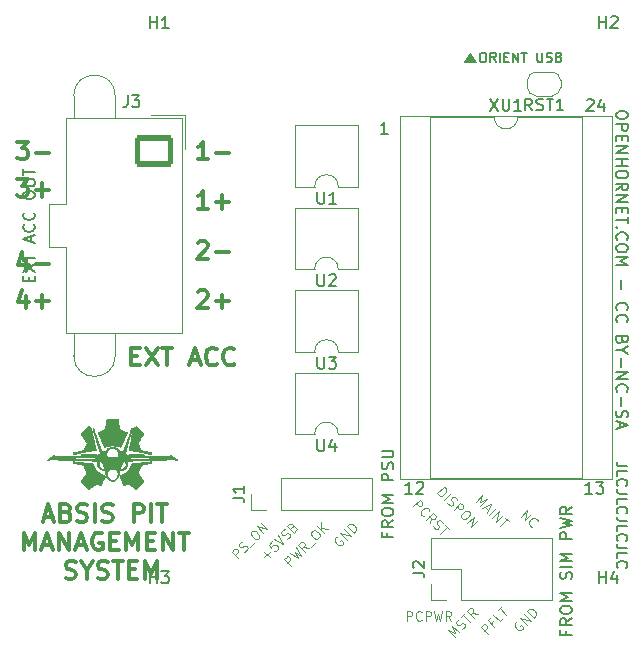
<source format=gbr>
%TF.GenerationSoftware,KiCad,Pcbnew,(6.0.9)*%
%TF.CreationDate,2023-03-29T13:56:58-08:00*%
%TF.ProjectId,ABSIS_Pit Management System,41425349-535f-4506-9974-204d616e6167,1*%
%TF.SameCoordinates,Original*%
%TF.FileFunction,Legend,Top*%
%TF.FilePolarity,Positive*%
%FSLAX46Y46*%
G04 Gerber Fmt 4.6, Leading zero omitted, Abs format (unit mm)*
G04 Created by KiCad (PCBNEW (6.0.9)) date 2023-03-29 13:56:58*
%MOMM*%
%LPD*%
G01*
G04 APERTURE LIST*
G04 Aperture macros list*
%AMRoundRect*
0 Rectangle with rounded corners*
0 $1 Rounding radius*
0 $2 $3 $4 $5 $6 $7 $8 $9 X,Y pos of 4 corners*
0 Add a 4 corners polygon primitive as box body*
4,1,4,$2,$3,$4,$5,$6,$7,$8,$9,$2,$3,0*
0 Add four circle primitives for the rounded corners*
1,1,$1+$1,$2,$3*
1,1,$1+$1,$4,$5*
1,1,$1+$1,$6,$7*
1,1,$1+$1,$8,$9*
0 Add four rect primitives between the rounded corners*
20,1,$1+$1,$2,$3,$4,$5,0*
20,1,$1+$1,$4,$5,$6,$7,0*
20,1,$1+$1,$6,$7,$8,$9,0*
20,1,$1+$1,$8,$9,$2,$3,0*%
%AMFreePoly0*
4,1,22,0.500000,-0.750000,0.000000,-0.750000,0.000000,-0.745033,-0.079941,-0.743568,-0.215256,-0.701293,-0.333266,-0.622738,-0.424486,-0.514219,-0.481581,-0.384460,-0.499164,-0.250000,-0.500000,-0.250000,-0.500000,0.250000,-0.499164,0.250000,-0.499963,0.256109,-0.478152,0.396186,-0.417904,0.524511,-0.324060,0.630769,-0.204165,0.706417,-0.067858,0.745374,0.000000,0.744959,0.000000,0.750000,
0.500000,0.750000,0.500000,-0.750000,0.500000,-0.750000,$1*%
%AMFreePoly1*
4,1,20,0.000000,0.744959,0.073905,0.744508,0.209726,0.703889,0.328688,0.626782,0.421226,0.519385,0.479903,0.390333,0.500000,0.250000,0.500000,-0.250000,0.499851,-0.262216,0.476331,-0.402017,0.414519,-0.529596,0.319384,-0.634700,0.198574,-0.708877,0.061801,-0.746166,0.000000,-0.745033,0.000000,-0.750000,-0.500000,-0.750000,-0.500000,0.750000,0.000000,0.750000,0.000000,0.744959,
0.000000,0.744959,$1*%
G04 Aperture macros list end*
%ADD10C,0.100000*%
%ADD11C,0.150000*%
%ADD12C,0.125000*%
%ADD13C,0.300000*%
%ADD14C,0.120000*%
%ADD15C,0.010000*%
%ADD16FreePoly0,180.000000*%
%ADD17FreePoly1,180.000000*%
%ADD18R,1.700000X1.700000*%
%ADD19O,1.700000X1.700000*%
%ADD20C,3.200000*%
%ADD21R,1.600000X1.600000*%
%ADD22O,1.600000X1.600000*%
%ADD23C,3.000000*%
%ADD24RoundRect,0.250001X-1.399999X1.099999X-1.399999X-1.099999X1.399999X-1.099999X1.399999X1.099999X0*%
%ADD25O,3.300000X2.700000*%
G04 APERTURE END LIST*
D10*
G36*
X40584900Y49455800D02*
G01*
X39584900Y49455800D01*
X40084900Y50205800D01*
X40584900Y49455800D01*
G37*
X40584900Y49455800D02*
X39584900Y49455800D01*
X40084900Y50205800D01*
X40584900Y49455800D01*
D11*
X53463619Y45088667D02*
X53463619Y44898191D01*
X53416000Y44802953D01*
X53320761Y44707715D01*
X53130285Y44660096D01*
X52796952Y44660096D01*
X52606476Y44707715D01*
X52511238Y44802953D01*
X52463619Y44898191D01*
X52463619Y45088667D01*
X52511238Y45183905D01*
X52606476Y45279143D01*
X52796952Y45326762D01*
X53130285Y45326762D01*
X53320761Y45279143D01*
X53416000Y45183905D01*
X53463619Y45088667D01*
X52463619Y44231524D02*
X53463619Y44231524D01*
X53463619Y43850572D01*
X53416000Y43755334D01*
X53368380Y43707715D01*
X53273142Y43660096D01*
X53130285Y43660096D01*
X53035047Y43707715D01*
X52987428Y43755334D01*
X52939809Y43850572D01*
X52939809Y44231524D01*
X52987428Y43231524D02*
X52987428Y42898191D01*
X52463619Y42755334D02*
X52463619Y43231524D01*
X53463619Y43231524D01*
X53463619Y42755334D01*
X52463619Y42326762D02*
X53463619Y42326762D01*
X52463619Y41755334D01*
X53463619Y41755334D01*
X52463619Y41279143D02*
X53463619Y41279143D01*
X52987428Y41279143D02*
X52987428Y40707715D01*
X52463619Y40707715D02*
X53463619Y40707715D01*
X53463619Y40041048D02*
X53463619Y39850572D01*
X53416000Y39755334D01*
X53320761Y39660096D01*
X53130285Y39612477D01*
X52796952Y39612477D01*
X52606476Y39660096D01*
X52511238Y39755334D01*
X52463619Y39850572D01*
X52463619Y40041048D01*
X52511238Y40136286D01*
X52606476Y40231524D01*
X52796952Y40279143D01*
X53130285Y40279143D01*
X53320761Y40231524D01*
X53416000Y40136286D01*
X53463619Y40041048D01*
X52463619Y38612477D02*
X52939809Y38945810D01*
X52463619Y39183905D02*
X53463619Y39183905D01*
X53463619Y38802953D01*
X53416000Y38707715D01*
X53368380Y38660096D01*
X53273142Y38612477D01*
X53130285Y38612477D01*
X53035047Y38660096D01*
X52987428Y38707715D01*
X52939809Y38802953D01*
X52939809Y39183905D01*
X52463619Y38183905D02*
X53463619Y38183905D01*
X52463619Y37612477D01*
X53463619Y37612477D01*
X52987428Y37136286D02*
X52987428Y36802953D01*
X52463619Y36660096D02*
X52463619Y37136286D01*
X53463619Y37136286D01*
X53463619Y36660096D01*
X53463619Y36374381D02*
X53463619Y35802953D01*
X52463619Y36088667D02*
X53463619Y36088667D01*
X52558857Y35469620D02*
X52511238Y35422000D01*
X52463619Y35469620D01*
X52511238Y35517239D01*
X52558857Y35469620D01*
X52463619Y35469620D01*
X52558857Y34422000D02*
X52511238Y34469620D01*
X52463619Y34612477D01*
X52463619Y34707715D01*
X52511238Y34850572D01*
X52606476Y34945810D01*
X52701714Y34993429D01*
X52892190Y35041048D01*
X53035047Y35041048D01*
X53225523Y34993429D01*
X53320761Y34945810D01*
X53416000Y34850572D01*
X53463619Y34707715D01*
X53463619Y34612477D01*
X53416000Y34469620D01*
X53368380Y34422000D01*
X53463619Y33802953D02*
X53463619Y33612477D01*
X53416000Y33517239D01*
X53320761Y33422000D01*
X53130285Y33374381D01*
X52796952Y33374381D01*
X52606476Y33422000D01*
X52511238Y33517239D01*
X52463619Y33612477D01*
X52463619Y33802953D01*
X52511238Y33898191D01*
X52606476Y33993429D01*
X52796952Y34041048D01*
X53130285Y34041048D01*
X53320761Y33993429D01*
X53416000Y33898191D01*
X53463619Y33802953D01*
X52463619Y32945810D02*
X53463619Y32945810D01*
X52749333Y32612477D01*
X53463619Y32279143D01*
X52463619Y32279143D01*
X52844571Y31041048D02*
X52844571Y30279143D01*
X52558857Y28469620D02*
X52511238Y28517239D01*
X52463619Y28660096D01*
X52463619Y28755334D01*
X52511238Y28898191D01*
X52606476Y28993429D01*
X52701714Y29041048D01*
X52892190Y29088667D01*
X53035047Y29088667D01*
X53225523Y29041048D01*
X53320761Y28993429D01*
X53416000Y28898191D01*
X53463619Y28755334D01*
X53463619Y28660096D01*
X53416000Y28517239D01*
X53368380Y28469620D01*
X52558857Y27469620D02*
X52511238Y27517239D01*
X52463619Y27660096D01*
X52463619Y27755334D01*
X52511238Y27898191D01*
X52606476Y27993429D01*
X52701714Y28041048D01*
X52892190Y28088667D01*
X53035047Y28088667D01*
X53225523Y28041048D01*
X53320761Y27993429D01*
X53416000Y27898191D01*
X53463619Y27755334D01*
X53463619Y27660096D01*
X53416000Y27517239D01*
X53368380Y27469620D01*
X52987428Y25945810D02*
X52939809Y25802953D01*
X52892190Y25755334D01*
X52796952Y25707715D01*
X52654095Y25707715D01*
X52558857Y25755334D01*
X52511238Y25802953D01*
X52463619Y25898191D01*
X52463619Y26279143D01*
X53463619Y26279143D01*
X53463619Y25945810D01*
X53416000Y25850572D01*
X53368380Y25802953D01*
X53273142Y25755334D01*
X53177904Y25755334D01*
X53082666Y25802953D01*
X53035047Y25850572D01*
X52987428Y25945810D01*
X52987428Y26279143D01*
X52939809Y25088667D02*
X52463619Y25088667D01*
X53463619Y25422000D02*
X52939809Y25088667D01*
X53463619Y24755334D01*
X52844571Y24422000D02*
X52844571Y23660096D01*
X52463619Y23183905D02*
X53463619Y23183905D01*
X52463619Y22612477D01*
X53463619Y22612477D01*
X52558857Y21564858D02*
X52511238Y21612477D01*
X52463619Y21755334D01*
X52463619Y21850572D01*
X52511238Y21993429D01*
X52606476Y22088667D01*
X52701714Y22136286D01*
X52892190Y22183905D01*
X53035047Y22183905D01*
X53225523Y22136286D01*
X53320761Y22088667D01*
X53416000Y21993429D01*
X53463619Y21850572D01*
X53463619Y21755334D01*
X53416000Y21612477D01*
X53368380Y21564858D01*
X52844571Y21136286D02*
X52844571Y20374381D01*
X52511238Y19945810D02*
X52463619Y19802953D01*
X52463619Y19564858D01*
X52511238Y19469620D01*
X52558857Y19422000D01*
X52654095Y19374381D01*
X52749333Y19374381D01*
X52844571Y19422000D01*
X52892190Y19469620D01*
X52939809Y19564858D01*
X52987428Y19755334D01*
X53035047Y19850572D01*
X53082666Y19898191D01*
X53177904Y19945810D01*
X53273142Y19945810D01*
X53368380Y19898191D01*
X53416000Y19850572D01*
X53463619Y19755334D01*
X53463619Y19517239D01*
X53416000Y19374381D01*
X52749333Y18993429D02*
X52749333Y18517239D01*
X52463619Y19088667D02*
X53463619Y18755334D01*
X52463619Y18422000D01*
X35199523Y12927620D02*
X34628095Y12927620D01*
X34913809Y12927620D02*
X34913809Y13927620D01*
X34818571Y13784762D01*
X34723333Y13689524D01*
X34628095Y13641905D01*
X35580476Y13832381D02*
X35628095Y13880000D01*
X35723333Y13927620D01*
X35961428Y13927620D01*
X36056666Y13880000D01*
X36104285Y13832381D01*
X36151904Y13737143D01*
X36151904Y13641905D01*
X36104285Y13499048D01*
X35532857Y12927620D01*
X36151904Y12927620D01*
X50439523Y12927620D02*
X49868095Y12927620D01*
X50153809Y12927620D02*
X50153809Y13927620D01*
X50058571Y13784762D01*
X49963333Y13689524D01*
X49868095Y13641905D01*
X50772857Y13927620D02*
X51391904Y13927620D01*
X51058571Y13546667D01*
X51201428Y13546667D01*
X51296666Y13499048D01*
X51344285Y13451429D01*
X51391904Y13356191D01*
X51391904Y13118096D01*
X51344285Y13022858D01*
X51296666Y12975239D01*
X51201428Y12927620D01*
X50915714Y12927620D01*
X50820476Y12975239D01*
X50772857Y13022858D01*
D12*
X34729940Y2178096D02*
X34729940Y2978096D01*
X35034702Y2978096D01*
X35110892Y2940000D01*
X35148988Y2901905D01*
X35187083Y2825715D01*
X35187083Y2711429D01*
X35148988Y2635239D01*
X35110892Y2597143D01*
X35034702Y2559048D01*
X34729940Y2559048D01*
X35987083Y2254286D02*
X35948988Y2216191D01*
X35834702Y2178096D01*
X35758511Y2178096D01*
X35644226Y2216191D01*
X35568035Y2292381D01*
X35529940Y2368572D01*
X35491845Y2520953D01*
X35491845Y2635239D01*
X35529940Y2787620D01*
X35568035Y2863810D01*
X35644226Y2940000D01*
X35758511Y2978096D01*
X35834702Y2978096D01*
X35948988Y2940000D01*
X35987083Y2901905D01*
X36329940Y2178096D02*
X36329940Y2978096D01*
X36634702Y2978096D01*
X36710892Y2940000D01*
X36748988Y2901905D01*
X36787083Y2825715D01*
X36787083Y2711429D01*
X36748988Y2635239D01*
X36710892Y2597143D01*
X36634702Y2559048D01*
X36329940Y2559048D01*
X37053750Y2978096D02*
X37244226Y2178096D01*
X37396607Y2749524D01*
X37548988Y2178096D01*
X37739464Y2978096D01*
X38501369Y2178096D02*
X38234702Y2559048D01*
X38044226Y2178096D02*
X38044226Y2978096D01*
X38348988Y2978096D01*
X38425178Y2940000D01*
X38463273Y2901905D01*
X38501369Y2825715D01*
X38501369Y2711429D01*
X38463273Y2635239D01*
X38425178Y2597143D01*
X38348988Y2559048D01*
X38044226Y2559048D01*
D11*
X49982995Y46225181D02*
X50030614Y46272800D01*
X50125852Y46320420D01*
X50363947Y46320420D01*
X50459185Y46272800D01*
X50506804Y46225181D01*
X50554423Y46129943D01*
X50554423Y46034705D01*
X50506804Y45891848D01*
X49935376Y45320420D01*
X50554423Y45320420D01*
X51411566Y45987086D02*
X51411566Y45320420D01*
X51173471Y46368039D02*
X50935376Y45653753D01*
X51554423Y45653753D01*
D13*
X11426571Y24564143D02*
X11926571Y24564143D01*
X12140857Y23778429D02*
X11426571Y23778429D01*
X11426571Y25278429D01*
X12140857Y25278429D01*
X12640857Y25278429D02*
X13640857Y23778429D01*
X13640857Y25278429D02*
X12640857Y23778429D01*
X13998000Y25278429D02*
X14855142Y25278429D01*
X14426571Y23778429D02*
X14426571Y25278429D01*
X16426571Y24207000D02*
X17140857Y24207000D01*
X16283714Y23778429D02*
X16783714Y25278429D01*
X17283714Y23778429D01*
X18640857Y23921286D02*
X18569428Y23849858D01*
X18355142Y23778429D01*
X18212285Y23778429D01*
X17998000Y23849858D01*
X17855142Y23992715D01*
X17783714Y24135572D01*
X17712285Y24421286D01*
X17712285Y24635572D01*
X17783714Y24921286D01*
X17855142Y25064143D01*
X17998000Y25207000D01*
X18212285Y25278429D01*
X18355142Y25278429D01*
X18569428Y25207000D01*
X18640857Y25135572D01*
X20140857Y23921286D02*
X20069428Y23849858D01*
X19855142Y23778429D01*
X19712285Y23778429D01*
X19498000Y23849858D01*
X19355142Y23992715D01*
X19283714Y24135572D01*
X19212285Y24421286D01*
X19212285Y24635572D01*
X19283714Y24921286D01*
X19355142Y25064143D01*
X19498000Y25207000D01*
X19712285Y25278429D01*
X19855142Y25278429D01*
X20069428Y25207000D01*
X20140857Y25135572D01*
D12*
X22689213Y7568402D02*
X23120211Y7999400D01*
X23120211Y7568402D02*
X22689213Y7999400D01*
X23308773Y8888335D02*
X23039399Y8618960D01*
X23281836Y8322649D01*
X23281836Y8376524D01*
X23308773Y8457336D01*
X23443460Y8592023D01*
X23524272Y8618960D01*
X23578147Y8618960D01*
X23658959Y8592023D01*
X23793647Y8457336D01*
X23820584Y8376524D01*
X23820584Y8322649D01*
X23793647Y8241837D01*
X23658959Y8107150D01*
X23578147Y8080212D01*
X23524272Y8080212D01*
X23497335Y9076896D02*
X24251582Y8699773D01*
X23874459Y9454020D01*
X24574831Y9076896D02*
X24682581Y9130771D01*
X24817268Y9265458D01*
X24844205Y9346270D01*
X24844205Y9400145D01*
X24817268Y9480957D01*
X24763393Y9534832D01*
X24682581Y9561770D01*
X24628706Y9561770D01*
X24547894Y9534832D01*
X24413207Y9454020D01*
X24332395Y9427083D01*
X24278520Y9427083D01*
X24197708Y9454020D01*
X24143833Y9507895D01*
X24116895Y9588707D01*
X24116895Y9642582D01*
X24143833Y9723394D01*
X24278520Y9858081D01*
X24386269Y9911956D01*
X25059704Y10100518D02*
X25167454Y10154392D01*
X25221329Y10154392D01*
X25302141Y10127455D01*
X25382953Y10046643D01*
X25409891Y9965831D01*
X25409891Y9911956D01*
X25382953Y9831144D01*
X25167454Y9615644D01*
X24601769Y10181330D01*
X24790330Y10369892D01*
X24871143Y10396829D01*
X24925017Y10396829D01*
X25005830Y10369892D01*
X25059704Y10316017D01*
X25086642Y10235205D01*
X25086642Y10181330D01*
X25059704Y10100518D01*
X24871143Y9911956D01*
X24905964Y6814155D02*
X24340279Y7379840D01*
X24555778Y7595339D01*
X24636590Y7622277D01*
X24690465Y7622277D01*
X24771277Y7595339D01*
X24852089Y7514527D01*
X24879027Y7433715D01*
X24879027Y7379840D01*
X24852089Y7299028D01*
X24636590Y7083529D01*
X24852089Y7891651D02*
X25552462Y7460652D01*
X25256150Y7972463D01*
X25767961Y7676151D01*
X25336963Y8376524D01*
X26441396Y8349586D02*
X25983460Y8430399D01*
X26118147Y8026338D02*
X25552462Y8592023D01*
X25767961Y8807522D01*
X25848773Y8834460D01*
X25902648Y8834460D01*
X25983460Y8807522D01*
X26064272Y8726710D01*
X26091210Y8645898D01*
X26091210Y8592023D01*
X26064272Y8511211D01*
X25848773Y8295712D01*
X26603021Y8403461D02*
X27034019Y8834460D01*
X26656895Y9696457D02*
X26764645Y9804206D01*
X26845457Y9831144D01*
X26953207Y9831144D01*
X27087894Y9750331D01*
X27276456Y9561770D01*
X27357268Y9427083D01*
X27357268Y9319333D01*
X27330330Y9238521D01*
X27222581Y9130771D01*
X27141769Y9103834D01*
X27034019Y9103834D01*
X26899332Y9184646D01*
X26710770Y9373208D01*
X26629958Y9507895D01*
X26629958Y9615644D01*
X26656895Y9696457D01*
X27707454Y9615644D02*
X27141769Y10181330D01*
X28030703Y9938893D02*
X27465017Y10019705D01*
X27465017Y10504579D02*
X27465017Y9858081D01*
X28846709Y9292396D02*
X28765897Y9265458D01*
X28685085Y9184646D01*
X28631210Y9076896D01*
X28631210Y8969147D01*
X28658147Y8888335D01*
X28738959Y8753648D01*
X28819772Y8672835D01*
X28954459Y8592023D01*
X29035271Y8565086D01*
X29143021Y8565086D01*
X29250770Y8618960D01*
X29304645Y8672835D01*
X29358520Y8780585D01*
X29358520Y8834460D01*
X29169958Y9023022D01*
X29062208Y8915272D01*
X29654831Y9023022D02*
X29089146Y9588707D01*
X29978080Y9346270D01*
X29412395Y9911956D01*
X30247454Y9615644D02*
X29681769Y10181330D01*
X29816456Y10316017D01*
X29924205Y10369892D01*
X30031955Y10369892D01*
X30112767Y10342954D01*
X30247454Y10262142D01*
X30328266Y10181330D01*
X30409078Y10046643D01*
X30436016Y9965831D01*
X30436016Y9858081D01*
X30382141Y9750331D01*
X30247454Y9615644D01*
D13*
X17915000Y41231429D02*
X17057857Y41231429D01*
X17486428Y41231429D02*
X17486428Y42731429D01*
X17343571Y42517143D01*
X17200714Y42374286D01*
X17057857Y42302858D01*
X18557857Y41802858D02*
X19700714Y41802858D01*
X17915000Y37031429D02*
X17057857Y37031429D01*
X17486428Y37031429D02*
X17486428Y38531429D01*
X17343571Y38317143D01*
X17200714Y38174286D01*
X17057857Y38102858D01*
X18557857Y37602858D02*
X19700714Y37602858D01*
X19129285Y37031429D02*
X19129285Y38174286D01*
X17057857Y34188572D02*
X17129285Y34260000D01*
X17272142Y34331429D01*
X17629285Y34331429D01*
X17772142Y34260000D01*
X17843571Y34188572D01*
X17915000Y34045715D01*
X17915000Y33902858D01*
X17843571Y33688572D01*
X16986428Y32831429D01*
X17915000Y32831429D01*
X18557857Y33402858D02*
X19700714Y33402858D01*
X17057857Y29988572D02*
X17129285Y30060000D01*
X17272142Y30131429D01*
X17629285Y30131429D01*
X17772142Y30060000D01*
X17843571Y29988572D01*
X17915000Y29845715D01*
X17915000Y29702858D01*
X17843571Y29488572D01*
X16986428Y28631429D01*
X17915000Y28631429D01*
X18557857Y29202858D02*
X19700714Y29202858D01*
X19129285Y28631429D02*
X19129285Y29774286D01*
X1746428Y42731429D02*
X2675000Y42731429D01*
X2175000Y42160000D01*
X2389285Y42160000D01*
X2532142Y42088572D01*
X2603571Y42017143D01*
X2675000Y41874286D01*
X2675000Y41517143D01*
X2603571Y41374286D01*
X2532142Y41302858D01*
X2389285Y41231429D01*
X1960714Y41231429D01*
X1817857Y41302858D01*
X1746428Y41374286D01*
X3317857Y41802858D02*
X4460714Y41802858D01*
X2532142Y32781429D02*
X2532142Y31781429D01*
X2175000Y33352858D02*
X1817857Y32281429D01*
X2746428Y32281429D01*
X3317857Y32352858D02*
X4460714Y32352858D01*
X2532142Y29631429D02*
X2532142Y28631429D01*
X2175000Y30202858D02*
X1817857Y29131429D01*
X2746428Y29131429D01*
X3317857Y29202858D02*
X4460714Y29202858D01*
X3889285Y28631429D02*
X3889285Y29774286D01*
X1746428Y39581429D02*
X2675000Y39581429D01*
X2175000Y39010000D01*
X2389285Y39010000D01*
X2532142Y38938572D01*
X2603571Y38867143D01*
X2675000Y38724286D01*
X2675000Y38367143D01*
X2603571Y38224286D01*
X2532142Y38152858D01*
X2389285Y38081429D01*
X1960714Y38081429D01*
X1817857Y38152858D01*
X1746428Y38224286D01*
X3317857Y38652858D02*
X4460714Y38652858D01*
X3889285Y38081429D02*
X3889285Y39224286D01*
D12*
X35254526Y11858663D02*
X35820211Y12424349D01*
X36035711Y12208850D01*
X36062648Y12128037D01*
X36062648Y12074163D01*
X36035711Y11993350D01*
X35954898Y11912538D01*
X35874086Y11885601D01*
X35820211Y11885601D01*
X35739399Y11912538D01*
X35523900Y12128037D01*
X36197335Y11023604D02*
X36143460Y11023604D01*
X36035711Y11077479D01*
X35981836Y11131353D01*
X35927961Y11239103D01*
X35927961Y11346853D01*
X35954898Y11427665D01*
X36035711Y11562352D01*
X36116523Y11643164D01*
X36251210Y11723976D01*
X36332022Y11750914D01*
X36439772Y11750914D01*
X36547521Y11697039D01*
X36601396Y11643164D01*
X36655271Y11535415D01*
X36655271Y11481540D01*
X36709146Y10404044D02*
X36789958Y10861979D01*
X36385897Y10727292D02*
X36951582Y11292978D01*
X37167082Y11077479D01*
X37194019Y10996666D01*
X37194019Y10942792D01*
X37167082Y10861979D01*
X37086269Y10781167D01*
X37005457Y10754230D01*
X36951582Y10754230D01*
X36870770Y10781167D01*
X36655271Y10996666D01*
X36951582Y10215482D02*
X37005457Y10107732D01*
X37140144Y9973045D01*
X37220956Y9946108D01*
X37274831Y9946108D01*
X37355643Y9973045D01*
X37409518Y10026920D01*
X37436456Y10107732D01*
X37436456Y10161607D01*
X37409518Y10242419D01*
X37328706Y10377106D01*
X37301769Y10457918D01*
X37301769Y10511793D01*
X37328706Y10592605D01*
X37382581Y10646480D01*
X37463393Y10673418D01*
X37517268Y10673418D01*
X37598080Y10646480D01*
X37732767Y10511793D01*
X37786642Y10404044D01*
X37975204Y10269357D02*
X38298452Y9946108D01*
X37571143Y9542047D02*
X38136828Y10107732D01*
X38791210Y814400D02*
X38225524Y1380086D01*
X38818147Y1164586D01*
X38602648Y1757209D01*
X39168334Y1191524D01*
X39383833Y1460898D02*
X39491582Y1514773D01*
X39626269Y1649460D01*
X39653207Y1730272D01*
X39653207Y1784147D01*
X39626269Y1864959D01*
X39572395Y1918834D01*
X39491582Y1945771D01*
X39437708Y1945771D01*
X39356895Y1918834D01*
X39222208Y1838022D01*
X39141396Y1811084D01*
X39087521Y1811084D01*
X39006709Y1838022D01*
X38952834Y1891896D01*
X38925897Y1972709D01*
X38925897Y2026583D01*
X38952834Y2107396D01*
X39087521Y2242083D01*
X39195271Y2295957D01*
X39329958Y2484519D02*
X39653207Y2807768D01*
X40057268Y2080458D02*
X39491582Y2646144D01*
X40730703Y2753893D02*
X40272767Y2834705D01*
X40407454Y2430644D02*
X39841769Y2996330D01*
X40057268Y3211829D01*
X40138080Y3238766D01*
X40191955Y3238766D01*
X40272767Y3211829D01*
X40353579Y3131017D01*
X40380517Y3050205D01*
X40380517Y2996330D01*
X40353579Y2915518D01*
X40138080Y2700018D01*
X44086709Y2107396D02*
X44005897Y2080458D01*
X43925085Y1999646D01*
X43871210Y1891896D01*
X43871210Y1784147D01*
X43898147Y1703335D01*
X43978959Y1568648D01*
X44059772Y1487835D01*
X44194459Y1407023D01*
X44275271Y1380086D01*
X44383021Y1380086D01*
X44490770Y1433960D01*
X44544645Y1487835D01*
X44598520Y1595585D01*
X44598520Y1649460D01*
X44409958Y1838022D01*
X44302208Y1730272D01*
X44894831Y1838022D02*
X44329146Y2403707D01*
X45218080Y2161270D01*
X44652395Y2726956D01*
X45487454Y2430644D02*
X44921769Y2996330D01*
X45056456Y3131017D01*
X45164205Y3184892D01*
X45271955Y3184892D01*
X45352767Y3157954D01*
X45487454Y3077142D01*
X45568266Y2996330D01*
X45649078Y2861643D01*
X45676016Y2780831D01*
X45676016Y2673081D01*
X45622141Y2565331D01*
X45487454Y2430644D01*
X37336590Y12951599D02*
X37902276Y13517285D01*
X38036963Y13382598D01*
X38090837Y13274848D01*
X38090837Y13167098D01*
X38063900Y13086286D01*
X37983088Y12951599D01*
X37902276Y12870787D01*
X37767589Y12789975D01*
X37686776Y12763037D01*
X37579027Y12763037D01*
X37471277Y12816912D01*
X37336590Y12951599D01*
X37902276Y12385914D02*
X38467961Y12951599D01*
X38171650Y12170415D02*
X38225524Y12062665D01*
X38360211Y11927978D01*
X38441024Y11901041D01*
X38494898Y11901041D01*
X38575711Y11927978D01*
X38629585Y11981853D01*
X38656523Y12062665D01*
X38656523Y12116540D01*
X38629585Y12197352D01*
X38548773Y12332039D01*
X38521836Y12412851D01*
X38521836Y12466726D01*
X38548773Y12547538D01*
X38602648Y12601413D01*
X38683460Y12628350D01*
X38737335Y12628350D01*
X38818147Y12601413D01*
X38952834Y12466726D01*
X39006709Y12358976D01*
X38710398Y11577792D02*
X39276083Y12143477D01*
X39491582Y11927978D01*
X39518520Y11847166D01*
X39518520Y11793291D01*
X39491582Y11712479D01*
X39410770Y11631666D01*
X39329958Y11604729D01*
X39276083Y11604729D01*
X39195271Y11631666D01*
X38979772Y11847166D01*
X39949518Y11470042D02*
X40057268Y11362292D01*
X40084205Y11281480D01*
X40084205Y11173731D01*
X40003393Y11039044D01*
X39814831Y10850482D01*
X39680144Y10769670D01*
X39572395Y10769670D01*
X39491582Y10796607D01*
X39383833Y10904357D01*
X39356895Y10985169D01*
X39356895Y11092918D01*
X39437708Y11227605D01*
X39626269Y11416167D01*
X39760956Y11496979D01*
X39868706Y11496979D01*
X39949518Y11470042D01*
X39868706Y10419483D02*
X40434391Y10985169D01*
X40191955Y10096235D01*
X40757640Y10661920D01*
X40576963Y12251227D02*
X41142648Y12816912D01*
X40927149Y12224289D01*
X41519772Y12439789D01*
X40954086Y11874103D01*
X41358147Y11793291D02*
X41627521Y11523917D01*
X41142648Y11685541D02*
X41896895Y12062665D01*
X41519772Y11308418D01*
X41708334Y11119856D02*
X42274019Y11685541D01*
X41977708Y10850482D02*
X42543393Y11416167D01*
X42300956Y10527233D01*
X42866642Y11092918D01*
X43055204Y10904357D02*
X43378452Y10581108D01*
X42651143Y10177047D02*
X43216828Y10742732D01*
X41573647Y1056837D02*
X41007961Y1622522D01*
X41223460Y1838022D01*
X41304272Y1864959D01*
X41358147Y1864959D01*
X41438959Y1838022D01*
X41519772Y1757209D01*
X41546709Y1676397D01*
X41546709Y1622522D01*
X41519772Y1541710D01*
X41304272Y1326211D01*
X42031582Y2107396D02*
X41843021Y1918834D01*
X42139332Y1622522D02*
X41573647Y2188208D01*
X41843021Y2457582D01*
X42893579Y2376770D02*
X42624205Y2107396D01*
X42058520Y2673081D01*
X42435643Y3050205D02*
X42758892Y3373453D01*
X43162953Y2646144D02*
X42597268Y3211829D01*
X44383021Y10985169D02*
X44948706Y11550854D01*
X44706269Y10661920D01*
X45271955Y11227605D01*
X45352767Y10123172D02*
X45298892Y10123172D01*
X45191143Y10177047D01*
X45137268Y10230922D01*
X45083393Y10338671D01*
X45083393Y10446421D01*
X45110330Y10527233D01*
X45191143Y10661920D01*
X45271955Y10742732D01*
X45406642Y10823544D01*
X45487454Y10850482D01*
X45595204Y10850482D01*
X45702953Y10796607D01*
X45756828Y10742732D01*
X45810703Y10634983D01*
X45810703Y10581108D01*
X20472462Y7460652D02*
X19906776Y8026338D01*
X20122276Y8241837D01*
X20203088Y8268774D01*
X20256963Y8268774D01*
X20337775Y8241837D01*
X20418587Y8161025D01*
X20445524Y8080212D01*
X20445524Y8026338D01*
X20418587Y7945525D01*
X20203088Y7730026D01*
X20984272Y8026338D02*
X21092022Y8080212D01*
X21226709Y8214899D01*
X21253647Y8295712D01*
X21253647Y8349586D01*
X21226709Y8430399D01*
X21172834Y8484273D01*
X21092022Y8511211D01*
X21038147Y8511211D01*
X20957335Y8484273D01*
X20822648Y8403461D01*
X20741836Y8376524D01*
X20687961Y8376524D01*
X20607149Y8403461D01*
X20553274Y8457336D01*
X20526337Y8538148D01*
X20526337Y8592023D01*
X20553274Y8672835D01*
X20687961Y8807522D01*
X20795711Y8861397D01*
X21496083Y8376524D02*
X21927082Y8807522D01*
X21549958Y9669519D02*
X21657708Y9777269D01*
X21738520Y9804206D01*
X21846269Y9804206D01*
X21980956Y9723394D01*
X22169518Y9534832D01*
X22250330Y9400145D01*
X22250330Y9292396D01*
X22223393Y9211583D01*
X22115643Y9103834D01*
X22034831Y9076896D01*
X21927082Y9076896D01*
X21792395Y9157709D01*
X21603833Y9346270D01*
X21523021Y9480957D01*
X21523021Y9588707D01*
X21549958Y9669519D01*
X22600517Y9588707D02*
X22034831Y10154392D01*
X22923765Y9911956D01*
X22358080Y10477641D01*
D13*
X4039314Y10978800D02*
X4753600Y10978800D01*
X3896457Y10550229D02*
X4396457Y12050229D01*
X4896457Y10550229D01*
X5896457Y11335943D02*
X6110742Y11264515D01*
X6182171Y11193086D01*
X6253600Y11050229D01*
X6253600Y10835943D01*
X6182171Y10693086D01*
X6110742Y10621658D01*
X5967885Y10550229D01*
X5396457Y10550229D01*
X5396457Y12050229D01*
X5896457Y12050229D01*
X6039314Y11978800D01*
X6110742Y11907372D01*
X6182171Y11764515D01*
X6182171Y11621658D01*
X6110742Y11478800D01*
X6039314Y11407372D01*
X5896457Y11335943D01*
X5396457Y11335943D01*
X6825028Y10621658D02*
X7039314Y10550229D01*
X7396457Y10550229D01*
X7539314Y10621658D01*
X7610742Y10693086D01*
X7682171Y10835943D01*
X7682171Y10978800D01*
X7610742Y11121658D01*
X7539314Y11193086D01*
X7396457Y11264515D01*
X7110742Y11335943D01*
X6967885Y11407372D01*
X6896457Y11478800D01*
X6825028Y11621658D01*
X6825028Y11764515D01*
X6896457Y11907372D01*
X6967885Y11978800D01*
X7110742Y12050229D01*
X7467885Y12050229D01*
X7682171Y11978800D01*
X8325028Y10550229D02*
X8325028Y12050229D01*
X8967885Y10621658D02*
X9182171Y10550229D01*
X9539314Y10550229D01*
X9682171Y10621658D01*
X9753600Y10693086D01*
X9825028Y10835943D01*
X9825028Y10978800D01*
X9753600Y11121658D01*
X9682171Y11193086D01*
X9539314Y11264515D01*
X9253600Y11335943D01*
X9110742Y11407372D01*
X9039314Y11478800D01*
X8967885Y11621658D01*
X8967885Y11764515D01*
X9039314Y11907372D01*
X9110742Y11978800D01*
X9253600Y12050229D01*
X9610742Y12050229D01*
X9825028Y11978800D01*
X11610742Y10550229D02*
X11610742Y12050229D01*
X12182171Y12050229D01*
X12325028Y11978800D01*
X12396457Y11907372D01*
X12467885Y11764515D01*
X12467885Y11550229D01*
X12396457Y11407372D01*
X12325028Y11335943D01*
X12182171Y11264515D01*
X11610742Y11264515D01*
X13110742Y10550229D02*
X13110742Y12050229D01*
X13610742Y12050229D02*
X14467885Y12050229D01*
X14039314Y10550229D02*
X14039314Y12050229D01*
X2289314Y8135229D02*
X2289314Y9635229D01*
X2789314Y8563800D01*
X3289314Y9635229D01*
X3289314Y8135229D01*
X3932171Y8563800D02*
X4646457Y8563800D01*
X3789314Y8135229D02*
X4289314Y9635229D01*
X4789314Y8135229D01*
X5289314Y8135229D02*
X5289314Y9635229D01*
X6146457Y8135229D01*
X6146457Y9635229D01*
X6789314Y8563800D02*
X7503600Y8563800D01*
X6646457Y8135229D02*
X7146457Y9635229D01*
X7646457Y8135229D01*
X8932171Y9563800D02*
X8789314Y9635229D01*
X8575028Y9635229D01*
X8360742Y9563800D01*
X8217885Y9420943D01*
X8146457Y9278086D01*
X8075028Y8992372D01*
X8075028Y8778086D01*
X8146457Y8492372D01*
X8217885Y8349515D01*
X8360742Y8206658D01*
X8575028Y8135229D01*
X8717885Y8135229D01*
X8932171Y8206658D01*
X9003600Y8278086D01*
X9003600Y8778086D01*
X8717885Y8778086D01*
X9646457Y8920943D02*
X10146457Y8920943D01*
X10360742Y8135229D02*
X9646457Y8135229D01*
X9646457Y9635229D01*
X10360742Y9635229D01*
X11003600Y8135229D02*
X11003600Y9635229D01*
X11503600Y8563800D01*
X12003600Y9635229D01*
X12003600Y8135229D01*
X12717885Y8920943D02*
X13217885Y8920943D01*
X13432171Y8135229D02*
X12717885Y8135229D01*
X12717885Y9635229D01*
X13432171Y9635229D01*
X14075028Y8135229D02*
X14075028Y9635229D01*
X14932171Y8135229D01*
X14932171Y9635229D01*
X15432171Y9635229D02*
X16289314Y9635229D01*
X15860742Y8135229D02*
X15860742Y9635229D01*
X5860742Y5791658D02*
X6075028Y5720229D01*
X6432171Y5720229D01*
X6575028Y5791658D01*
X6646457Y5863086D01*
X6717885Y6005943D01*
X6717885Y6148800D01*
X6646457Y6291658D01*
X6575028Y6363086D01*
X6432171Y6434515D01*
X6146457Y6505943D01*
X6003600Y6577372D01*
X5932171Y6648800D01*
X5860742Y6791658D01*
X5860742Y6934515D01*
X5932171Y7077372D01*
X6003600Y7148800D01*
X6146457Y7220229D01*
X6503600Y7220229D01*
X6717885Y7148800D01*
X7646457Y6434515D02*
X7646457Y5720229D01*
X7146457Y7220229D02*
X7646457Y6434515D01*
X8146457Y7220229D01*
X8575028Y5791658D02*
X8789314Y5720229D01*
X9146457Y5720229D01*
X9289314Y5791658D01*
X9360742Y5863086D01*
X9432171Y6005943D01*
X9432171Y6148800D01*
X9360742Y6291658D01*
X9289314Y6363086D01*
X9146457Y6434515D01*
X8860742Y6505943D01*
X8717885Y6577372D01*
X8646457Y6648800D01*
X8575028Y6791658D01*
X8575028Y6934515D01*
X8646457Y7077372D01*
X8717885Y7148800D01*
X8860742Y7220229D01*
X9217885Y7220229D01*
X9432171Y7148800D01*
X9860742Y7220229D02*
X10717885Y7220229D01*
X10289314Y5720229D02*
X10289314Y7220229D01*
X11217885Y6505943D02*
X11717885Y6505943D01*
X11932171Y5720229D02*
X11217885Y5720229D01*
X11217885Y7220229D01*
X11932171Y7220229D01*
X12575028Y5720229D02*
X12575028Y7220229D01*
X13075028Y6148800D01*
X13575028Y7220229D01*
X13575028Y5720229D01*
D11*
X41123257Y50274896D02*
X41275638Y50274896D01*
X41351828Y50236800D01*
X41428019Y50160610D01*
X41466114Y50008229D01*
X41466114Y49741562D01*
X41428019Y49589181D01*
X41351828Y49512991D01*
X41275638Y49474896D01*
X41123257Y49474896D01*
X41047066Y49512991D01*
X40970876Y49589181D01*
X40932780Y49741562D01*
X40932780Y50008229D01*
X40970876Y50160610D01*
X41047066Y50236800D01*
X41123257Y50274896D01*
X42266114Y49474896D02*
X41999447Y49855848D01*
X41808971Y49474896D02*
X41808971Y50274896D01*
X42113733Y50274896D01*
X42189923Y50236800D01*
X42228019Y50198705D01*
X42266114Y50122515D01*
X42266114Y50008229D01*
X42228019Y49932039D01*
X42189923Y49893943D01*
X42113733Y49855848D01*
X41808971Y49855848D01*
X42608971Y49474896D02*
X42608971Y50274896D01*
X42989923Y49893943D02*
X43256590Y49893943D01*
X43370876Y49474896D02*
X42989923Y49474896D01*
X42989923Y50274896D01*
X43370876Y50274896D01*
X43713733Y49474896D02*
X43713733Y50274896D01*
X44170876Y49474896D01*
X44170876Y50274896D01*
X44437542Y50274896D02*
X44894685Y50274896D01*
X44666114Y49474896D02*
X44666114Y50274896D01*
X45770876Y50274896D02*
X45770876Y49627277D01*
X45808971Y49551086D01*
X45847066Y49512991D01*
X45923257Y49474896D01*
X46075638Y49474896D01*
X46151828Y49512991D01*
X46189923Y49551086D01*
X46228019Y49627277D01*
X46228019Y50274896D01*
X46570876Y49512991D02*
X46685161Y49474896D01*
X46875638Y49474896D01*
X46951828Y49512991D01*
X46989923Y49551086D01*
X47028019Y49627277D01*
X47028019Y49703467D01*
X46989923Y49779658D01*
X46951828Y49817753D01*
X46875638Y49855848D01*
X46723257Y49893943D01*
X46647066Y49932039D01*
X46608971Y49970134D01*
X46570876Y50046324D01*
X46570876Y50122515D01*
X46608971Y50198705D01*
X46647066Y50236800D01*
X46723257Y50274896D01*
X46913733Y50274896D01*
X47028019Y50236800D01*
X47637542Y49893943D02*
X47751828Y49855848D01*
X47789923Y49817753D01*
X47828019Y49741562D01*
X47828019Y49627277D01*
X47789923Y49551086D01*
X47751828Y49512991D01*
X47675638Y49474896D01*
X47370876Y49474896D01*
X47370876Y50274896D01*
X47637542Y50274896D01*
X47713733Y50236800D01*
X47751828Y50198705D01*
X47789923Y50122515D01*
X47789923Y50046324D01*
X47751828Y49970134D01*
X47713733Y49932039D01*
X47637542Y49893943D01*
X47370876Y49893943D01*
X33135714Y43407620D02*
X32564285Y43407620D01*
X32850000Y43407620D02*
X32850000Y44407620D01*
X32754761Y44264762D01*
X32659523Y44169524D01*
X32564285Y44121905D01*
X53408857Y15251143D02*
X52766000Y15251143D01*
X52637428Y15294000D01*
X52551714Y15379715D01*
X52508857Y15508286D01*
X52508857Y15594000D01*
X52508857Y14394000D02*
X52508857Y14822572D01*
X53408857Y14822572D01*
X52594571Y13579715D02*
X52551714Y13622572D01*
X52508857Y13751143D01*
X52508857Y13836858D01*
X52551714Y13965429D01*
X52637428Y14051143D01*
X52723142Y14094000D01*
X52894571Y14136858D01*
X53023142Y14136858D01*
X53194571Y14094000D01*
X53280285Y14051143D01*
X53366000Y13965429D01*
X53408857Y13836858D01*
X53408857Y13751143D01*
X53366000Y13622572D01*
X53323142Y13579715D01*
X53408857Y12936858D02*
X52766000Y12936858D01*
X52637428Y12979715D01*
X52551714Y13065429D01*
X52508857Y13194000D01*
X52508857Y13279715D01*
X52508857Y12079715D02*
X52508857Y12508286D01*
X53408857Y12508286D01*
X52594571Y11265429D02*
X52551714Y11308286D01*
X52508857Y11436858D01*
X52508857Y11522572D01*
X52551714Y11651143D01*
X52637428Y11736858D01*
X52723142Y11779715D01*
X52894571Y11822572D01*
X53023142Y11822572D01*
X53194571Y11779715D01*
X53280285Y11736858D01*
X53366000Y11651143D01*
X53408857Y11522572D01*
X53408857Y11436858D01*
X53366000Y11308286D01*
X53323142Y11265429D01*
X53408857Y10622572D02*
X52766000Y10622572D01*
X52637428Y10665429D01*
X52551714Y10751143D01*
X52508857Y10879715D01*
X52508857Y10965429D01*
X52508857Y9765429D02*
X52508857Y10194000D01*
X53408857Y10194000D01*
X52594571Y8951143D02*
X52551714Y8994000D01*
X52508857Y9122572D01*
X52508857Y9208286D01*
X52551714Y9336858D01*
X52637428Y9422572D01*
X52723142Y9465429D01*
X52894571Y9508286D01*
X53023142Y9508286D01*
X53194571Y9465429D01*
X53280285Y9422572D01*
X53366000Y9336858D01*
X53408857Y9208286D01*
X53408857Y9122572D01*
X53366000Y8994000D01*
X53323142Y8951143D01*
X53408857Y8308286D02*
X52766000Y8308286D01*
X52637428Y8351143D01*
X52551714Y8436858D01*
X52508857Y8565429D01*
X52508857Y8651143D01*
X52508857Y7451143D02*
X52508857Y7879715D01*
X53408857Y7879715D01*
X52594571Y6636858D02*
X52551714Y6679715D01*
X52508857Y6808286D01*
X52508857Y6894000D01*
X52551714Y7022572D01*
X52637428Y7108286D01*
X52723142Y7151143D01*
X52894571Y7194000D01*
X53023142Y7194000D01*
X53194571Y7151143D01*
X53280285Y7108286D01*
X53366000Y7022572D01*
X53408857Y6894000D01*
X53408857Y6808286D01*
X53366000Y6679715D01*
X53323142Y6636858D01*
%TO.C,RST1*%
X45331190Y45372620D02*
X44997857Y45848810D01*
X44759761Y45372620D02*
X44759761Y46372620D01*
X45140714Y46372620D01*
X45235952Y46325000D01*
X45283571Y46277381D01*
X45331190Y46182143D01*
X45331190Y46039286D01*
X45283571Y45944048D01*
X45235952Y45896429D01*
X45140714Y45848810D01*
X44759761Y45848810D01*
X45712142Y45420239D02*
X45855000Y45372620D01*
X46093095Y45372620D01*
X46188333Y45420239D01*
X46235952Y45467858D01*
X46283571Y45563096D01*
X46283571Y45658334D01*
X46235952Y45753572D01*
X46188333Y45801191D01*
X46093095Y45848810D01*
X45902619Y45896429D01*
X45807380Y45944048D01*
X45759761Y45991667D01*
X45712142Y46086905D01*
X45712142Y46182143D01*
X45759761Y46277381D01*
X45807380Y46325000D01*
X45902619Y46372620D01*
X46140714Y46372620D01*
X46283571Y46325000D01*
X46569285Y46372620D02*
X47140714Y46372620D01*
X46855000Y45372620D02*
X46855000Y46372620D01*
X47997857Y45372620D02*
X47426428Y45372620D01*
X47712142Y45372620D02*
X47712142Y46372620D01*
X47616904Y46229762D01*
X47521666Y46134524D01*
X47426428Y46086905D01*
%TO.C,J2*%
X35222380Y6216667D02*
X35936666Y6216667D01*
X36079523Y6169048D01*
X36174761Y6073810D01*
X36222380Y5930953D01*
X36222380Y5835715D01*
X35317619Y6645239D02*
X35270000Y6692858D01*
X35222380Y6788096D01*
X35222380Y7026191D01*
X35270000Y7121429D01*
X35317619Y7169048D01*
X35412857Y7216667D01*
X35508095Y7216667D01*
X35650952Y7169048D01*
X36222380Y6597620D01*
X36222380Y7216667D01*
X48188571Y1278572D02*
X48188571Y945239D01*
X48712380Y945239D02*
X47712380Y945239D01*
X47712380Y1421429D01*
X48712380Y2373810D02*
X48236190Y2040477D01*
X48712380Y1802381D02*
X47712380Y1802381D01*
X47712380Y2183334D01*
X47760000Y2278572D01*
X47807619Y2326191D01*
X47902857Y2373810D01*
X48045714Y2373810D01*
X48140952Y2326191D01*
X48188571Y2278572D01*
X48236190Y2183334D01*
X48236190Y1802381D01*
X47712380Y2992858D02*
X47712380Y3183334D01*
X47760000Y3278572D01*
X47855238Y3373810D01*
X48045714Y3421429D01*
X48379047Y3421429D01*
X48569523Y3373810D01*
X48664761Y3278572D01*
X48712380Y3183334D01*
X48712380Y2992858D01*
X48664761Y2897620D01*
X48569523Y2802381D01*
X48379047Y2754762D01*
X48045714Y2754762D01*
X47855238Y2802381D01*
X47760000Y2897620D01*
X47712380Y2992858D01*
X48712380Y3850000D02*
X47712380Y3850000D01*
X48426666Y4183334D01*
X47712380Y4516667D01*
X48712380Y4516667D01*
X48664761Y5707143D02*
X48712380Y5850000D01*
X48712380Y6088096D01*
X48664761Y6183334D01*
X48617142Y6230953D01*
X48521904Y6278572D01*
X48426666Y6278572D01*
X48331428Y6230953D01*
X48283809Y6183334D01*
X48236190Y6088096D01*
X48188571Y5897620D01*
X48140952Y5802381D01*
X48093333Y5754762D01*
X47998095Y5707143D01*
X47902857Y5707143D01*
X47807619Y5754762D01*
X47760000Y5802381D01*
X47712380Y5897620D01*
X47712380Y6135715D01*
X47760000Y6278572D01*
X48712380Y6707143D02*
X47712380Y6707143D01*
X48712380Y7183334D02*
X47712380Y7183334D01*
X48426666Y7516667D01*
X47712380Y7850000D01*
X48712380Y7850000D01*
X48712380Y9088096D02*
X47712380Y9088096D01*
X47712380Y9469048D01*
X47760000Y9564286D01*
X47807619Y9611905D01*
X47902857Y9659524D01*
X48045714Y9659524D01*
X48140952Y9611905D01*
X48188571Y9564286D01*
X48236190Y9469048D01*
X48236190Y9088096D01*
X47712380Y9992858D02*
X48712380Y10230953D01*
X47998095Y10421429D01*
X48712380Y10611905D01*
X47712380Y10850000D01*
X48712380Y11802381D02*
X48236190Y11469048D01*
X48712380Y11230953D02*
X47712380Y11230953D01*
X47712380Y11611905D01*
X47760000Y11707143D01*
X47807619Y11754762D01*
X47902857Y11802381D01*
X48045714Y11802381D01*
X48140952Y11754762D01*
X48188571Y11707143D01*
X48236190Y11611905D01*
X48236190Y11230953D01*
%TO.C,H2*%
X51018095Y52347620D02*
X51018095Y53347620D01*
X51018095Y52871429D02*
X51589523Y52871429D01*
X51589523Y52347620D02*
X51589523Y53347620D01*
X52018095Y53252381D02*
X52065714Y53300000D01*
X52160952Y53347620D01*
X52399047Y53347620D01*
X52494285Y53300000D01*
X52541904Y53252381D01*
X52589523Y53157143D01*
X52589523Y53061905D01*
X52541904Y52919048D01*
X51970476Y52347620D01*
X52589523Y52347620D01*
%TO.C,H4*%
X51018095Y5347620D02*
X51018095Y6347620D01*
X51018095Y5871429D02*
X51589523Y5871429D01*
X51589523Y5347620D02*
X51589523Y6347620D01*
X52494285Y6014286D02*
X52494285Y5347620D01*
X52256190Y6395239D02*
X52018095Y5680953D01*
X52637142Y5680953D01*
%TO.C,H1*%
X13018095Y52347620D02*
X13018095Y53347620D01*
X13018095Y52871429D02*
X13589523Y52871429D01*
X13589523Y52347620D02*
X13589523Y53347620D01*
X14589523Y52347620D02*
X14018095Y52347620D01*
X14303809Y52347620D02*
X14303809Y53347620D01*
X14208571Y53204762D01*
X14113333Y53109524D01*
X14018095Y53061905D01*
%TO.C,H3*%
X13018095Y5347620D02*
X13018095Y6347620D01*
X13018095Y5871429D02*
X13589523Y5871429D01*
X13589523Y5347620D02*
X13589523Y6347620D01*
X13970476Y6347620D02*
X14589523Y6347620D01*
X14256190Y5966667D01*
X14399047Y5966667D01*
X14494285Y5919048D01*
X14541904Y5871429D01*
X14589523Y5776191D01*
X14589523Y5538096D01*
X14541904Y5442858D01*
X14494285Y5395239D01*
X14399047Y5347620D01*
X14113333Y5347620D01*
X14018095Y5395239D01*
X13970476Y5442858D01*
%TO.C,XU1*%
X41804266Y46364420D02*
X42470933Y45364420D01*
X42470933Y46364420D02*
X41804266Y45364420D01*
X42851885Y46364420D02*
X42851885Y45554896D01*
X42899504Y45459658D01*
X42947123Y45412039D01*
X43042361Y45364420D01*
X43232838Y45364420D01*
X43328076Y45412039D01*
X43375695Y45459658D01*
X43423314Y45554896D01*
X43423314Y46364420D01*
X44423314Y45364420D02*
X43851885Y45364420D01*
X44137600Y45364420D02*
X44137600Y46364420D01*
X44042361Y46221562D01*
X43947123Y46126324D01*
X43851885Y46078705D01*
%TO.C,J1*%
X19982380Y12566667D02*
X20696666Y12566667D01*
X20839523Y12519048D01*
X20934761Y12423810D01*
X20982380Y12280953D01*
X20982380Y12185715D01*
X20982380Y13566667D02*
X20982380Y12995239D01*
X20982380Y13280953D02*
X19982380Y13280953D01*
X20125238Y13185715D01*
X20220476Y13090477D01*
X20268095Y12995239D01*
X33075571Y9566667D02*
X33075571Y9233334D01*
X33599380Y9233334D02*
X32599380Y9233334D01*
X32599380Y9709524D01*
X33599380Y10661905D02*
X33123190Y10328572D01*
X33599380Y10090477D02*
X32599380Y10090477D01*
X32599380Y10471429D01*
X32647000Y10566667D01*
X32694619Y10614286D01*
X32789857Y10661905D01*
X32932714Y10661905D01*
X33027952Y10614286D01*
X33075571Y10566667D01*
X33123190Y10471429D01*
X33123190Y10090477D01*
X32599380Y11280953D02*
X32599380Y11471429D01*
X32647000Y11566667D01*
X32742238Y11661905D01*
X32932714Y11709524D01*
X33266047Y11709524D01*
X33456523Y11661905D01*
X33551761Y11566667D01*
X33599380Y11471429D01*
X33599380Y11280953D01*
X33551761Y11185715D01*
X33456523Y11090477D01*
X33266047Y11042858D01*
X32932714Y11042858D01*
X32742238Y11090477D01*
X32647000Y11185715D01*
X32599380Y11280953D01*
X33599380Y12138096D02*
X32599380Y12138096D01*
X33313666Y12471429D01*
X32599380Y12804762D01*
X33599380Y12804762D01*
X33599380Y14042858D02*
X32599380Y14042858D01*
X32599380Y14423810D01*
X32647000Y14519048D01*
X32694619Y14566667D01*
X32789857Y14614286D01*
X32932714Y14614286D01*
X33027952Y14566667D01*
X33075571Y14519048D01*
X33123190Y14423810D01*
X33123190Y14042858D01*
X33551761Y14995239D02*
X33599380Y15138096D01*
X33599380Y15376191D01*
X33551761Y15471429D01*
X33504142Y15519048D01*
X33408904Y15566667D01*
X33313666Y15566667D01*
X33218428Y15519048D01*
X33170809Y15471429D01*
X33123190Y15376191D01*
X33075571Y15185715D01*
X33027952Y15090477D01*
X32980333Y15042858D01*
X32885095Y14995239D01*
X32789857Y14995239D01*
X32694619Y15042858D01*
X32647000Y15090477D01*
X32599380Y15185715D01*
X32599380Y15423810D01*
X32647000Y15566667D01*
X32599380Y15995239D02*
X33408904Y15995239D01*
X33504142Y16042858D01*
X33551761Y16090477D01*
X33599380Y16185715D01*
X33599380Y16376191D01*
X33551761Y16471429D01*
X33504142Y16519048D01*
X33408904Y16566667D01*
X32599380Y16566667D01*
%TO.C,U1*%
X27178095Y38476620D02*
X27178095Y37667096D01*
X27225714Y37571858D01*
X27273333Y37524239D01*
X27368571Y37476620D01*
X27559047Y37476620D01*
X27654285Y37524239D01*
X27701904Y37571858D01*
X27749523Y37667096D01*
X27749523Y38476620D01*
X28749523Y37476620D02*
X28178095Y37476620D01*
X28463809Y37476620D02*
X28463809Y38476620D01*
X28368571Y38333762D01*
X28273333Y38238524D01*
X28178095Y38190905D01*
%TO.C,U2*%
X27178095Y31491620D02*
X27178095Y30682096D01*
X27225714Y30586858D01*
X27273333Y30539239D01*
X27368571Y30491620D01*
X27559047Y30491620D01*
X27654285Y30539239D01*
X27701904Y30586858D01*
X27749523Y30682096D01*
X27749523Y31491620D01*
X28178095Y31396381D02*
X28225714Y31444000D01*
X28320952Y31491620D01*
X28559047Y31491620D01*
X28654285Y31444000D01*
X28701904Y31396381D01*
X28749523Y31301143D01*
X28749523Y31205905D01*
X28701904Y31063048D01*
X28130476Y30491620D01*
X28749523Y30491620D01*
%TO.C,U4*%
X27178095Y17521620D02*
X27178095Y16712096D01*
X27225714Y16616858D01*
X27273333Y16569239D01*
X27368571Y16521620D01*
X27559047Y16521620D01*
X27654285Y16569239D01*
X27701904Y16616858D01*
X27749523Y16712096D01*
X27749523Y17521620D01*
X28654285Y17188286D02*
X28654285Y16521620D01*
X28416190Y17569239D02*
X28178095Y16854953D01*
X28797142Y16854953D01*
%TO.C,U3*%
X27178095Y24506620D02*
X27178095Y23697096D01*
X27225714Y23601858D01*
X27273333Y23554239D01*
X27368571Y23506620D01*
X27559047Y23506620D01*
X27654285Y23554239D01*
X27701904Y23601858D01*
X27749523Y23697096D01*
X27749523Y24506620D01*
X28130476Y24506620D02*
X28749523Y24506620D01*
X28416190Y24125667D01*
X28559047Y24125667D01*
X28654285Y24078048D01*
X28701904Y24030429D01*
X28749523Y23935191D01*
X28749523Y23697096D01*
X28701904Y23601858D01*
X28654285Y23554239D01*
X28559047Y23506620D01*
X28273333Y23506620D01*
X28178095Y23554239D01*
X28130476Y23601858D01*
%TO.C,J3*%
X11096666Y46648620D02*
X11096666Y45934334D01*
X11049047Y45791477D01*
X10953809Y45696239D01*
X10810952Y45648620D01*
X10715714Y45648620D01*
X11477619Y46648620D02*
X12096666Y46648620D01*
X11763333Y46267667D01*
X11906190Y46267667D01*
X12001428Y46220048D01*
X12049047Y46172429D01*
X12096666Y46077191D01*
X12096666Y45839096D01*
X12049047Y45743858D01*
X12001428Y45696239D01*
X11906190Y45648620D01*
X11620476Y45648620D01*
X11525238Y45696239D01*
X11477619Y45743858D01*
X2725271Y30919524D02*
X2725271Y31252858D01*
X3249080Y31395715D02*
X3249080Y30919524D01*
X2249080Y30919524D01*
X2249080Y31395715D01*
X2249080Y31729048D02*
X3249080Y32395715D01*
X2249080Y32395715D02*
X3249080Y31729048D01*
X2249080Y32633810D02*
X2249080Y33205239D01*
X3249080Y32919524D02*
X2249080Y32919524D01*
X2963366Y34252858D02*
X2963366Y34729048D01*
X3249080Y34157620D02*
X2249080Y34490953D01*
X3249080Y34824286D01*
X3153842Y35729048D02*
X3201461Y35681429D01*
X3249080Y35538572D01*
X3249080Y35443334D01*
X3201461Y35300477D01*
X3106223Y35205239D01*
X3010985Y35157620D01*
X2820509Y35110000D01*
X2677652Y35110000D01*
X2487176Y35157620D01*
X2391938Y35205239D01*
X2296700Y35300477D01*
X2249080Y35443334D01*
X2249080Y35538572D01*
X2296700Y35681429D01*
X2344319Y35729048D01*
X3153842Y36729048D02*
X3201461Y36681429D01*
X3249080Y36538572D01*
X3249080Y36443334D01*
X3201461Y36300477D01*
X3106223Y36205239D01*
X3010985Y36157620D01*
X2820509Y36110000D01*
X2677652Y36110000D01*
X2487176Y36157620D01*
X2391938Y36205239D01*
X2296700Y36300477D01*
X2249080Y36443334D01*
X2249080Y36538572D01*
X2296700Y36681429D01*
X2344319Y36729048D01*
X2249080Y38110000D02*
X2249080Y38300477D01*
X2296700Y38395715D01*
X2391938Y38490953D01*
X2582414Y38538572D01*
X2915747Y38538572D01*
X3106223Y38490953D01*
X3201461Y38395715D01*
X3249080Y38300477D01*
X3249080Y38110000D01*
X3201461Y38014762D01*
X3106223Y37919524D01*
X2915747Y37871905D01*
X2582414Y37871905D01*
X2391938Y37919524D01*
X2296700Y38014762D01*
X2249080Y38110000D01*
X2249080Y38967143D02*
X3058604Y38967143D01*
X3153842Y39014762D01*
X3201461Y39062381D01*
X3249080Y39157620D01*
X3249080Y39348096D01*
X3201461Y39443334D01*
X3153842Y39490953D01*
X3058604Y39538572D01*
X2249080Y39538572D01*
X2249080Y39871905D02*
X2249080Y40443334D01*
X3249080Y40157620D02*
X2249080Y40157620D01*
D14*
%TO.C,RST1*%
X47055000Y46625000D02*
X45655000Y46625000D01*
X45655000Y48625000D02*
X47055000Y48625000D01*
X44955000Y47325000D02*
X44955000Y47925000D01*
X47755000Y47925000D02*
X47755000Y47325000D01*
X44955000Y47325000D02*
G75*
G03*
X45655000Y46625000I700000J0D01*
G01*
X47055000Y46625000D02*
G75*
G03*
X47755000Y47325000I1J699999D01*
G01*
X47755000Y47925000D02*
G75*
G03*
X47055000Y48625000I-699999J1D01*
G01*
X45655000Y48625000D02*
G75*
G03*
X44955000Y47925000I0J-700000D01*
G01*
%TO.C,J2*%
X38100000Y3950000D02*
X36770000Y3950000D01*
X36770000Y6550000D02*
X36770000Y9150000D01*
X36770000Y3950000D02*
X36770000Y5280000D01*
X39370000Y3950000D02*
X39370000Y6550000D01*
X47050000Y3950000D02*
X47050000Y9150000D01*
X39370000Y3950000D02*
X47050000Y3950000D01*
X36770000Y9150000D02*
X47050000Y9150000D01*
X39370000Y6550000D02*
X36770000Y6550000D01*
%TO.C,XU1*%
X36677600Y44816800D02*
X36677600Y14216800D01*
X52087600Y14156800D02*
X52087600Y44876800D01*
X34187600Y44876800D02*
X34187600Y14156800D01*
X49597600Y14216800D02*
X49597600Y44816800D01*
X36677600Y14216800D02*
X49597600Y14216800D01*
X49597600Y44816800D02*
X44137600Y44816800D01*
X34187600Y14156800D02*
X52087600Y14156800D01*
X52087600Y44876800D02*
X34187600Y44876800D01*
X42137600Y44816800D02*
X36677600Y44816800D01*
X42137600Y44816800D02*
G75*
G03*
X44137600Y44816800I1000000J0D01*
G01*
%TO.C,J1*%
X24130000Y11570000D02*
X24130000Y14230000D01*
X31810000Y11570000D02*
X31810000Y14230000D01*
X24130000Y11570000D02*
X31810000Y11570000D01*
X21530000Y11570000D02*
X21530000Y12900000D01*
X24130000Y14230000D02*
X31810000Y14230000D01*
X22860000Y11570000D02*
X21530000Y11570000D01*
%TO.C,U1*%
X28940000Y38929000D02*
X30590000Y38929000D01*
X25290000Y38929000D02*
X26940000Y38929000D01*
X25290000Y44129000D02*
X25290000Y38929000D01*
X30590000Y38929000D02*
X30590000Y44129000D01*
X30590000Y44129000D02*
X25290000Y44129000D01*
X28940000Y38929000D02*
G75*
G03*
X26940000Y38929000I-1000000J0D01*
G01*
%TO.C,U2*%
X28940000Y31944000D02*
X30590000Y31944000D01*
X25290000Y31944000D02*
X26940000Y31944000D01*
X25290000Y37144000D02*
X25290000Y31944000D01*
X30590000Y31944000D02*
X30590000Y37144000D01*
X30590000Y37144000D02*
X25290000Y37144000D01*
X28940000Y31944000D02*
G75*
G03*
X26940000Y31944000I-1000000J0D01*
G01*
%TO.C,U4*%
X28940000Y17974000D02*
X30590000Y17974000D01*
X25290000Y17974000D02*
X26940000Y17974000D01*
X25290000Y23174000D02*
X25290000Y17974000D01*
X30590000Y17974000D02*
X30590000Y23174000D01*
X30590000Y23174000D02*
X25290000Y23174000D01*
X28940000Y17974000D02*
G75*
G03*
X26940000Y17974000I-1000000J0D01*
G01*
%TO.C,U3*%
X28940000Y24959000D02*
X30590000Y24959000D01*
X25290000Y24959000D02*
X26940000Y24959000D01*
X25290000Y30159000D02*
X25290000Y24959000D01*
X30590000Y24959000D02*
X30590000Y30159000D01*
X30590000Y30159000D02*
X25290000Y30159000D01*
X28940000Y24959000D02*
G75*
G03*
X26940000Y24959000I-1000000J0D01*
G01*
%TO.C,J3*%
X4475000Y37420000D02*
X4475000Y35610000D01*
X15695000Y44720000D02*
X5875000Y44720000D01*
X5875000Y33800000D02*
X4475000Y33800000D01*
X15935000Y42110000D02*
X15935000Y44960000D01*
X5875000Y37420000D02*
X4475000Y37420000D01*
X15695000Y26500000D02*
X5875000Y26500000D01*
X6535000Y24610000D02*
X6535000Y26500000D01*
X5875000Y44720000D02*
X5875000Y37420000D01*
X15695000Y35610000D02*
X15695000Y26500000D01*
X5875000Y26500000D02*
X5875000Y33800000D01*
X15695000Y35610000D02*
X15695000Y44720000D01*
X6535000Y46610000D02*
X6535000Y44720000D01*
X10055000Y46610000D02*
X10055000Y44720000D01*
X10055000Y24610000D02*
X10055000Y26500000D01*
X15935000Y44960000D02*
X13085000Y44960000D01*
X4475000Y33800000D02*
X4475000Y35610000D01*
X10055000Y46610000D02*
G75*
G03*
X6535000Y46610000I-1760000J0D01*
G01*
X6535000Y24610000D02*
G75*
G03*
X10055000Y24610000I1760000J0D01*
G01*
%TO.C,LOGO1*%
G36*
X7782869Y18621057D02*
G01*
X7788877Y18620708D01*
X7795078Y18619404D01*
X7802374Y18616623D01*
X7811667Y18611838D01*
X7823859Y18604527D01*
X7839853Y18594164D01*
X7860551Y18580225D01*
X7886855Y18562186D01*
X7901232Y18552265D01*
X8000615Y18483617D01*
X8191823Y17596910D01*
X8210248Y17511509D01*
X8228254Y17428131D01*
X8245756Y17347166D01*
X8262669Y17269007D01*
X8278907Y17194046D01*
X8294385Y17122675D01*
X8309017Y17055287D01*
X8322719Y16992272D01*
X8335405Y16934023D01*
X8346989Y16880933D01*
X8357386Y16833392D01*
X8366511Y16791794D01*
X8374278Y16756529D01*
X8380602Y16727991D01*
X8385398Y16706571D01*
X8388580Y16692661D01*
X8390035Y16686744D01*
X8394291Y16672605D01*
X8397832Y16661049D01*
X8399349Y16656247D01*
X8398965Y16651960D01*
X8393822Y16647945D01*
X8382563Y16643382D01*
X8372688Y16640160D01*
X8364744Y16638280D01*
X8349010Y16635117D01*
X8326051Y16630772D01*
X8296431Y16625343D01*
X8260715Y16618929D01*
X8219465Y16611630D01*
X8173246Y16603544D01*
X8122623Y16594769D01*
X8068158Y16585407D01*
X8010418Y16575554D01*
X7949964Y16565311D01*
X7887362Y16554775D01*
X7863233Y16550734D01*
X7778630Y16536578D01*
X7701696Y16523684D01*
X7631750Y16511915D01*
X7568110Y16501135D01*
X7510095Y16491209D01*
X7457024Y16482001D01*
X7408216Y16473374D01*
X7362988Y16465193D01*
X7320660Y16457322D01*
X7280551Y16449625D01*
X7241978Y16441966D01*
X7204261Y16434209D01*
X7166718Y16426218D01*
X7128669Y16417857D01*
X7089430Y16408990D01*
X7048322Y16399482D01*
X7004663Y16389196D01*
X6957771Y16377996D01*
X6906965Y16365747D01*
X6851564Y16352312D01*
X6790886Y16337556D01*
X6773475Y16333319D01*
X6726941Y16322015D01*
X6682770Y16311325D01*
X6641658Y16301414D01*
X6604304Y16292449D01*
X6571405Y16284596D01*
X6543659Y16278021D01*
X6521762Y16272891D01*
X6506413Y16269371D01*
X6498310Y16267629D01*
X6497250Y16267467D01*
X6495091Y16269164D01*
X6493532Y16274926D01*
X6492494Y16285764D01*
X6491893Y16302688D01*
X6491650Y16326707D01*
X6491634Y16337118D01*
X6491850Y16366688D01*
X6492671Y16389054D01*
X6494347Y16405474D01*
X6497135Y16417203D01*
X6501286Y16425498D01*
X6507055Y16431615D01*
X6511341Y16434725D01*
X6517049Y16436520D01*
X6530659Y16439732D01*
X6551737Y16444277D01*
X6579851Y16450070D01*
X6614571Y16457026D01*
X6655464Y16465059D01*
X6702098Y16474085D01*
X6754041Y16484020D01*
X6810862Y16494778D01*
X6872129Y16506274D01*
X6932963Y16517599D01*
X7001099Y16530249D01*
X7061405Y16541474D01*
X7114381Y16551377D01*
X7160523Y16560061D01*
X7200331Y16567627D01*
X7234302Y16574177D01*
X7262936Y16579815D01*
X7286731Y16584641D01*
X7306184Y16588759D01*
X7321795Y16592270D01*
X7334062Y16595277D01*
X7343482Y16597881D01*
X7350555Y16600185D01*
X7355779Y16602292D01*
X7359652Y16604303D01*
X7361480Y16605469D01*
X7364664Y16607788D01*
X7367762Y16610575D01*
X7371023Y16614357D01*
X7374693Y16619666D01*
X7379020Y16627029D01*
X7384251Y16636975D01*
X7390634Y16650035D01*
X7398416Y16666736D01*
X7407844Y16687609D01*
X7419166Y16713182D01*
X7432629Y16743984D01*
X7448480Y16780544D01*
X7466968Y16823393D01*
X7488338Y16873058D01*
X7508311Y16919529D01*
X7533063Y16977161D01*
X7554653Y17027553D01*
X7573272Y17071241D01*
X7589110Y17108761D01*
X7602358Y17140647D01*
X7613205Y17167437D01*
X7621841Y17189664D01*
X7628457Y17207865D01*
X7633243Y17222575D01*
X7636388Y17234330D01*
X7638084Y17243666D01*
X7638519Y17251117D01*
X7637885Y17257220D01*
X7636371Y17262509D01*
X7634168Y17267521D01*
X7632804Y17270212D01*
X7629586Y17275309D01*
X7621907Y17286887D01*
X7610102Y17304451D01*
X7594509Y17327508D01*
X7575465Y17355562D01*
X7553306Y17388118D01*
X7528369Y17424684D01*
X7500991Y17464763D01*
X7471508Y17507861D01*
X7440258Y17553484D01*
X7407577Y17601138D01*
X7392964Y17622426D01*
X7359799Y17670778D01*
X7327952Y17717300D01*
X7297758Y17761500D01*
X7269549Y17802885D01*
X7243660Y17840962D01*
X7220424Y17875240D01*
X7200175Y17905225D01*
X7183246Y17930425D01*
X7169971Y17950347D01*
X7160684Y17964498D01*
X7155718Y17972387D01*
X7154987Y17973750D01*
X7153249Y17978189D01*
X7151904Y17982327D01*
X7151275Y17986530D01*
X7151688Y17991163D01*
X7153467Y17996593D01*
X7156936Y18003183D01*
X7162420Y18011301D01*
X7170243Y18021312D01*
X7180730Y18033581D01*
X7194205Y18048473D01*
X7210992Y18066355D01*
X7231417Y18087592D01*
X7255803Y18112549D01*
X7284475Y18141592D01*
X7317757Y18175087D01*
X7355974Y18213399D01*
X7399451Y18256894D01*
X7448511Y18305937D01*
X7460078Y18317500D01*
X7763888Y18621200D01*
X7782869Y18621057D01*
G37*
D15*
X7782869Y18621057D02*
X7788877Y18620708D01*
X7795078Y18619404D01*
X7802374Y18616623D01*
X7811667Y18611838D01*
X7823859Y18604527D01*
X7839853Y18594164D01*
X7860551Y18580225D01*
X7886855Y18562186D01*
X7901232Y18552265D01*
X8000615Y18483617D01*
X8191823Y17596910D01*
X8210248Y17511509D01*
X8228254Y17428131D01*
X8245756Y17347166D01*
X8262669Y17269007D01*
X8278907Y17194046D01*
X8294385Y17122675D01*
X8309017Y17055287D01*
X8322719Y16992272D01*
X8335405Y16934023D01*
X8346989Y16880933D01*
X8357386Y16833392D01*
X8366511Y16791794D01*
X8374278Y16756529D01*
X8380602Y16727991D01*
X8385398Y16706571D01*
X8388580Y16692661D01*
X8390035Y16686744D01*
X8394291Y16672605D01*
X8397832Y16661049D01*
X8399349Y16656247D01*
X8398965Y16651960D01*
X8393822Y16647945D01*
X8382563Y16643382D01*
X8372688Y16640160D01*
X8364744Y16638280D01*
X8349010Y16635117D01*
X8326051Y16630772D01*
X8296431Y16625343D01*
X8260715Y16618929D01*
X8219465Y16611630D01*
X8173246Y16603544D01*
X8122623Y16594769D01*
X8068158Y16585407D01*
X8010418Y16575554D01*
X7949964Y16565311D01*
X7887362Y16554775D01*
X7863233Y16550734D01*
X7778630Y16536578D01*
X7701696Y16523684D01*
X7631750Y16511915D01*
X7568110Y16501135D01*
X7510095Y16491209D01*
X7457024Y16482001D01*
X7408216Y16473374D01*
X7362988Y16465193D01*
X7320660Y16457322D01*
X7280551Y16449625D01*
X7241978Y16441966D01*
X7204261Y16434209D01*
X7166718Y16426218D01*
X7128669Y16417857D01*
X7089430Y16408990D01*
X7048322Y16399482D01*
X7004663Y16389196D01*
X6957771Y16377996D01*
X6906965Y16365747D01*
X6851564Y16352312D01*
X6790886Y16337556D01*
X6773475Y16333319D01*
X6726941Y16322015D01*
X6682770Y16311325D01*
X6641658Y16301414D01*
X6604304Y16292449D01*
X6571405Y16284596D01*
X6543659Y16278021D01*
X6521762Y16272891D01*
X6506413Y16269371D01*
X6498310Y16267629D01*
X6497250Y16267467D01*
X6495091Y16269164D01*
X6493532Y16274926D01*
X6492494Y16285764D01*
X6491893Y16302688D01*
X6491650Y16326707D01*
X6491634Y16337118D01*
X6491850Y16366688D01*
X6492671Y16389054D01*
X6494347Y16405474D01*
X6497135Y16417203D01*
X6501286Y16425498D01*
X6507055Y16431615D01*
X6511341Y16434725D01*
X6517049Y16436520D01*
X6530659Y16439732D01*
X6551737Y16444277D01*
X6579851Y16450070D01*
X6614571Y16457026D01*
X6655464Y16465059D01*
X6702098Y16474085D01*
X6754041Y16484020D01*
X6810862Y16494778D01*
X6872129Y16506274D01*
X6932963Y16517599D01*
X7001099Y16530249D01*
X7061405Y16541474D01*
X7114381Y16551377D01*
X7160523Y16560061D01*
X7200331Y16567627D01*
X7234302Y16574177D01*
X7262936Y16579815D01*
X7286731Y16584641D01*
X7306184Y16588759D01*
X7321795Y16592270D01*
X7334062Y16595277D01*
X7343482Y16597881D01*
X7350555Y16600185D01*
X7355779Y16602292D01*
X7359652Y16604303D01*
X7361480Y16605469D01*
X7364664Y16607788D01*
X7367762Y16610575D01*
X7371023Y16614357D01*
X7374693Y16619666D01*
X7379020Y16627029D01*
X7384251Y16636975D01*
X7390634Y16650035D01*
X7398416Y16666736D01*
X7407844Y16687609D01*
X7419166Y16713182D01*
X7432629Y16743984D01*
X7448480Y16780544D01*
X7466968Y16823393D01*
X7488338Y16873058D01*
X7508311Y16919529D01*
X7533063Y16977161D01*
X7554653Y17027553D01*
X7573272Y17071241D01*
X7589110Y17108761D01*
X7602358Y17140647D01*
X7613205Y17167437D01*
X7621841Y17189664D01*
X7628457Y17207865D01*
X7633243Y17222575D01*
X7636388Y17234330D01*
X7638084Y17243666D01*
X7638519Y17251117D01*
X7637885Y17257220D01*
X7636371Y17262509D01*
X7634168Y17267521D01*
X7632804Y17270212D01*
X7629586Y17275309D01*
X7621907Y17286887D01*
X7610102Y17304451D01*
X7594509Y17327508D01*
X7575465Y17355562D01*
X7553306Y17388118D01*
X7528369Y17424684D01*
X7500991Y17464763D01*
X7471508Y17507861D01*
X7440258Y17553484D01*
X7407577Y17601138D01*
X7392964Y17622426D01*
X7359799Y17670778D01*
X7327952Y17717300D01*
X7297758Y17761500D01*
X7269549Y17802885D01*
X7243660Y17840962D01*
X7220424Y17875240D01*
X7200175Y17905225D01*
X7183246Y17930425D01*
X7169971Y17950347D01*
X7160684Y17964498D01*
X7155718Y17972387D01*
X7154987Y17973750D01*
X7153249Y17978189D01*
X7151904Y17982327D01*
X7151275Y17986530D01*
X7151688Y17991163D01*
X7153467Y17996593D01*
X7156936Y18003183D01*
X7162420Y18011301D01*
X7170243Y18021312D01*
X7180730Y18033581D01*
X7194205Y18048473D01*
X7210992Y18066355D01*
X7231417Y18087592D01*
X7255803Y18112549D01*
X7284475Y18141592D01*
X7317757Y18175087D01*
X7355974Y18213399D01*
X7399451Y18256894D01*
X7448511Y18305937D01*
X7460078Y18317500D01*
X7763888Y18621200D01*
X7782869Y18621057D01*
G36*
X9771031Y19281600D02*
G01*
X9791712Y19281600D01*
X9861545Y19281592D01*
X9923407Y19281561D01*
X9977794Y19281500D01*
X10025201Y19281401D01*
X10066124Y19281255D01*
X10101058Y19281055D01*
X10130500Y19280793D01*
X10154945Y19280460D01*
X10174889Y19280050D01*
X10190827Y19279553D01*
X10203255Y19278962D01*
X10212668Y19278269D01*
X10219563Y19277466D01*
X10224435Y19276545D01*
X10227780Y19275498D01*
X10229711Y19274551D01*
X10239690Y19266423D01*
X10246178Y19257553D01*
X10247570Y19252077D01*
X10250390Y19238848D01*
X10254529Y19218435D01*
X10259876Y19191411D01*
X10266321Y19158346D01*
X10273754Y19119813D01*
X10282066Y19076383D01*
X10291147Y19028626D01*
X10300886Y18977115D01*
X10311174Y18922421D01*
X10321901Y18865116D01*
X10329182Y18826062D01*
X10340156Y18767308D01*
X10350787Y18710765D01*
X10360966Y18657008D01*
X10370578Y18606610D01*
X10379513Y18560144D01*
X10387659Y18518186D01*
X10394904Y18481309D01*
X10401136Y18450086D01*
X10406244Y18425092D01*
X10410115Y18406899D01*
X10412638Y18396083D01*
X10413507Y18393269D01*
X10421208Y18381826D01*
X10429290Y18372933D01*
X10434301Y18370275D01*
X10446404Y18364734D01*
X10464850Y18356621D01*
X10488887Y18346247D01*
X10517767Y18333923D01*
X10550741Y18319960D01*
X10587058Y18304668D01*
X10625970Y18288359D01*
X10666726Y18271344D01*
X10708577Y18253933D01*
X10750773Y18236438D01*
X10792565Y18219170D01*
X10833204Y18202438D01*
X10871939Y18186556D01*
X10908021Y18171832D01*
X10940701Y18158579D01*
X10969228Y18147107D01*
X10992854Y18137727D01*
X11010829Y18130750D01*
X11022403Y18126487D01*
X11026266Y18125290D01*
X11026671Y18123852D01*
X11025792Y18119754D01*
X11023495Y18112685D01*
X11019643Y18102331D01*
X11014100Y18088382D01*
X11006732Y18070524D01*
X10997401Y18048445D01*
X10985972Y18021832D01*
X10972311Y17990375D01*
X10956279Y17953759D01*
X10937743Y17911673D01*
X10916566Y17863805D01*
X10892613Y17809842D01*
X10865747Y17749472D01*
X10835833Y17682382D01*
X10802736Y17608261D01*
X10766319Y17526795D01*
X10758784Y17509951D01*
X10728204Y17441597D01*
X10698533Y17375305D01*
X10669959Y17311489D01*
X10642667Y17250566D01*
X10616846Y17192953D01*
X10592681Y17139064D01*
X10570360Y17089316D01*
X10550069Y17044125D01*
X10531995Y17003908D01*
X10516325Y16969079D01*
X10503245Y16940055D01*
X10492943Y16917253D01*
X10485604Y16901087D01*
X10481417Y16891975D01*
X10480482Y16890045D01*
X10477852Y16888009D01*
X10472576Y16887594D01*
X10463457Y16889025D01*
X10449299Y16892528D01*
X10428905Y16898328D01*
X10415647Y16902264D01*
X10354804Y16919703D01*
X10289608Y16936992D01*
X10222182Y16953637D01*
X10154649Y16969147D01*
X10089134Y16983030D01*
X10027759Y16994796D01*
X9984134Y17002184D01*
X9958725Y17005289D01*
X9926559Y17007829D01*
X9889327Y17009782D01*
X9848720Y17011129D01*
X9806429Y17011849D01*
X9764147Y17011921D01*
X9723563Y17011324D01*
X9686371Y17010038D01*
X9654260Y17008042D01*
X9637491Y17006421D01*
X9588982Y16999837D01*
X9534181Y16990671D01*
X9474735Y16979282D01*
X9412291Y16966032D01*
X9348495Y16951282D01*
X9284995Y16935393D01*
X9223436Y16918726D01*
X9180691Y16906281D01*
X9157805Y16899453D01*
X9137771Y16893585D01*
X9121982Y16889077D01*
X9111828Y16886325D01*
X9108724Y16885656D01*
X9106726Y16889482D01*
X9101530Y16900659D01*
X9093319Y16918774D01*
X9082275Y16943414D01*
X9068580Y16974167D01*
X9052416Y17010619D01*
X9033964Y17052359D01*
X9013408Y17098974D01*
X8990928Y17150051D01*
X8966708Y17205178D01*
X8940928Y17263942D01*
X8913771Y17325930D01*
X8885420Y17390729D01*
X8856055Y17457928D01*
X8836900Y17501808D01*
X8806978Y17570393D01*
X8777977Y17636899D01*
X8750077Y17700908D01*
X8723460Y17762004D01*
X8698307Y17819770D01*
X8674799Y17873790D01*
X8653117Y17923645D01*
X8633442Y17968921D01*
X8615956Y18009200D01*
X8600839Y18044065D01*
X8588273Y18073099D01*
X8578438Y18095887D01*
X8571516Y18112011D01*
X8567688Y18121054D01*
X8566947Y18122927D01*
X8570593Y18125478D01*
X8581738Y18131002D01*
X8600014Y18139341D01*
X8625054Y18150337D01*
X8656488Y18163833D01*
X8693951Y18179671D01*
X8737072Y18197693D01*
X8785486Y18217743D01*
X8838824Y18239661D01*
X8850435Y18244413D01*
X8897311Y18263628D01*
X8942130Y18282088D01*
X8984238Y18299519D01*
X9022980Y18315645D01*
X9057703Y18330191D01*
X9087753Y18342883D01*
X9112476Y18353445D01*
X9131217Y18361604D01*
X9143324Y18367084D01*
X9147905Y18369427D01*
X9158743Y18379334D01*
X9167736Y18391772D01*
X9168242Y18392732D01*
X9170215Y18399257D01*
X9173605Y18413720D01*
X9178335Y18435724D01*
X9184328Y18464873D01*
X9191506Y18500771D01*
X9199791Y18543021D01*
X9209105Y18591227D01*
X9219370Y18644994D01*
X9230510Y18703924D01*
X9242446Y18767622D01*
X9254078Y18830177D01*
X9264994Y18888936D01*
X9275540Y18945427D01*
X9285609Y18999082D01*
X9295091Y19049334D01*
X9303878Y19095617D01*
X9311861Y19137364D01*
X9318931Y19174006D01*
X9324979Y19204977D01*
X9329898Y19229710D01*
X9333577Y19247638D01*
X9335908Y19258194D01*
X9336670Y19260875D01*
X9338399Y19264187D01*
X9340161Y19267126D01*
X9342443Y19269715D01*
X9345734Y19271975D01*
X9350521Y19273929D01*
X9357293Y19275600D01*
X9366537Y19277009D01*
X9378743Y19278179D01*
X9394397Y19279131D01*
X9413989Y19279889D01*
X9438006Y19280473D01*
X9466936Y19280908D01*
X9501267Y19281214D01*
X9541489Y19281415D01*
X9588087Y19281531D01*
X9641552Y19281586D01*
X9702370Y19281601D01*
X9771031Y19281600D01*
G37*
X9771031Y19281600D02*
X9791712Y19281600D01*
X9861545Y19281592D01*
X9923407Y19281561D01*
X9977794Y19281500D01*
X10025201Y19281401D01*
X10066124Y19281255D01*
X10101058Y19281055D01*
X10130500Y19280793D01*
X10154945Y19280460D01*
X10174889Y19280050D01*
X10190827Y19279553D01*
X10203255Y19278962D01*
X10212668Y19278269D01*
X10219563Y19277466D01*
X10224435Y19276545D01*
X10227780Y19275498D01*
X10229711Y19274551D01*
X10239690Y19266423D01*
X10246178Y19257553D01*
X10247570Y19252077D01*
X10250390Y19238848D01*
X10254529Y19218435D01*
X10259876Y19191411D01*
X10266321Y19158346D01*
X10273754Y19119813D01*
X10282066Y19076383D01*
X10291147Y19028626D01*
X10300886Y18977115D01*
X10311174Y18922421D01*
X10321901Y18865116D01*
X10329182Y18826062D01*
X10340156Y18767308D01*
X10350787Y18710765D01*
X10360966Y18657008D01*
X10370578Y18606610D01*
X10379513Y18560144D01*
X10387659Y18518186D01*
X10394904Y18481309D01*
X10401136Y18450086D01*
X10406244Y18425092D01*
X10410115Y18406899D01*
X10412638Y18396083D01*
X10413507Y18393269D01*
X10421208Y18381826D01*
X10429290Y18372933D01*
X10434301Y18370275D01*
X10446404Y18364734D01*
X10464850Y18356621D01*
X10488887Y18346247D01*
X10517767Y18333923D01*
X10550741Y18319960D01*
X10587058Y18304668D01*
X10625970Y18288359D01*
X10666726Y18271344D01*
X10708577Y18253933D01*
X10750773Y18236438D01*
X10792565Y18219170D01*
X10833204Y18202438D01*
X10871939Y18186556D01*
X10908021Y18171832D01*
X10940701Y18158579D01*
X10969228Y18147107D01*
X10992854Y18137727D01*
X11010829Y18130750D01*
X11022403Y18126487D01*
X11026266Y18125290D01*
X11026671Y18123852D01*
X11025792Y18119754D01*
X11023495Y18112685D01*
X11019643Y18102331D01*
X11014100Y18088382D01*
X11006732Y18070524D01*
X10997401Y18048445D01*
X10985972Y18021832D01*
X10972311Y17990375D01*
X10956279Y17953759D01*
X10937743Y17911673D01*
X10916566Y17863805D01*
X10892613Y17809842D01*
X10865747Y17749472D01*
X10835833Y17682382D01*
X10802736Y17608261D01*
X10766319Y17526795D01*
X10758784Y17509951D01*
X10728204Y17441597D01*
X10698533Y17375305D01*
X10669959Y17311489D01*
X10642667Y17250566D01*
X10616846Y17192953D01*
X10592681Y17139064D01*
X10570360Y17089316D01*
X10550069Y17044125D01*
X10531995Y17003908D01*
X10516325Y16969079D01*
X10503245Y16940055D01*
X10492943Y16917253D01*
X10485604Y16901087D01*
X10481417Y16891975D01*
X10480482Y16890045D01*
X10477852Y16888009D01*
X10472576Y16887594D01*
X10463457Y16889025D01*
X10449299Y16892528D01*
X10428905Y16898328D01*
X10415647Y16902264D01*
X10354804Y16919703D01*
X10289608Y16936992D01*
X10222182Y16953637D01*
X10154649Y16969147D01*
X10089134Y16983030D01*
X10027759Y16994796D01*
X9984134Y17002184D01*
X9958725Y17005289D01*
X9926559Y17007829D01*
X9889327Y17009782D01*
X9848720Y17011129D01*
X9806429Y17011849D01*
X9764147Y17011921D01*
X9723563Y17011324D01*
X9686371Y17010038D01*
X9654260Y17008042D01*
X9637491Y17006421D01*
X9588982Y16999837D01*
X9534181Y16990671D01*
X9474735Y16979282D01*
X9412291Y16966032D01*
X9348495Y16951282D01*
X9284995Y16935393D01*
X9223436Y16918726D01*
X9180691Y16906281D01*
X9157805Y16899453D01*
X9137771Y16893585D01*
X9121982Y16889077D01*
X9111828Y16886325D01*
X9108724Y16885656D01*
X9106726Y16889482D01*
X9101530Y16900659D01*
X9093319Y16918774D01*
X9082275Y16943414D01*
X9068580Y16974167D01*
X9052416Y17010619D01*
X9033964Y17052359D01*
X9013408Y17098974D01*
X8990928Y17150051D01*
X8966708Y17205178D01*
X8940928Y17263942D01*
X8913771Y17325930D01*
X8885420Y17390729D01*
X8856055Y17457928D01*
X8836900Y17501808D01*
X8806978Y17570393D01*
X8777977Y17636899D01*
X8750077Y17700908D01*
X8723460Y17762004D01*
X8698307Y17819770D01*
X8674799Y17873790D01*
X8653117Y17923645D01*
X8633442Y17968921D01*
X8615956Y18009200D01*
X8600839Y18044065D01*
X8588273Y18073099D01*
X8578438Y18095887D01*
X8571516Y18112011D01*
X8567688Y18121054D01*
X8566947Y18122927D01*
X8570593Y18125478D01*
X8581738Y18131002D01*
X8600014Y18139341D01*
X8625054Y18150337D01*
X8656488Y18163833D01*
X8693951Y18179671D01*
X8737072Y18197693D01*
X8785486Y18217743D01*
X8838824Y18239661D01*
X8850435Y18244413D01*
X8897311Y18263628D01*
X8942130Y18282088D01*
X8984238Y18299519D01*
X9022980Y18315645D01*
X9057703Y18330191D01*
X9087753Y18342883D01*
X9112476Y18353445D01*
X9131217Y18361604D01*
X9143324Y18367084D01*
X9147905Y18369427D01*
X9158743Y18379334D01*
X9167736Y18391772D01*
X9168242Y18392732D01*
X9170215Y18399257D01*
X9173605Y18413720D01*
X9178335Y18435724D01*
X9184328Y18464873D01*
X9191506Y18500771D01*
X9199791Y18543021D01*
X9209105Y18591227D01*
X9219370Y18644994D01*
X9230510Y18703924D01*
X9242446Y18767622D01*
X9254078Y18830177D01*
X9264994Y18888936D01*
X9275540Y18945427D01*
X9285609Y18999082D01*
X9295091Y19049334D01*
X9303878Y19095617D01*
X9311861Y19137364D01*
X9318931Y19174006D01*
X9324979Y19204977D01*
X9329898Y19229710D01*
X9333577Y19247638D01*
X9335908Y19258194D01*
X9336670Y19260875D01*
X9338399Y19264187D01*
X9340161Y19267126D01*
X9342443Y19269715D01*
X9345734Y19271975D01*
X9350521Y19273929D01*
X9357293Y19275600D01*
X9366537Y19277009D01*
X9378743Y19278179D01*
X9394397Y19279131D01*
X9413989Y19279889D01*
X9438006Y19280473D01*
X9466936Y19280908D01*
X9501267Y19281214D01*
X9541489Y19281415D01*
X9588087Y19281531D01*
X9641552Y19281586D01*
X9702370Y19281601D01*
X9771031Y19281600D01*
G36*
X11812387Y18619164D02*
G01*
X11816864Y18615853D01*
X11826802Y18607017D01*
X11841705Y18593146D01*
X11861079Y18574733D01*
X11884429Y18552270D01*
X11911260Y18526249D01*
X11941077Y18497161D01*
X11973384Y18465498D01*
X12007688Y18431753D01*
X12043492Y18396418D01*
X12080303Y18359984D01*
X12117625Y18322943D01*
X12154963Y18285787D01*
X12191823Y18249009D01*
X12227709Y18213099D01*
X12262126Y18178551D01*
X12294580Y18145855D01*
X12324575Y18115505D01*
X12351617Y18087991D01*
X12375211Y18063806D01*
X12394861Y18043441D01*
X12410074Y18027390D01*
X12420353Y18016143D01*
X12425204Y18010192D01*
X12425382Y18009887D01*
X12429921Y17993888D01*
X12429652Y17983764D01*
X12426773Y17977583D01*
X12419047Y17964540D01*
X12406512Y17944689D01*
X12389202Y17918085D01*
X12367155Y17884783D01*
X12340407Y17844837D01*
X12308994Y17798303D01*
X12272953Y17745234D01*
X12232320Y17685685D01*
X12187403Y17620109D01*
X12148083Y17562697D01*
X12111581Y17509202D01*
X12078106Y17459934D01*
X12047863Y17415204D01*
X12021061Y17375321D01*
X11997906Y17340597D01*
X11978606Y17311341D01*
X11963367Y17287864D01*
X11952397Y17270476D01*
X11945904Y17259488D01*
X11944089Y17255605D01*
X11942382Y17242772D01*
X11942795Y17231870D01*
X11942871Y17231507D01*
X11945070Y17225214D01*
X11950313Y17211962D01*
X11958286Y17192487D01*
X11968670Y17167526D01*
X11981150Y17137814D01*
X11995409Y17104086D01*
X12011130Y17067079D01*
X12027996Y17027529D01*
X12045691Y16986170D01*
X12063899Y16943739D01*
X12082302Y16900972D01*
X12100584Y16858604D01*
X12118428Y16817371D01*
X12135518Y16778009D01*
X12151538Y16741254D01*
X12166169Y16707842D01*
X12179097Y16678507D01*
X12190004Y16653987D01*
X12198573Y16635016D01*
X12204488Y16622331D01*
X12207433Y16616667D01*
X12207499Y16616579D01*
X12217471Y16606745D01*
X12227206Y16600091D01*
X12232898Y16598504D01*
X12246336Y16595497D01*
X12266940Y16591185D01*
X12294129Y16585681D01*
X12327322Y16579097D01*
X12365939Y16571547D01*
X12409399Y16563144D01*
X12457122Y16554001D01*
X12508527Y16544232D01*
X12563033Y16533949D01*
X12620060Y16523265D01*
X12651224Y16517458D01*
X12718942Y16504858D01*
X12778834Y16493700D01*
X12831397Y16483879D01*
X12877129Y16475291D01*
X12916527Y16467831D01*
X12950089Y16461394D01*
X12978314Y16455876D01*
X13001697Y16451172D01*
X13020738Y16447178D01*
X13035934Y16443789D01*
X13047782Y16440901D01*
X13056781Y16438410D01*
X13063427Y16436209D01*
X13068219Y16434196D01*
X13071654Y16432265D01*
X13074231Y16430312D01*
X13076445Y16428232D01*
X13076584Y16428095D01*
X13089284Y16415493D01*
X13091946Y16267467D01*
X13082148Y16267899D01*
X13076363Y16268965D01*
X13063105Y16271886D01*
X13043121Y16276485D01*
X13017158Y16282583D01*
X12985962Y16290003D01*
X12950281Y16298568D01*
X12910860Y16308100D01*
X12868446Y16318422D01*
X12824700Y16329130D01*
X12730781Y16352058D01*
X12644662Y16372808D01*
X12565986Y16391461D01*
X12494393Y16408098D01*
X12429526Y16422803D01*
X12371026Y16435657D01*
X12318534Y16446742D01*
X12271692Y16456139D01*
X12253200Y16459681D01*
X12238449Y16462373D01*
X12215997Y16466345D01*
X12186495Y16471488D01*
X12150593Y16477691D01*
X12108943Y16484841D01*
X12062194Y16492829D01*
X12010998Y16501543D01*
X11956005Y16510873D01*
X11897865Y16520708D01*
X11837230Y16530936D01*
X11774750Y16541446D01*
X11711076Y16552129D01*
X11704983Y16553149D01*
X11642462Y16563659D01*
X11581906Y16573911D01*
X11523883Y16583807D01*
X11468962Y16593245D01*
X11417709Y16602127D01*
X11370694Y16610351D01*
X11328484Y16617818D01*
X11291647Y16624428D01*
X11260751Y16630081D01*
X11236365Y16634677D01*
X11219057Y16638115D01*
X11209394Y16640297D01*
X11208254Y16640629D01*
X11193934Y16645634D01*
X11186203Y16649557D01*
X11183488Y16653561D01*
X11184109Y16658461D01*
X11186027Y16665211D01*
X11188301Y16673777D01*
X11191000Y16684480D01*
X11194196Y16697644D01*
X11197960Y16713591D01*
X11202363Y16732643D01*
X11207475Y16755125D01*
X11213368Y16781357D01*
X11220112Y16811664D01*
X11227778Y16846368D01*
X11236437Y16885790D01*
X11246160Y16930255D01*
X11257018Y16980085D01*
X11269082Y17035603D01*
X11282423Y17097131D01*
X11297111Y17164991D01*
X11313217Y17239508D01*
X11330812Y17321003D01*
X11349968Y17409799D01*
X11370754Y17506219D01*
X11393243Y17610586D01*
X11393913Y17613698D01*
X11581333Y18483679D01*
X11679744Y18551381D01*
X11705785Y18569070D01*
X11730062Y18585130D01*
X11751563Y18598928D01*
X11769279Y18609829D01*
X11782202Y18617198D01*
X11789319Y18620402D01*
X11789706Y18620473D01*
X11803122Y18620524D01*
X11812387Y18619164D01*
G37*
X11812387Y18619164D02*
X11816864Y18615853D01*
X11826802Y18607017D01*
X11841705Y18593146D01*
X11861079Y18574733D01*
X11884429Y18552270D01*
X11911260Y18526249D01*
X11941077Y18497161D01*
X11973384Y18465498D01*
X12007688Y18431753D01*
X12043492Y18396418D01*
X12080303Y18359984D01*
X12117625Y18322943D01*
X12154963Y18285787D01*
X12191823Y18249009D01*
X12227709Y18213099D01*
X12262126Y18178551D01*
X12294580Y18145855D01*
X12324575Y18115505D01*
X12351617Y18087991D01*
X12375211Y18063806D01*
X12394861Y18043441D01*
X12410074Y18027390D01*
X12420353Y18016143D01*
X12425204Y18010192D01*
X12425382Y18009887D01*
X12429921Y17993888D01*
X12429652Y17983764D01*
X12426773Y17977583D01*
X12419047Y17964540D01*
X12406512Y17944689D01*
X12389202Y17918085D01*
X12367155Y17884783D01*
X12340407Y17844837D01*
X12308994Y17798303D01*
X12272953Y17745234D01*
X12232320Y17685685D01*
X12187403Y17620109D01*
X12148083Y17562697D01*
X12111581Y17509202D01*
X12078106Y17459934D01*
X12047863Y17415204D01*
X12021061Y17375321D01*
X11997906Y17340597D01*
X11978606Y17311341D01*
X11963367Y17287864D01*
X11952397Y17270476D01*
X11945904Y17259488D01*
X11944089Y17255605D01*
X11942382Y17242772D01*
X11942795Y17231870D01*
X11942871Y17231507D01*
X11945070Y17225214D01*
X11950313Y17211962D01*
X11958286Y17192487D01*
X11968670Y17167526D01*
X11981150Y17137814D01*
X11995409Y17104086D01*
X12011130Y17067079D01*
X12027996Y17027529D01*
X12045691Y16986170D01*
X12063899Y16943739D01*
X12082302Y16900972D01*
X12100584Y16858604D01*
X12118428Y16817371D01*
X12135518Y16778009D01*
X12151538Y16741254D01*
X12166169Y16707842D01*
X12179097Y16678507D01*
X12190004Y16653987D01*
X12198573Y16635016D01*
X12204488Y16622331D01*
X12207433Y16616667D01*
X12207499Y16616579D01*
X12217471Y16606745D01*
X12227206Y16600091D01*
X12232898Y16598504D01*
X12246336Y16595497D01*
X12266940Y16591185D01*
X12294129Y16585681D01*
X12327322Y16579097D01*
X12365939Y16571547D01*
X12409399Y16563144D01*
X12457122Y16554001D01*
X12508527Y16544232D01*
X12563033Y16533949D01*
X12620060Y16523265D01*
X12651224Y16517458D01*
X12718942Y16504858D01*
X12778834Y16493700D01*
X12831397Y16483879D01*
X12877129Y16475291D01*
X12916527Y16467831D01*
X12950089Y16461394D01*
X12978314Y16455876D01*
X13001697Y16451172D01*
X13020738Y16447178D01*
X13035934Y16443789D01*
X13047782Y16440901D01*
X13056781Y16438410D01*
X13063427Y16436209D01*
X13068219Y16434196D01*
X13071654Y16432265D01*
X13074231Y16430312D01*
X13076445Y16428232D01*
X13076584Y16428095D01*
X13089284Y16415493D01*
X13091946Y16267467D01*
X13082148Y16267899D01*
X13076363Y16268965D01*
X13063105Y16271886D01*
X13043121Y16276485D01*
X13017158Y16282583D01*
X12985962Y16290003D01*
X12950281Y16298568D01*
X12910860Y16308100D01*
X12868446Y16318422D01*
X12824700Y16329130D01*
X12730781Y16352058D01*
X12644662Y16372808D01*
X12565986Y16391461D01*
X12494393Y16408098D01*
X12429526Y16422803D01*
X12371026Y16435657D01*
X12318534Y16446742D01*
X12271692Y16456139D01*
X12253200Y16459681D01*
X12238449Y16462373D01*
X12215997Y16466345D01*
X12186495Y16471488D01*
X12150593Y16477691D01*
X12108943Y16484841D01*
X12062194Y16492829D01*
X12010998Y16501543D01*
X11956005Y16510873D01*
X11897865Y16520708D01*
X11837230Y16530936D01*
X11774750Y16541446D01*
X11711076Y16552129D01*
X11704983Y16553149D01*
X11642462Y16563659D01*
X11581906Y16573911D01*
X11523883Y16583807D01*
X11468962Y16593245D01*
X11417709Y16602127D01*
X11370694Y16610351D01*
X11328484Y16617818D01*
X11291647Y16624428D01*
X11260751Y16630081D01*
X11236365Y16634677D01*
X11219057Y16638115D01*
X11209394Y16640297D01*
X11208254Y16640629D01*
X11193934Y16645634D01*
X11186203Y16649557D01*
X11183488Y16653561D01*
X11184109Y16658461D01*
X11186027Y16665211D01*
X11188301Y16673777D01*
X11191000Y16684480D01*
X11194196Y16697644D01*
X11197960Y16713591D01*
X11202363Y16732643D01*
X11207475Y16755125D01*
X11213368Y16781357D01*
X11220112Y16811664D01*
X11227778Y16846368D01*
X11236437Y16885790D01*
X11246160Y16930255D01*
X11257018Y16980085D01*
X11269082Y17035603D01*
X11282423Y17097131D01*
X11297111Y17164991D01*
X11313217Y17239508D01*
X11330812Y17321003D01*
X11349968Y17409799D01*
X11370754Y17506219D01*
X11393243Y17610586D01*
X11393913Y17613698D01*
X11581333Y18483679D01*
X11679744Y18551381D01*
X11705785Y18569070D01*
X11730062Y18585130D01*
X11751563Y18598928D01*
X11769279Y18609829D01*
X11782202Y18617198D01*
X11789319Y18620402D01*
X11789706Y18620473D01*
X11803122Y18620524D01*
X11812387Y18619164D01*
G36*
X13085697Y15661829D02*
G01*
X13088533Y15660054D01*
X13090227Y15655337D01*
X13091074Y15646239D01*
X13091367Y15631319D01*
X13091400Y15613281D01*
X13090704Y15584641D01*
X13088399Y15563121D01*
X13084159Y15547474D01*
X13077658Y15536451D01*
X13069529Y15529402D01*
X13063940Y15527688D01*
X13050550Y15524560D01*
X13029888Y15520124D01*
X13002481Y15514482D01*
X12968859Y15507739D01*
X12929550Y15499998D01*
X12885083Y15491365D01*
X12835986Y15481942D01*
X12782787Y15471833D01*
X12726015Y15461143D01*
X12666200Y15449976D01*
X12657868Y15448428D01*
X12600635Y15437774D01*
X12545699Y15427501D01*
X12493641Y15417718D01*
X12445040Y15408538D01*
X12400477Y15400071D01*
X12360531Y15392429D01*
X12325783Y15385723D01*
X12296813Y15380064D01*
X12274201Y15375562D01*
X12258527Y15372330D01*
X12250372Y15370479D01*
X12249351Y15370153D01*
X12245061Y15367525D01*
X12240854Y15364089D01*
X12236498Y15359333D01*
X12231762Y15352748D01*
X12226416Y15343823D01*
X12220227Y15332047D01*
X12212966Y15316909D01*
X12204401Y15297900D01*
X12194301Y15274509D01*
X12182435Y15246224D01*
X12168572Y15212536D01*
X12152481Y15172934D01*
X12133931Y15126907D01*
X12112692Y15073945D01*
X12092678Y15023913D01*
X12066410Y14958035D01*
X12043334Y14899801D01*
X12023382Y14849039D01*
X12006490Y14805577D01*
X11992593Y14769244D01*
X11981625Y14739869D01*
X11973521Y14717278D01*
X11968216Y14701302D01*
X11965643Y14691767D01*
X11965360Y14689480D01*
X11967076Y14675281D01*
X11971201Y14662487D01*
X11971500Y14661896D01*
X11974764Y14656720D01*
X11982469Y14645088D01*
X11994262Y14627521D01*
X12009789Y14604537D01*
X12028694Y14576660D01*
X12050625Y14544409D01*
X12075228Y14508305D01*
X12102147Y14468869D01*
X12131029Y14426621D01*
X12161520Y14382083D01*
X12190257Y14340162D01*
X12222099Y14293739D01*
X12252811Y14248960D01*
X12282023Y14206368D01*
X12309363Y14166502D01*
X12334460Y14129904D01*
X12356945Y14097114D01*
X12376445Y14068673D01*
X12392591Y14045122D01*
X12405010Y14027001D01*
X12413334Y14014852D01*
X12416950Y14009567D01*
X12427567Y13990235D01*
X12431000Y13973616D01*
X12430802Y13970937D01*
X12429981Y13967916D01*
X12428196Y13964197D01*
X12425108Y13959422D01*
X12420375Y13953235D01*
X12413659Y13945277D01*
X12404618Y13935193D01*
X12392913Y13922624D01*
X12378202Y13907213D01*
X12360147Y13888604D01*
X12338406Y13866438D01*
X12312639Y13840359D01*
X12282507Y13810010D01*
X12247668Y13775033D01*
X12207783Y13735070D01*
X12162511Y13689766D01*
X12122993Y13650241D01*
X12072098Y13599285D01*
X12026882Y13553949D01*
X11986962Y13513941D01*
X11951954Y13478970D01*
X11921476Y13448747D01*
X11895143Y13422979D01*
X11872573Y13401377D01*
X11853382Y13383649D01*
X11837186Y13369504D01*
X11823604Y13358652D01*
X11812250Y13350802D01*
X11802741Y13345663D01*
X11794695Y13342945D01*
X11787728Y13342355D01*
X11781457Y13343604D01*
X11775498Y13346401D01*
X11769467Y13350455D01*
X11762983Y13355475D01*
X11755660Y13361170D01*
X11748627Y13366232D01*
X11739738Y13372310D01*
X11724460Y13382773D01*
X11703382Y13397218D01*
X11677097Y13415237D01*
X11646194Y13436427D01*
X11611265Y13460382D01*
X11572900Y13486696D01*
X11531691Y13514965D01*
X11488227Y13544784D01*
X11443101Y13575746D01*
X11417351Y13593416D01*
X11364605Y13629592D01*
X11318363Y13661255D01*
X11278166Y13688704D01*
X11243552Y13712239D01*
X11214060Y13732159D01*
X11189231Y13748763D01*
X11168602Y13762351D01*
X11151713Y13773222D01*
X11138103Y13781674D01*
X11127311Y13788009D01*
X11118877Y13792525D01*
X11112339Y13795521D01*
X11107237Y13797296D01*
X11103110Y13798151D01*
X11101968Y13798275D01*
X11096808Y13798505D01*
X11091368Y13798045D01*
X11084881Y13796539D01*
X11076579Y13793630D01*
X11065698Y13788965D01*
X11051469Y13782186D01*
X11033125Y13772938D01*
X11009900Y13760867D01*
X10981028Y13745616D01*
X10945741Y13726829D01*
X10931554Y13719257D01*
X10890206Y13697346D01*
X10854219Y13678621D01*
X10823958Y13663259D01*
X10799784Y13651440D01*
X10782060Y13643343D01*
X10771147Y13639148D01*
X10768250Y13638567D01*
X10755090Y13642184D01*
X10747423Y13648092D01*
X10744806Y13653063D01*
X10739194Y13665317D01*
X10730816Y13684308D01*
X10719901Y13709490D01*
X10706677Y13740317D01*
X10691375Y13776244D01*
X10674222Y13816725D01*
X10655449Y13861213D01*
X10635283Y13909164D01*
X10613955Y13960032D01*
X10591693Y14013269D01*
X10568727Y14068332D01*
X10545285Y14124673D01*
X10521596Y14181748D01*
X10497890Y14239010D01*
X10474396Y14295913D01*
X10451342Y14351912D01*
X10428958Y14406461D01*
X10421563Y14424526D01*
X10423233Y14429607D01*
X10427272Y14431885D01*
X10433251Y14434759D01*
X10445815Y14441554D01*
X10464275Y14451864D01*
X10487937Y14465284D01*
X10516109Y14481409D01*
X10548101Y14499834D01*
X10583220Y14520154D01*
X10620773Y14541963D01*
X10660070Y14564856D01*
X10700419Y14588429D01*
X10741127Y14612275D01*
X10781503Y14635990D01*
X10820854Y14659169D01*
X10858489Y14681407D01*
X10893717Y14702298D01*
X10925844Y14721437D01*
X10954180Y14738419D01*
X10978032Y14752839D01*
X10996709Y14764291D01*
X11009518Y14772372D01*
X11014845Y14775965D01*
X11048506Y14803022D01*
X11084046Y14835990D01*
X11119851Y14873069D01*
X11154307Y14912457D01*
X11185798Y14952355D01*
X11212710Y14990961D01*
X11223956Y15009235D01*
X11228888Y15018564D01*
X11236759Y15034557D01*
X11247159Y15056311D01*
X11259676Y15082923D01*
X11273902Y15113488D01*
X11289425Y15147103D01*
X11305834Y15182865D01*
X11322721Y15219870D01*
X11339673Y15257213D01*
X11356282Y15293993D01*
X11372137Y15329304D01*
X11386826Y15362244D01*
X11399941Y15391908D01*
X11411070Y15417394D01*
X11419803Y15437797D01*
X11425731Y15452214D01*
X11428285Y15459183D01*
X11431478Y15469511D01*
X11433473Y15475349D01*
X11433727Y15475834D01*
X11437912Y15476305D01*
X11450106Y15477687D01*
X11469904Y15479934D01*
X11496902Y15483001D01*
X11530697Y15486842D01*
X11570885Y15491409D01*
X11617062Y15496659D01*
X11668823Y15502544D01*
X11725765Y15509019D01*
X11787483Y15516037D01*
X11853575Y15523553D01*
X11923636Y15531522D01*
X11997261Y15539896D01*
X12074048Y15548631D01*
X12153591Y15557679D01*
X12235488Y15566996D01*
X12252816Y15568967D01*
X12335304Y15578346D01*
X12415611Y15587465D01*
X12493325Y15596279D01*
X12568037Y15604741D01*
X12639337Y15612806D01*
X12706814Y15620427D01*
X12770058Y15627558D01*
X12828659Y15634153D01*
X12882207Y15640166D01*
X12930291Y15645550D01*
X12972501Y15650261D01*
X13008427Y15654250D01*
X13037659Y15657474D01*
X13059786Y15659885D01*
X13074399Y15661437D01*
X13081087Y15662084D01*
X13081425Y15662101D01*
X13085697Y15661829D01*
G37*
X13085697Y15661829D02*
X13088533Y15660054D01*
X13090227Y15655337D01*
X13091074Y15646239D01*
X13091367Y15631319D01*
X13091400Y15613281D01*
X13090704Y15584641D01*
X13088399Y15563121D01*
X13084159Y15547474D01*
X13077658Y15536451D01*
X13069529Y15529402D01*
X13063940Y15527688D01*
X13050550Y15524560D01*
X13029888Y15520124D01*
X13002481Y15514482D01*
X12968859Y15507739D01*
X12929550Y15499998D01*
X12885083Y15491365D01*
X12835986Y15481942D01*
X12782787Y15471833D01*
X12726015Y15461143D01*
X12666200Y15449976D01*
X12657868Y15448428D01*
X12600635Y15437774D01*
X12545699Y15427501D01*
X12493641Y15417718D01*
X12445040Y15408538D01*
X12400477Y15400071D01*
X12360531Y15392429D01*
X12325783Y15385723D01*
X12296813Y15380064D01*
X12274201Y15375562D01*
X12258527Y15372330D01*
X12250372Y15370479D01*
X12249351Y15370153D01*
X12245061Y15367525D01*
X12240854Y15364089D01*
X12236498Y15359333D01*
X12231762Y15352748D01*
X12226416Y15343823D01*
X12220227Y15332047D01*
X12212966Y15316909D01*
X12204401Y15297900D01*
X12194301Y15274509D01*
X12182435Y15246224D01*
X12168572Y15212536D01*
X12152481Y15172934D01*
X12133931Y15126907D01*
X12112692Y15073945D01*
X12092678Y15023913D01*
X12066410Y14958035D01*
X12043334Y14899801D01*
X12023382Y14849039D01*
X12006490Y14805577D01*
X11992593Y14769244D01*
X11981625Y14739869D01*
X11973521Y14717278D01*
X11968216Y14701302D01*
X11965643Y14691767D01*
X11965360Y14689480D01*
X11967076Y14675281D01*
X11971201Y14662487D01*
X11971500Y14661896D01*
X11974764Y14656720D01*
X11982469Y14645088D01*
X11994262Y14627521D01*
X12009789Y14604537D01*
X12028694Y14576660D01*
X12050625Y14544409D01*
X12075228Y14508305D01*
X12102147Y14468869D01*
X12131029Y14426621D01*
X12161520Y14382083D01*
X12190257Y14340162D01*
X12222099Y14293739D01*
X12252811Y14248960D01*
X12282023Y14206368D01*
X12309363Y14166502D01*
X12334460Y14129904D01*
X12356945Y14097114D01*
X12376445Y14068673D01*
X12392591Y14045122D01*
X12405010Y14027001D01*
X12413334Y14014852D01*
X12416950Y14009567D01*
X12427567Y13990235D01*
X12431000Y13973616D01*
X12430802Y13970937D01*
X12429981Y13967916D01*
X12428196Y13964197D01*
X12425108Y13959422D01*
X12420375Y13953235D01*
X12413659Y13945277D01*
X12404618Y13935193D01*
X12392913Y13922624D01*
X12378202Y13907213D01*
X12360147Y13888604D01*
X12338406Y13866438D01*
X12312639Y13840359D01*
X12282507Y13810010D01*
X12247668Y13775033D01*
X12207783Y13735070D01*
X12162511Y13689766D01*
X12122993Y13650241D01*
X12072098Y13599285D01*
X12026882Y13553949D01*
X11986962Y13513941D01*
X11951954Y13478970D01*
X11921476Y13448747D01*
X11895143Y13422979D01*
X11872573Y13401377D01*
X11853382Y13383649D01*
X11837186Y13369504D01*
X11823604Y13358652D01*
X11812250Y13350802D01*
X11802741Y13345663D01*
X11794695Y13342945D01*
X11787728Y13342355D01*
X11781457Y13343604D01*
X11775498Y13346401D01*
X11769467Y13350455D01*
X11762983Y13355475D01*
X11755660Y13361170D01*
X11748627Y13366232D01*
X11739738Y13372310D01*
X11724460Y13382773D01*
X11703382Y13397218D01*
X11677097Y13415237D01*
X11646194Y13436427D01*
X11611265Y13460382D01*
X11572900Y13486696D01*
X11531691Y13514965D01*
X11488227Y13544784D01*
X11443101Y13575746D01*
X11417351Y13593416D01*
X11364605Y13629592D01*
X11318363Y13661255D01*
X11278166Y13688704D01*
X11243552Y13712239D01*
X11214060Y13732159D01*
X11189231Y13748763D01*
X11168602Y13762351D01*
X11151713Y13773222D01*
X11138103Y13781674D01*
X11127311Y13788009D01*
X11118877Y13792525D01*
X11112339Y13795521D01*
X11107237Y13797296D01*
X11103110Y13798151D01*
X11101968Y13798275D01*
X11096808Y13798505D01*
X11091368Y13798045D01*
X11084881Y13796539D01*
X11076579Y13793630D01*
X11065698Y13788965D01*
X11051469Y13782186D01*
X11033125Y13772938D01*
X11009900Y13760867D01*
X10981028Y13745616D01*
X10945741Y13726829D01*
X10931554Y13719257D01*
X10890206Y13697346D01*
X10854219Y13678621D01*
X10823958Y13663259D01*
X10799784Y13651440D01*
X10782060Y13643343D01*
X10771147Y13639148D01*
X10768250Y13638567D01*
X10755090Y13642184D01*
X10747423Y13648092D01*
X10744806Y13653063D01*
X10739194Y13665317D01*
X10730816Y13684308D01*
X10719901Y13709490D01*
X10706677Y13740317D01*
X10691375Y13776244D01*
X10674222Y13816725D01*
X10655449Y13861213D01*
X10635283Y13909164D01*
X10613955Y13960032D01*
X10591693Y14013269D01*
X10568727Y14068332D01*
X10545285Y14124673D01*
X10521596Y14181748D01*
X10497890Y14239010D01*
X10474396Y14295913D01*
X10451342Y14351912D01*
X10428958Y14406461D01*
X10421563Y14424526D01*
X10423233Y14429607D01*
X10427272Y14431885D01*
X10433251Y14434759D01*
X10445815Y14441554D01*
X10464275Y14451864D01*
X10487937Y14465284D01*
X10516109Y14481409D01*
X10548101Y14499834D01*
X10583220Y14520154D01*
X10620773Y14541963D01*
X10660070Y14564856D01*
X10700419Y14588429D01*
X10741127Y14612275D01*
X10781503Y14635990D01*
X10820854Y14659169D01*
X10858489Y14681407D01*
X10893717Y14702298D01*
X10925844Y14721437D01*
X10954180Y14738419D01*
X10978032Y14752839D01*
X10996709Y14764291D01*
X11009518Y14772372D01*
X11014845Y14775965D01*
X11048506Y14803022D01*
X11084046Y14835990D01*
X11119851Y14873069D01*
X11154307Y14912457D01*
X11185798Y14952355D01*
X11212710Y14990961D01*
X11223956Y15009235D01*
X11228888Y15018564D01*
X11236759Y15034557D01*
X11247159Y15056311D01*
X11259676Y15082923D01*
X11273902Y15113488D01*
X11289425Y15147103D01*
X11305834Y15182865D01*
X11322721Y15219870D01*
X11339673Y15257213D01*
X11356282Y15293993D01*
X11372137Y15329304D01*
X11386826Y15362244D01*
X11399941Y15391908D01*
X11411070Y15417394D01*
X11419803Y15437797D01*
X11425731Y15452214D01*
X11428285Y15459183D01*
X11431478Y15469511D01*
X11433473Y15475349D01*
X11433727Y15475834D01*
X11437912Y15476305D01*
X11450106Y15477687D01*
X11469904Y15479934D01*
X11496902Y15483001D01*
X11530697Y15486842D01*
X11570885Y15491409D01*
X11617062Y15496659D01*
X11668823Y15502544D01*
X11725765Y15509019D01*
X11787483Y15516037D01*
X11853575Y15523553D01*
X11923636Y15531522D01*
X11997261Y15539896D01*
X12074048Y15548631D01*
X12153591Y15557679D01*
X12235488Y15566996D01*
X12252816Y15568967D01*
X12335304Y15578346D01*
X12415611Y15587465D01*
X12493325Y15596279D01*
X12568037Y15604741D01*
X12639337Y15612806D01*
X12706814Y15620427D01*
X12770058Y15627558D01*
X12828659Y15634153D01*
X12882207Y15640166D01*
X12930291Y15645550D01*
X12972501Y15650261D01*
X13008427Y15654250D01*
X13037659Y15657474D01*
X13059786Y15659885D01*
X13074399Y15661437D01*
X13081087Y15662084D01*
X13081425Y15662101D01*
X13085697Y15661829D01*
G36*
X6505530Y15661631D02*
G01*
X6518343Y15660262D01*
X6538574Y15658047D01*
X6565726Y15655045D01*
X6599303Y15651311D01*
X6638806Y15646901D01*
X6683740Y15641871D01*
X6733607Y15636278D01*
X6787909Y15630178D01*
X6846151Y15623627D01*
X6907834Y15616682D01*
X6972462Y15609398D01*
X7039538Y15601832D01*
X7108565Y15594040D01*
X7179045Y15586079D01*
X7250481Y15578004D01*
X7322378Y15569872D01*
X7394236Y15561739D01*
X7465560Y15553661D01*
X7535852Y15545695D01*
X7604616Y15537896D01*
X7671353Y15530322D01*
X7735568Y15523027D01*
X7796763Y15516069D01*
X7854441Y15509504D01*
X7908105Y15503387D01*
X7957258Y15497776D01*
X8001402Y15492726D01*
X8040042Y15488294D01*
X8072679Y15484535D01*
X8098816Y15481507D01*
X8117958Y15479264D01*
X8129606Y15477865D01*
X8132662Y15477471D01*
X8144223Y15475013D01*
X8150011Y15470650D01*
X8152600Y15463042D01*
X8154847Y15456629D01*
X8160238Y15443402D01*
X8168380Y15424237D01*
X8178878Y15400010D01*
X8191338Y15371600D01*
X8205366Y15339883D01*
X8220568Y15305735D01*
X8236550Y15270034D01*
X8252917Y15233656D01*
X8269275Y15197479D01*
X8285229Y15162378D01*
X8300387Y15129232D01*
X8314353Y15098917D01*
X8326733Y15072310D01*
X8337133Y15050287D01*
X8345159Y15033726D01*
X8349093Y15025968D01*
X8369964Y14990633D01*
X8396579Y14952469D01*
X8427501Y14913130D01*
X8461290Y14874270D01*
X8496507Y14837541D01*
X8531715Y14804598D01*
X8565474Y14777092D01*
X8565967Y14776726D01*
X8573585Y14771654D01*
X8587806Y14762767D01*
X8607907Y14750492D01*
X8633162Y14735255D01*
X8662846Y14717481D01*
X8696235Y14697596D01*
X8732603Y14676025D01*
X8771226Y14653195D01*
X8811379Y14629531D01*
X8852337Y14605459D01*
X8893376Y14581404D01*
X8933770Y14557792D01*
X8972794Y14535050D01*
X9009725Y14513602D01*
X9043836Y14493875D01*
X9074404Y14476294D01*
X9100702Y14461285D01*
X9122008Y14449274D01*
X9137594Y14440686D01*
X9142873Y14437883D01*
X9161741Y14428084D01*
X9001452Y14040734D01*
X8972994Y13972106D01*
X8946880Y13909431D01*
X8923199Y13852911D01*
X8902038Y13802752D01*
X8883484Y13759158D01*
X8867626Y13722333D01*
X8854550Y13692480D01*
X8844345Y13669805D01*
X8837098Y13654511D01*
X8832895Y13646803D01*
X8832213Y13645975D01*
X8821333Y13640258D01*
X8812404Y13638567D01*
X8806376Y13640514D01*
X8793760Y13646071D01*
X8775412Y13654813D01*
X8752187Y13666314D01*
X8724942Y13680148D01*
X8694531Y13695890D01*
X8661809Y13713113D01*
X8650743Y13719000D01*
X8611506Y13739875D01*
X8578948Y13757018D01*
X8552310Y13770739D01*
X8530832Y13781352D01*
X8513754Y13789167D01*
X8500316Y13794494D01*
X8489760Y13797646D01*
X8481324Y13798934D01*
X8474250Y13798669D01*
X8467778Y13797161D01*
X8463584Y13795682D01*
X8458740Y13792786D01*
X8447423Y13785429D01*
X8430135Y13773949D01*
X8407376Y13758687D01*
X8379648Y13739981D01*
X8347451Y13718172D01*
X8311287Y13693599D01*
X8271656Y13666601D01*
X8229060Y13637518D01*
X8184000Y13606690D01*
X8136977Y13574455D01*
X8126234Y13567082D01*
X8070078Y13528537D01*
X8020468Y13494515D01*
X7976966Y13464750D01*
X7939136Y13438979D01*
X7906541Y13416934D01*
X7878743Y13398352D01*
X7855306Y13382967D01*
X7835793Y13370514D01*
X7819766Y13360727D01*
X7806790Y13353342D01*
X7796426Y13348092D01*
X7788237Y13344714D01*
X7781788Y13342941D01*
X7776640Y13342509D01*
X7772357Y13343152D01*
X7768502Y13344605D01*
X7764637Y13346603D01*
X7763750Y13347085D01*
X7759211Y13350902D01*
X7749217Y13360236D01*
X7734268Y13374588D01*
X7714862Y13393460D01*
X7691496Y13416353D01*
X7664670Y13442769D01*
X7634881Y13472210D01*
X7602628Y13504178D01*
X7568410Y13538173D01*
X7532725Y13573699D01*
X7496070Y13610256D01*
X7458945Y13647347D01*
X7421847Y13684472D01*
X7385276Y13721135D01*
X7349729Y13756835D01*
X7315705Y13791076D01*
X7283701Y13823358D01*
X7254218Y13853184D01*
X7227752Y13880055D01*
X7204802Y13903473D01*
X7185866Y13922940D01*
X7171444Y13937956D01*
X7162032Y13948025D01*
X7158130Y13952647D01*
X7158111Y13952682D01*
X7153935Y13961931D01*
X7152126Y13970846D01*
X7153115Y13980597D01*
X7157339Y13992355D01*
X7165231Y14007291D01*
X7177226Y14026575D01*
X7193757Y14051378D01*
X7195880Y14054507D01*
X7205517Y14068652D01*
X7219455Y14089055D01*
X7237201Y14114993D01*
X7258260Y14145745D01*
X7282139Y14180592D01*
X7308344Y14218813D01*
X7336379Y14259685D01*
X7365752Y14302489D01*
X7395967Y14346504D01*
X7422921Y14385750D01*
X7452302Y14428591D01*
X7480376Y14469656D01*
X7506758Y14508373D01*
X7531064Y14544174D01*
X7552910Y14576488D01*
X7571911Y14604744D01*
X7587683Y14628373D01*
X7599841Y14646805D01*
X7608001Y14659469D01*
X7611779Y14665795D01*
X7611907Y14666073D01*
X7616009Y14679164D01*
X7617700Y14691353D01*
X7616136Y14697461D01*
X7611636Y14710675D01*
X7604491Y14730270D01*
X7594990Y14755525D01*
X7583423Y14785716D01*
X7570081Y14820121D01*
X7555254Y14858017D01*
X7539230Y14898680D01*
X7522301Y14941388D01*
X7504756Y14985418D01*
X7486885Y15030047D01*
X7468979Y15074551D01*
X7451326Y15118209D01*
X7434218Y15160297D01*
X7417944Y15200091D01*
X7402793Y15236870D01*
X7389057Y15269910D01*
X7377024Y15298489D01*
X7366986Y15321883D01*
X7359231Y15339369D01*
X7354050Y15350225D01*
X7352139Y15353457D01*
X7343378Y15362705D01*
X7335543Y15369157D01*
X7334588Y15369722D01*
X7329503Y15371015D01*
X7316672Y15373731D01*
X7296675Y15377758D01*
X7270094Y15382986D01*
X7237507Y15389303D01*
X7199497Y15396597D01*
X7156643Y15404758D01*
X7109525Y15413674D01*
X7058725Y15423235D01*
X7004822Y15433328D01*
X6948397Y15443843D01*
X6925469Y15448102D01*
X6852195Y15461738D01*
X6786965Y15473959D01*
X6729486Y15484824D01*
X6679466Y15494392D01*
X6636611Y15502721D01*
X6600628Y15509869D01*
X6571225Y15515895D01*
X6548107Y15520858D01*
X6530982Y15524815D01*
X6519557Y15527825D01*
X6513538Y15529946D01*
X6512800Y15530376D01*
X6504500Y15537479D01*
X6498667Y15545837D01*
X6494887Y15557018D01*
X6492746Y15572588D01*
X6491830Y15594114D01*
X6491696Y15610242D01*
X6491737Y15631920D01*
X6492083Y15646526D01*
X6492974Y15655453D01*
X6494649Y15660094D01*
X6497350Y15661845D01*
X6500633Y15662101D01*
X6505530Y15661631D01*
G37*
X6505530Y15661631D02*
X6518343Y15660262D01*
X6538574Y15658047D01*
X6565726Y15655045D01*
X6599303Y15651311D01*
X6638806Y15646901D01*
X6683740Y15641871D01*
X6733607Y15636278D01*
X6787909Y15630178D01*
X6846151Y15623627D01*
X6907834Y15616682D01*
X6972462Y15609398D01*
X7039538Y15601832D01*
X7108565Y15594040D01*
X7179045Y15586079D01*
X7250481Y15578004D01*
X7322378Y15569872D01*
X7394236Y15561739D01*
X7465560Y15553661D01*
X7535852Y15545695D01*
X7604616Y15537896D01*
X7671353Y15530322D01*
X7735568Y15523027D01*
X7796763Y15516069D01*
X7854441Y15509504D01*
X7908105Y15503387D01*
X7957258Y15497776D01*
X8001402Y15492726D01*
X8040042Y15488294D01*
X8072679Y15484535D01*
X8098816Y15481507D01*
X8117958Y15479264D01*
X8129606Y15477865D01*
X8132662Y15477471D01*
X8144223Y15475013D01*
X8150011Y15470650D01*
X8152600Y15463042D01*
X8154847Y15456629D01*
X8160238Y15443402D01*
X8168380Y15424237D01*
X8178878Y15400010D01*
X8191338Y15371600D01*
X8205366Y15339883D01*
X8220568Y15305735D01*
X8236550Y15270034D01*
X8252917Y15233656D01*
X8269275Y15197479D01*
X8285229Y15162378D01*
X8300387Y15129232D01*
X8314353Y15098917D01*
X8326733Y15072310D01*
X8337133Y15050287D01*
X8345159Y15033726D01*
X8349093Y15025968D01*
X8369964Y14990633D01*
X8396579Y14952469D01*
X8427501Y14913130D01*
X8461290Y14874270D01*
X8496507Y14837541D01*
X8531715Y14804598D01*
X8565474Y14777092D01*
X8565967Y14776726D01*
X8573585Y14771654D01*
X8587806Y14762767D01*
X8607907Y14750492D01*
X8633162Y14735255D01*
X8662846Y14717481D01*
X8696235Y14697596D01*
X8732603Y14676025D01*
X8771226Y14653195D01*
X8811379Y14629531D01*
X8852337Y14605459D01*
X8893376Y14581404D01*
X8933770Y14557792D01*
X8972794Y14535050D01*
X9009725Y14513602D01*
X9043836Y14493875D01*
X9074404Y14476294D01*
X9100702Y14461285D01*
X9122008Y14449274D01*
X9137594Y14440686D01*
X9142873Y14437883D01*
X9161741Y14428084D01*
X9001452Y14040734D01*
X8972994Y13972106D01*
X8946880Y13909431D01*
X8923199Y13852911D01*
X8902038Y13802752D01*
X8883484Y13759158D01*
X8867626Y13722333D01*
X8854550Y13692480D01*
X8844345Y13669805D01*
X8837098Y13654511D01*
X8832895Y13646803D01*
X8832213Y13645975D01*
X8821333Y13640258D01*
X8812404Y13638567D01*
X8806376Y13640514D01*
X8793760Y13646071D01*
X8775412Y13654813D01*
X8752187Y13666314D01*
X8724942Y13680148D01*
X8694531Y13695890D01*
X8661809Y13713113D01*
X8650743Y13719000D01*
X8611506Y13739875D01*
X8578948Y13757018D01*
X8552310Y13770739D01*
X8530832Y13781352D01*
X8513754Y13789167D01*
X8500316Y13794494D01*
X8489760Y13797646D01*
X8481324Y13798934D01*
X8474250Y13798669D01*
X8467778Y13797161D01*
X8463584Y13795682D01*
X8458740Y13792786D01*
X8447423Y13785429D01*
X8430135Y13773949D01*
X8407376Y13758687D01*
X8379648Y13739981D01*
X8347451Y13718172D01*
X8311287Y13693599D01*
X8271656Y13666601D01*
X8229060Y13637518D01*
X8184000Y13606690D01*
X8136977Y13574455D01*
X8126234Y13567082D01*
X8070078Y13528537D01*
X8020468Y13494515D01*
X7976966Y13464750D01*
X7939136Y13438979D01*
X7906541Y13416934D01*
X7878743Y13398352D01*
X7855306Y13382967D01*
X7835793Y13370514D01*
X7819766Y13360727D01*
X7806790Y13353342D01*
X7796426Y13348092D01*
X7788237Y13344714D01*
X7781788Y13342941D01*
X7776640Y13342509D01*
X7772357Y13343152D01*
X7768502Y13344605D01*
X7764637Y13346603D01*
X7763750Y13347085D01*
X7759211Y13350902D01*
X7749217Y13360236D01*
X7734268Y13374588D01*
X7714862Y13393460D01*
X7691496Y13416353D01*
X7664670Y13442769D01*
X7634881Y13472210D01*
X7602628Y13504178D01*
X7568410Y13538173D01*
X7532725Y13573699D01*
X7496070Y13610256D01*
X7458945Y13647347D01*
X7421847Y13684472D01*
X7385276Y13721135D01*
X7349729Y13756835D01*
X7315705Y13791076D01*
X7283701Y13823358D01*
X7254218Y13853184D01*
X7227752Y13880055D01*
X7204802Y13903473D01*
X7185866Y13922940D01*
X7171444Y13937956D01*
X7162032Y13948025D01*
X7158130Y13952647D01*
X7158111Y13952682D01*
X7153935Y13961931D01*
X7152126Y13970846D01*
X7153115Y13980597D01*
X7157339Y13992355D01*
X7165231Y14007291D01*
X7177226Y14026575D01*
X7193757Y14051378D01*
X7195880Y14054507D01*
X7205517Y14068652D01*
X7219455Y14089055D01*
X7237201Y14114993D01*
X7258260Y14145745D01*
X7282139Y14180592D01*
X7308344Y14218813D01*
X7336379Y14259685D01*
X7365752Y14302489D01*
X7395967Y14346504D01*
X7422921Y14385750D01*
X7452302Y14428591D01*
X7480376Y14469656D01*
X7506758Y14508373D01*
X7531064Y14544174D01*
X7552910Y14576488D01*
X7571911Y14604744D01*
X7587683Y14628373D01*
X7599841Y14646805D01*
X7608001Y14659469D01*
X7611779Y14665795D01*
X7611907Y14666073D01*
X7616009Y14679164D01*
X7617700Y14691353D01*
X7616136Y14697461D01*
X7611636Y14710675D01*
X7604491Y14730270D01*
X7594990Y14755525D01*
X7583423Y14785716D01*
X7570081Y14820121D01*
X7555254Y14858017D01*
X7539230Y14898680D01*
X7522301Y14941388D01*
X7504756Y14985418D01*
X7486885Y15030047D01*
X7468979Y15074551D01*
X7451326Y15118209D01*
X7434218Y15160297D01*
X7417944Y15200091D01*
X7402793Y15236870D01*
X7389057Y15269910D01*
X7377024Y15298489D01*
X7366986Y15321883D01*
X7359231Y15339369D01*
X7354050Y15350225D01*
X7352139Y15353457D01*
X7343378Y15362705D01*
X7335543Y15369157D01*
X7334588Y15369722D01*
X7329503Y15371015D01*
X7316672Y15373731D01*
X7296675Y15377758D01*
X7270094Y15382986D01*
X7237507Y15389303D01*
X7199497Y15396597D01*
X7156643Y15404758D01*
X7109525Y15413674D01*
X7058725Y15423235D01*
X7004822Y15433328D01*
X6948397Y15443843D01*
X6925469Y15448102D01*
X6852195Y15461738D01*
X6786965Y15473959D01*
X6729486Y15484824D01*
X6679466Y15494392D01*
X6636611Y15502721D01*
X6600628Y15509869D01*
X6571225Y15515895D01*
X6548107Y15520858D01*
X6530982Y15524815D01*
X6519557Y15527825D01*
X6513538Y15529946D01*
X6512800Y15530376D01*
X6504500Y15537479D01*
X6498667Y15545837D01*
X6494887Y15557018D01*
X6492746Y15572588D01*
X6491830Y15594114D01*
X6491696Y15610242D01*
X6491737Y15631920D01*
X6492083Y15646526D01*
X6492974Y15655453D01*
X6494649Y15660094D01*
X6497350Y15661845D01*
X6500633Y15662101D01*
X6505530Y15661631D01*
G36*
X9211354Y14689753D02*
G01*
X9210912Y14726161D01*
X9211690Y14768275D01*
X9212437Y14791387D01*
X9212479Y14803446D01*
X9212036Y14820622D01*
X9211205Y14841291D01*
X9210080Y14863831D01*
X9208760Y14886618D01*
X9207340Y14908030D01*
X9205917Y14926442D01*
X9204587Y14940233D01*
X9203447Y14947778D01*
X9203097Y14948658D01*
X9198532Y14948333D01*
X9187766Y14945989D01*
X9172701Y14942067D01*
X9164008Y14939610D01*
X9112586Y14928993D01*
X9058133Y14925884D01*
X9001455Y14930244D01*
X8943358Y14942034D01*
X8910214Y14951965D01*
X8848734Y14976352D01*
X8792573Y15006819D01*
X8740450Y15044139D01*
X8703323Y15077011D01*
X8677684Y15102599D01*
X8656641Y15126090D01*
X8638124Y15150120D01*
X8620064Y15177327D01*
X8605214Y15202021D01*
X8582695Y15241446D01*
X8564536Y15275352D01*
X8550194Y15305121D01*
X8539127Y15332138D01*
X8530793Y15357786D01*
X8524648Y15383448D01*
X8523075Y15392914D01*
X8651090Y15392914D01*
X8657556Y15342642D01*
X8671725Y15293797D01*
X8693644Y15245754D01*
X8703406Y15228595D01*
X8721926Y15201766D01*
X8745828Y15173281D01*
X8772964Y15145360D01*
X8801187Y15120222D01*
X8826672Y15101190D01*
X8870237Y15075522D01*
X8916925Y15053902D01*
X8964222Y15037346D01*
X9009614Y15026866D01*
X9011823Y15026514D01*
X9035650Y15024312D01*
X9063353Y15024077D01*
X9091796Y15025645D01*
X9117845Y15028852D01*
X9136707Y15033023D01*
X9149636Y15037476D01*
X9165195Y15043659D01*
X9180884Y15050475D01*
X9194203Y15056829D01*
X9202653Y15061623D01*
X9203655Y15062398D01*
X9201970Y15065248D01*
X10389270Y15065248D01*
X10390760Y15060080D01*
X10396742Y15055459D01*
X10406707Y15050039D01*
X10442352Y15035553D01*
X10482942Y15026958D01*
X10527269Y15024330D01*
X10574123Y15027746D01*
X10619650Y15036601D01*
X10675140Y15054902D01*
X10728585Y15080828D01*
X10778550Y15113563D01*
X10823603Y15152288D01*
X10825296Y15153963D01*
X10862462Y15196372D01*
X10893105Y15242814D01*
X10916543Y15292123D01*
X10929754Y15333254D01*
X10935017Y15363395D01*
X10937316Y15398651D01*
X10936691Y15436217D01*
X10933180Y15473292D01*
X10927398Y15504704D01*
X10921818Y15525386D01*
X10914404Y15548968D01*
X10905671Y15574188D01*
X10896131Y15599782D01*
X10886299Y15624489D01*
X10876688Y15647047D01*
X10867811Y15666193D01*
X10860183Y15680665D01*
X10854316Y15689201D01*
X10851610Y15690971D01*
X10846082Y15689596D01*
X10834492Y15685885D01*
X10818713Y15680455D01*
X10805908Y15675866D01*
X10786733Y15669156D01*
X10762121Y15660942D01*
X10734758Y15652100D01*
X10707332Y15643506D01*
X10696971Y15640342D01*
X10629518Y15619922D01*
X10607524Y15521038D01*
X10596752Y15473086D01*
X10587352Y15432494D01*
X10579038Y15398317D01*
X10571523Y15369612D01*
X10564520Y15345436D01*
X10557742Y15324846D01*
X10550903Y15306897D01*
X10543716Y15290647D01*
X10535894Y15275152D01*
X10529010Y15262708D01*
X10509156Y15229961D01*
X10485325Y15193922D01*
X10459457Y15157354D01*
X10433495Y15123018D01*
X10413964Y15099018D01*
X10400650Y15083220D01*
X10392493Y15072462D01*
X10389270Y15065248D01*
X9201970Y15065248D01*
X9201596Y15065880D01*
X9195020Y15074594D01*
X9184889Y15087314D01*
X9172162Y15102817D01*
X9168875Y15106760D01*
X9143683Y15138385D01*
X9117788Y15173562D01*
X9092844Y15209883D01*
X9070507Y15244936D01*
X9052545Y15276104D01*
X9043639Y15294575D01*
X9034768Y15316942D01*
X9025707Y15343966D01*
X9016233Y15376408D01*
X9006122Y15415029D01*
X8995149Y15460592D01*
X8984649Y15506821D01*
X8978422Y15534845D01*
X8972723Y15560494D01*
X8967836Y15582480D01*
X8964050Y15599519D01*
X8961647Y15610325D01*
X8961000Y15613234D01*
X8956423Y15620438D01*
X8945558Y15624725D01*
X8943071Y15625227D01*
X8934548Y15627386D01*
X8919368Y15631825D01*
X8898897Y15638119D01*
X8874502Y15645845D01*
X8847549Y15654579D01*
X8832388Y15659573D01*
X8805629Y15668414D01*
X8781643Y15676291D01*
X8761565Y15682837D01*
X8746532Y15687680D01*
X8737679Y15690453D01*
X8735786Y15690971D01*
X8732823Y15687278D01*
X8727400Y15677183D01*
X8720164Y15662155D01*
X8711764Y15643667D01*
X8702847Y15623190D01*
X8694064Y15602195D01*
X8686062Y15582154D01*
X8679489Y15564538D01*
X8677410Y15558514D01*
X8661066Y15500226D01*
X8652276Y15445234D01*
X8651090Y15392914D01*
X8523075Y15392914D01*
X8520150Y15410507D01*
X8518591Y15422887D01*
X8516283Y15473588D01*
X8520441Y15528006D01*
X8530836Y15584670D01*
X8547243Y15642113D01*
X8556482Y15667710D01*
X8562350Y15683076D01*
X8566833Y15695053D01*
X8569225Y15701750D01*
X8569440Y15702516D01*
X8565485Y15702970D01*
X8554731Y15703340D01*
X8538848Y15703586D01*
X8520590Y15703671D01*
X8482504Y15704522D01*
X8445856Y15706944D01*
X8412478Y15710737D01*
X8384205Y15715701D01*
X8366240Y15720464D01*
X8364006Y15721259D01*
X8362132Y15722003D01*
X8360353Y15722699D01*
X8358403Y15723354D01*
X8356019Y15723972D01*
X8352935Y15724559D01*
X8348887Y15725119D01*
X8343610Y15725660D01*
X8336841Y15726184D01*
X8328313Y15726698D01*
X8317762Y15727207D01*
X8304925Y15727716D01*
X8289535Y15728231D01*
X8271328Y15728756D01*
X8250041Y15729297D01*
X8225407Y15729858D01*
X8197163Y15730447D01*
X8165043Y15731066D01*
X8128784Y15731722D01*
X8088120Y15732420D01*
X8042787Y15733166D01*
X7992520Y15733963D01*
X7937054Y15734819D01*
X7876125Y15735737D01*
X7809468Y15736723D01*
X7736819Y15737782D01*
X7657913Y15738920D01*
X7572485Y15740142D01*
X7480270Y15741453D01*
X7381004Y15742857D01*
X7274422Y15744362D01*
X7160260Y15745971D01*
X7038253Y15747689D01*
X6908136Y15749523D01*
X6861290Y15750184D01*
X6807586Y15750928D01*
X6746853Y15751747D01*
X6680528Y15752622D01*
X6610047Y15753535D01*
X6536848Y15754468D01*
X6462368Y15755402D01*
X6388043Y15756320D01*
X6315310Y15757203D01*
X6245607Y15758033D01*
X6181840Y15758775D01*
X6102856Y15759737D01*
X6032019Y15760716D01*
X5969009Y15761720D01*
X5913506Y15762756D01*
X5865190Y15763833D01*
X5823742Y15764957D01*
X5788840Y15766137D01*
X5760166Y15767379D01*
X5737400Y15768692D01*
X5726757Y15769490D01*
X5700444Y15771717D01*
X5667848Y15774528D01*
X5629570Y15777867D01*
X5586211Y15781680D01*
X5538373Y15785913D01*
X5486656Y15790510D01*
X5431663Y15795418D01*
X5373994Y15800581D01*
X5314252Y15805946D01*
X5253037Y15811457D01*
X5190950Y15817061D01*
X5128594Y15822701D01*
X5066570Y15828325D01*
X5005478Y15833877D01*
X4945921Y15839303D01*
X4888499Y15844548D01*
X4833814Y15849558D01*
X4782468Y15854279D01*
X4735062Y15858654D01*
X4692197Y15862631D01*
X4654474Y15866155D01*
X4622496Y15869170D01*
X4596863Y15871622D01*
X4578176Y15873458D01*
X4567038Y15874622D01*
X4564575Y15874922D01*
X4559625Y15875242D01*
X4554257Y15874422D01*
X4547574Y15871935D01*
X4538678Y15867255D01*
X4526672Y15859856D01*
X4510659Y15849210D01*
X4489740Y15834792D01*
X4463019Y15816075D01*
X4456830Y15811720D01*
X4428541Y15791885D01*
X4406150Y15776430D01*
X4388687Y15764781D01*
X4375185Y15756365D01*
X4364673Y15750610D01*
X4356183Y15746941D01*
X4348745Y15744786D01*
X4341679Y15743607D01*
X4320186Y15742441D01*
X4304733Y15744902D01*
X4296114Y15750834D01*
X4295199Y15752627D01*
X4294835Y15760267D01*
X4296694Y15772392D01*
X4298308Y15778959D01*
X4304078Y15793398D01*
X4313922Y15807461D01*
X4327392Y15821589D01*
X4335449Y15828519D01*
X4349463Y15839638D01*
X4368723Y15854430D01*
X4392517Y15872382D01*
X4420136Y15892979D01*
X4450868Y15915706D01*
X4484002Y15940049D01*
X4518827Y15965494D01*
X4550762Y15988712D01*
X4841288Y15988712D01*
X4845569Y15988268D01*
X4857796Y15987246D01*
X4877473Y15985682D01*
X4904101Y15983614D01*
X4937183Y15981080D01*
X4976222Y15978118D01*
X5020720Y15974764D01*
X5070180Y15971055D01*
X5124103Y15967031D01*
X5181993Y15962727D01*
X5243351Y15958182D01*
X5307681Y15953433D01*
X5374485Y15948518D01*
X5390424Y15947347D01*
X5938423Y15907119D01*
X6984057Y15897002D01*
X7079528Y15896081D01*
X7173807Y15895178D01*
X7266464Y15894297D01*
X7357073Y15893441D01*
X7445204Y15892614D01*
X7530430Y15891821D01*
X7612321Y15891065D01*
X7690451Y15890349D01*
X7764390Y15889678D01*
X7833711Y15889056D01*
X7897986Y15888487D01*
X7956785Y15887973D01*
X8009681Y15887520D01*
X8056247Y15887131D01*
X8096052Y15886810D01*
X8128670Y15886561D01*
X8153672Y15886387D01*
X8170448Y15886294D01*
X8311206Y15885704D01*
X8311206Y15926314D01*
X8312600Y15956767D01*
X8316388Y15989519D01*
X8319859Y16009383D01*
X8323344Y16027114D01*
X8325904Y16041377D01*
X8327236Y16050398D01*
X8327268Y16052646D01*
X8322985Y16052586D01*
X8310594Y16052271D01*
X8290448Y16051711D01*
X8262900Y16050917D01*
X8228305Y16049901D01*
X8187017Y16048673D01*
X8139388Y16047243D01*
X8085773Y16045623D01*
X8026526Y16043823D01*
X7962000Y16041854D01*
X7892549Y16039727D01*
X7818527Y16037452D01*
X7740287Y16035041D01*
X7658184Y16032504D01*
X7572571Y16029852D01*
X7483801Y16027096D01*
X7392229Y16024247D01*
X7298209Y16021314D01*
X7237681Y16019423D01*
X6149338Y15985397D01*
X5523181Y16008887D01*
X4897023Y16032377D01*
X4868587Y16011112D01*
X4855792Y16001326D01*
X4846273Y15993626D01*
X4841532Y15989244D01*
X4841288Y15988712D01*
X4550762Y15988712D01*
X4554633Y15991526D01*
X4590708Y16017631D01*
X4626342Y16043293D01*
X4660824Y16068000D01*
X4693443Y16091235D01*
X4723487Y16112485D01*
X4750247Y16131235D01*
X4773010Y16146971D01*
X4791067Y16159178D01*
X4803706Y16167341D01*
X4810029Y16170875D01*
X4828720Y16176321D01*
X4845273Y16177390D01*
X4857630Y16174082D01*
X4861484Y16170919D01*
X4865311Y16162205D01*
X4867165Y16149926D01*
X4867197Y16148201D01*
X4867197Y16132367D01*
X4918094Y16129777D01*
X4928423Y16129309D01*
X4946675Y16128547D01*
X4972315Y16127513D01*
X5004803Y16126227D01*
X5043604Y16124709D01*
X5088179Y16122981D01*
X5137993Y16121063D01*
X5192507Y16118975D01*
X5251184Y16116739D01*
X5313488Y16114374D01*
X5378881Y16111903D01*
X5446826Y16109344D01*
X5516785Y16106719D01*
X5557423Y16105199D01*
X6145856Y16083211D01*
X6799907Y16103466D01*
X6873618Y16105754D01*
X6945005Y16107982D01*
X7013611Y16110135D01*
X7078981Y16112197D01*
X7140656Y16114155D01*
X7198181Y16115992D01*
X7251099Y16117695D01*
X7298953Y16119249D01*
X7341286Y16120639D01*
X7377642Y16121850D01*
X7407565Y16122867D01*
X7430596Y16123675D01*
X7446281Y16124261D01*
X7454162Y16124608D01*
X7455040Y16124682D01*
X7451420Y16125652D01*
X7440692Y16127793D01*
X7424100Y16130874D01*
X7402886Y16134666D01*
X7378292Y16138938D01*
X7374607Y16139568D01*
X7323906Y16148220D01*
X7280918Y16155556D01*
X7245014Y16161713D01*
X7215566Y16166825D01*
X7191946Y16171030D01*
X7173525Y16174463D01*
X7159674Y16177260D01*
X7149765Y16179558D01*
X7143170Y16181492D01*
X7139260Y16183198D01*
X7137407Y16184813D01*
X7136982Y16186473D01*
X7137357Y16188313D01*
X7137904Y16190470D01*
X7137957Y16190800D01*
X7143286Y16208255D01*
X7153365Y16227022D01*
X7166270Y16244274D01*
X7180081Y16257186D01*
X7185344Y16260460D01*
X7199173Y16265488D01*
X7220306Y16269989D01*
X7248959Y16273986D01*
X7285346Y16277502D01*
X7329683Y16280562D01*
X7382184Y16283187D01*
X7403257Y16284035D01*
X7443407Y16285427D01*
X7478556Y16286293D01*
X7510905Y16286613D01*
X7542655Y16286369D01*
X7576005Y16285542D01*
X7613155Y16284113D01*
X7656307Y16282062D01*
X7661490Y16281799D01*
X7694444Y16280085D01*
X7734843Y16277928D01*
X7781684Y16275386D01*
X7833961Y16272514D01*
X7890668Y16269370D01*
X7950800Y16266010D01*
X8013352Y16262492D01*
X8077318Y16258871D01*
X8141693Y16255204D01*
X8205471Y16251548D01*
X8267647Y16247960D01*
X8327216Y16244497D01*
X8383172Y16241215D01*
X8425688Y16238697D01*
X8542287Y16231755D01*
X8635238Y16278782D01*
X8661538Y16292196D01*
X8685747Y16304747D01*
X8706694Y16315811D01*
X8723212Y16324768D01*
X8734130Y16330993D01*
X8737786Y16333371D01*
X8747382Y16340931D01*
X8745661Y16346741D01*
X9302284Y16346741D01*
X9303092Y16309168D01*
X9305083Y16269032D01*
X9308162Y16227771D01*
X9312232Y16186826D01*
X9317197Y16147635D01*
X9322961Y16111636D01*
X9329427Y16080271D01*
X9331948Y16070243D01*
X9341390Y16050432D01*
X9357149Y16034813D01*
X9376223Y16025555D01*
X9385572Y16023833D01*
X9401762Y16021929D01*
X9423174Y16019991D01*
X9448192Y16018162D01*
X9475194Y16016589D01*
X9477490Y16016473D01*
X9502717Y16015203D01*
X9531871Y16013703D01*
X9563749Y16012040D01*
X9597146Y16010278D01*
X9630858Y16008482D01*
X9663681Y16006717D01*
X9694411Y16005047D01*
X9721844Y16003538D01*
X9744776Y16002254D01*
X9762002Y16001260D01*
X9772320Y16000621D01*
X9773823Y16000514D01*
X9779751Y16000569D01*
X9793212Y16000998D01*
X9813283Y16001760D01*
X9839042Y16002818D01*
X9869565Y16004133D01*
X9903929Y16005667D01*
X9941211Y16007381D01*
X9962207Y16008366D01*
X10016664Y16010981D01*
X10063316Y16013345D01*
X10102818Y16015552D01*
X10135824Y16017691D01*
X10162990Y16019856D01*
X10184969Y16022137D01*
X10202416Y16024628D01*
X10215987Y16027418D01*
X10226336Y16030600D01*
X10234117Y16034266D01*
X10239985Y16038508D01*
X10244596Y16043417D01*
X10247872Y16048003D01*
X11261277Y16048003D01*
X11262980Y16037597D01*
X11266236Y16023204D01*
X11266973Y16020297D01*
X11270448Y16003149D01*
X11273665Y15980731D01*
X11276218Y15956239D01*
X11277497Y15937562D01*
X11280060Y15885704D01*
X11299525Y15885625D01*
X11305367Y15885657D01*
X11319326Y15885766D01*
X11341055Y15885949D01*
X11370203Y15886201D01*
X11406423Y15886521D01*
X11449365Y15886904D01*
X11498681Y15887348D01*
X11554022Y15887849D01*
X11615039Y15888404D01*
X11681384Y15889010D01*
X11752708Y15889665D01*
X11828662Y15890363D01*
X11908897Y15891104D01*
X11993065Y15891882D01*
X12080817Y15892695D01*
X12171803Y15893541D01*
X12265676Y15894415D01*
X12362087Y15895314D01*
X12460687Y15896236D01*
X12487390Y15896486D01*
X13655790Y15907427D01*
X14199397Y15947342D01*
X14266447Y15952278D01*
X14331146Y15957064D01*
X14392994Y15961664D01*
X14451490Y15966039D01*
X14506135Y15970150D01*
X14556427Y15973959D01*
X14601867Y15977428D01*
X14641954Y15980519D01*
X14676188Y15983194D01*
X14704068Y15985414D01*
X14725095Y15987141D01*
X14738767Y15988337D01*
X14744585Y15988963D01*
X14744760Y15989013D01*
X14742444Y15992161D01*
X14734755Y15999048D01*
X14723145Y16008407D01*
X14717976Y16012372D01*
X14703597Y16022970D01*
X14693486Y16029219D01*
X14685307Y16032069D01*
X14676727Y16032470D01*
X14670030Y16031890D01*
X14663571Y16031492D01*
X14649145Y16030808D01*
X14627244Y16029856D01*
X14598363Y16028657D01*
X14562996Y16027228D01*
X14521635Y16025590D01*
X14474775Y16023762D01*
X14422909Y16021762D01*
X14366531Y16019610D01*
X14306134Y16017325D01*
X14242213Y16014926D01*
X14175260Y16012432D01*
X14105769Y16009862D01*
X14044539Y16007614D01*
X13438455Y15985423D01*
X12351206Y16019463D01*
X12255852Y16022443D01*
X12162715Y16025345D01*
X12072149Y16028158D01*
X11984509Y16030870D01*
X11900149Y16033472D01*
X11819423Y16035952D01*
X11742687Y16038300D01*
X11670293Y16040506D01*
X11602598Y16042558D01*
X11539955Y16044445D01*
X11482720Y16046158D01*
X11431245Y16047685D01*
X11385886Y16049016D01*
X11346998Y16050139D01*
X11314934Y16051046D01*
X11290049Y16051723D01*
X11272698Y16052162D01*
X11263235Y16052351D01*
X11261485Y16052338D01*
X11261277Y16048003D01*
X10247872Y16048003D01*
X10248176Y16048428D01*
X10254038Y16061400D01*
X10259823Y16081681D01*
X10265379Y16108117D01*
X10270558Y16139549D01*
X10275212Y16174823D01*
X10279189Y16212781D01*
X10282342Y16252266D01*
X10284521Y16292124D01*
X10285577Y16331197D01*
X10285639Y16338670D01*
X10285735Y16367332D01*
X10285591Y16389106D01*
X10285052Y16405571D01*
X10283967Y16418306D01*
X10282181Y16428890D01*
X10279541Y16438900D01*
X10275893Y16449916D01*
X10274419Y16454104D01*
X10256671Y16497355D01*
X10233378Y16543443D01*
X10205822Y16590202D01*
X10175289Y16635464D01*
X10143061Y16677063D01*
X10140716Y16679851D01*
X10106628Y16714269D01*
X10065031Y16746043D01*
X10016596Y16774732D01*
X9961988Y16799893D01*
X9955523Y16802469D01*
X9900097Y16821084D01*
X9846637Y16832355D01*
X9794216Y16836224D01*
X9741905Y16832631D01*
X9688777Y16821518D01*
X9633903Y16802824D01*
X9580590Y16778636D01*
X9540862Y16757053D01*
X9507320Y16734862D01*
X9477769Y16710234D01*
X9450015Y16681344D01*
X9422084Y16646657D01*
X9392554Y16604914D01*
X9365985Y16562304D01*
X9343146Y16520285D01*
X9324802Y16480315D01*
X9311723Y16443853D01*
X9307925Y16429687D01*
X9304605Y16408440D01*
X9302756Y16380311D01*
X9302284Y16346741D01*
X8745661Y16346741D01*
X8440147Y17378026D01*
X8413094Y17469356D01*
X8386661Y17558622D01*
X8360949Y17645479D01*
X8336060Y17729583D01*
X8312095Y17810589D01*
X8289157Y17888150D01*
X8267347Y17961924D01*
X8246768Y18031564D01*
X8227520Y18096725D01*
X8209706Y18157064D01*
X8193428Y18212234D01*
X8178788Y18261891D01*
X8165887Y18305690D01*
X8154827Y18343286D01*
X8145711Y18374334D01*
X8138639Y18398489D01*
X8133714Y18415407D01*
X8131038Y18424742D01*
X8130562Y18426519D01*
X8131855Y18438957D01*
X8139948Y18449546D01*
X8153186Y18456884D01*
X8169594Y18459571D01*
X8181399Y18458858D01*
X8187738Y18455686D01*
X8191565Y18448506D01*
X8191774Y18447929D01*
X8194261Y18440956D01*
X8199424Y18426468D01*
X8207098Y18404927D01*
X8217119Y18376793D01*
X8229322Y18342529D01*
X8243543Y18302596D01*
X8259619Y18257454D01*
X8277384Y18207566D01*
X8296675Y18153393D01*
X8317327Y18095396D01*
X8339176Y18034036D01*
X8362058Y17969775D01*
X8385808Y17903075D01*
X8410262Y17834396D01*
X8435256Y17764200D01*
X8460626Y17692949D01*
X8486207Y17621104D01*
X8511834Y17549126D01*
X8537345Y17477476D01*
X8562574Y17406616D01*
X8587357Y17337008D01*
X8611530Y17269112D01*
X8634929Y17203390D01*
X8657389Y17140304D01*
X8678745Y17080315D01*
X8698835Y17023884D01*
X8717494Y16971472D01*
X8734556Y16923542D01*
X8749858Y16880553D01*
X8763237Y16842969D01*
X8774526Y16811250D01*
X8776986Y16804337D01*
X8794818Y16754251D01*
X8811828Y16706506D01*
X8827804Y16661699D01*
X8842534Y16620425D01*
X8855803Y16583278D01*
X8867400Y16550856D01*
X8877111Y16523752D01*
X8884723Y16502563D01*
X8890024Y16487883D01*
X8892801Y16480309D01*
X8893173Y16479373D01*
X8897250Y16480106D01*
X8906174Y16483324D01*
X8908734Y16484371D01*
X8926217Y16489956D01*
X8950785Y16495332D01*
X8981056Y16500326D01*
X9015648Y16504767D01*
X9053180Y16508483D01*
X9092269Y16511301D01*
X9131535Y16513050D01*
X9141018Y16513296D01*
X9185547Y16514274D01*
X9205972Y16548709D01*
X9230604Y16587025D01*
X9259167Y16626058D01*
X9290191Y16664092D01*
X9322202Y16699407D01*
X9353729Y16730286D01*
X9381739Y16753833D01*
X9410914Y16773383D01*
X9446888Y16793211D01*
X9488046Y16812652D01*
X9532773Y16831039D01*
X9579454Y16847707D01*
X9626475Y16861989D01*
X9670107Y16872767D01*
X9703820Y16878245D01*
X9743199Y16881706D01*
X9785686Y16883149D01*
X9828723Y16882575D01*
X9869753Y16879982D01*
X9906219Y16875372D01*
X9919873Y16872767D01*
X9971980Y16859731D01*
X10024025Y16843368D01*
X10074473Y16824332D01*
X10121787Y16803278D01*
X10164431Y16780860D01*
X10200870Y16757732D01*
X10215411Y16746807D01*
X10246057Y16719827D01*
X10278248Y16687148D01*
X10310224Y16650864D01*
X10340223Y16613071D01*
X10366485Y16575864D01*
X10385704Y16544186D01*
X10402095Y16514320D01*
X10449909Y16513279D01*
X10505187Y16510855D01*
X10559164Y16506151D01*
X10610013Y16499403D01*
X10655904Y16490848D01*
X10689963Y16482238D01*
X10690683Y16482372D01*
X10691645Y16483307D01*
X10692940Y16485288D01*
X10694656Y16488564D01*
X10696883Y16493379D01*
X10699709Y16499982D01*
X10703224Y16508619D01*
X10707517Y16519537D01*
X10712677Y16532982D01*
X10718793Y16549200D01*
X10725954Y16568440D01*
X10734250Y16590947D01*
X10743769Y16616968D01*
X10754601Y16646749D01*
X10766835Y16680539D01*
X10780560Y16718582D01*
X10795865Y16761126D01*
X10812840Y16808418D01*
X10831572Y16860704D01*
X10852153Y16918231D01*
X10874670Y16981246D01*
X10899212Y17049995D01*
X10925870Y17124725D01*
X10954732Y17205683D01*
X10985887Y17293115D01*
X11019424Y17387269D01*
X11055433Y17488390D01*
X11094003Y17596726D01*
X11135222Y17712523D01*
X11179180Y17836028D01*
X11183389Y17847854D01*
X11400349Y18457454D01*
X11419018Y18458704D01*
X11432109Y18458600D01*
X11441231Y18455024D01*
X11449719Y18447397D01*
X11461750Y18434839D01*
X11151659Y17388094D01*
X10841568Y16341348D01*
X10852633Y16332525D01*
X10859482Y16328113D01*
X10872667Y16320541D01*
X10890971Y16310475D01*
X10913175Y16298577D01*
X10938063Y16285512D01*
X10953112Y16277731D01*
X11042528Y16231759D01*
X11345859Y16249361D01*
X11435847Y16254576D01*
X11517836Y16259308D01*
X11592277Y16263579D01*
X11659624Y16267409D01*
X11720329Y16270820D01*
X11774844Y16273832D01*
X11823621Y16276465D01*
X11867113Y16278741D01*
X11905773Y16280681D01*
X11940051Y16282305D01*
X11970402Y16283635D01*
X11997277Y16284690D01*
X12021128Y16285493D01*
X12042408Y16286063D01*
X12061570Y16286422D01*
X12079065Y16286590D01*
X12095346Y16286589D01*
X12110866Y16286439D01*
X12126076Y16286161D01*
X12138140Y16285865D01*
X12197441Y16283914D01*
X12249746Y16281429D01*
X12294743Y16278433D01*
X12332116Y16274949D01*
X12361553Y16271001D01*
X12376426Y16268164D01*
X12401209Y16259746D01*
X12420518Y16246216D01*
X12435906Y16226294D01*
X12442628Y16213505D01*
X12446705Y16205114D01*
X12449759Y16198261D01*
X12451076Y16192649D01*
X12449946Y16187980D01*
X12445658Y16183957D01*
X12437499Y16180282D01*
X12424758Y16176658D01*
X12406723Y16172787D01*
X12382684Y16168371D01*
X12351928Y16163114D01*
X12313745Y16156717D01*
X12302181Y16154775D01*
X12257632Y16147245D01*
X12220923Y16140960D01*
X12191534Y16135817D01*
X12168946Y16131716D01*
X12152640Y16128556D01*
X12142097Y16126236D01*
X12136796Y16124655D01*
X12136220Y16123712D01*
X12139847Y16123306D01*
X12140256Y16123294D01*
X12145385Y16123143D01*
X12158509Y16122744D01*
X12179163Y16122112D01*
X12206879Y16121262D01*
X12241192Y16120209D01*
X12281634Y16118965D01*
X12327740Y16117546D01*
X12379042Y16115967D01*
X12435074Y16114240D01*
X12495369Y16112382D01*
X12559462Y16110406D01*
X12626884Y16108326D01*
X12697169Y16106158D01*
X12769852Y16103915D01*
X12794537Y16103152D01*
X13440351Y16083214D01*
X14030671Y16105207D01*
X14101654Y16107856D01*
X14170930Y16110452D01*
X14237962Y16112973D01*
X14302214Y16115398D01*
X14363150Y16117708D01*
X14420233Y16119881D01*
X14472927Y16121898D01*
X14520696Y16123737D01*
X14563003Y16125378D01*
X14599313Y16126800D01*
X14629088Y16127984D01*
X14651793Y16128908D01*
X14666891Y16129551D01*
X14672031Y16129792D01*
X14723072Y16132384D01*
X14721291Y16144518D01*
X14722026Y16160221D01*
X14728966Y16170954D01*
X14741251Y16176412D01*
X14758018Y16176291D01*
X14778409Y16170285D01*
X14785294Y16167199D01*
X14791671Y16163303D01*
X14804183Y16154922D01*
X14822122Y16142563D01*
X14844785Y16126732D01*
X14871464Y16107935D01*
X14901455Y16086678D01*
X14934052Y16063467D01*
X14968550Y16038807D01*
X15004242Y16013207D01*
X15040423Y15987171D01*
X15076388Y15961205D01*
X15111431Y15935816D01*
X15144846Y15911510D01*
X15175928Y15888792D01*
X15203971Y15868170D01*
X15228270Y15850149D01*
X15248119Y15835235D01*
X15248674Y15834815D01*
X15269937Y15815711D01*
X15284192Y15795418D01*
X15292066Y15775032D01*
X15294400Y15759800D01*
X15291229Y15749535D01*
X15281958Y15743818D01*
X15265993Y15742227D01*
X15247734Y15743678D01*
X15240261Y15744909D01*
X15232793Y15747036D01*
X15224351Y15750635D01*
X15213955Y15756281D01*
X15200625Y15764550D01*
X15183382Y15776016D01*
X15161246Y15791257D01*
X15133237Y15810846D01*
X15132453Y15811397D01*
X15040090Y15876252D01*
X14955423Y15868321D01*
X14921832Y15865189D01*
X14882149Y15861513D01*
X14837074Y15857357D01*
X14787306Y15852784D01*
X14733545Y15847858D01*
X14676489Y15842641D01*
X14616838Y15837198D01*
X14555290Y15831592D01*
X14492545Y15825885D01*
X14429301Y15820142D01*
X14366259Y15814426D01*
X14304117Y15808799D01*
X14243574Y15803326D01*
X14185330Y15798070D01*
X14130083Y15793094D01*
X14078532Y15788462D01*
X14031378Y15784236D01*
X13989318Y15780481D01*
X13953052Y15777259D01*
X13923279Y15774634D01*
X13900699Y15772669D01*
X13888623Y15771644D01*
X13868831Y15770088D01*
X13848440Y15768691D01*
X13826784Y15767434D01*
X13803196Y15766299D01*
X13777010Y15765269D01*
X13747561Y15764325D01*
X13714182Y15763450D01*
X13676207Y15762627D01*
X13632970Y15761837D01*
X13583805Y15761063D01*
X13528046Y15760286D01*
X13465026Y15759490D01*
X13408140Y15758818D01*
X13358984Y15758248D01*
X13311733Y15757695D01*
X13265898Y15757153D01*
X13220990Y15756615D01*
X13176518Y15756073D01*
X13131992Y15755522D01*
X13086923Y15754955D01*
X13040821Y15754366D01*
X12993196Y15753747D01*
X12943558Y15753093D01*
X12891418Y15752396D01*
X12836286Y15751650D01*
X12777673Y15750848D01*
X12715087Y15749984D01*
X12648040Y15749052D01*
X12576042Y15748044D01*
X12498603Y15746954D01*
X12415234Y15745775D01*
X12325443Y15744501D01*
X12228743Y15743126D01*
X12124642Y15741642D01*
X12012652Y15740043D01*
X11992090Y15739749D01*
X11899194Y15738421D01*
X11814383Y15737205D01*
X11737272Y15736091D01*
X11667481Y15735069D01*
X11604627Y15734130D01*
X11548328Y15733265D01*
X11498201Y15732463D01*
X11453864Y15731716D01*
X11414936Y15731013D01*
X11381034Y15730345D01*
X11351776Y15729703D01*
X11326779Y15729076D01*
X11305662Y15728455D01*
X11288042Y15727831D01*
X11273536Y15727194D01*
X11261764Y15726535D01*
X11252342Y15725843D01*
X11244889Y15725110D01*
X11239022Y15724325D01*
X11234359Y15723479D01*
X11230518Y15722563D01*
X11227116Y15721567D01*
X11223772Y15720481D01*
X11223740Y15720470D01*
X11200897Y15714680D01*
X11171438Y15709912D01*
X11137172Y15706363D01*
X11099910Y15704228D01*
X11068937Y15703671D01*
X11047899Y15703573D01*
X11034007Y15703139D01*
X11025944Y15702160D01*
X11022391Y15700424D01*
X11022029Y15697721D01*
X11022505Y15696262D01*
X11030962Y15672977D01*
X11039860Y15646000D01*
X11048478Y15617765D01*
X11056096Y15590702D01*
X11061994Y15567245D01*
X11064918Y15553120D01*
X11067697Y15532450D01*
X11069871Y15507278D01*
X11071138Y15481561D01*
X11071340Y15468538D01*
X11070481Y15435614D01*
X11067630Y15404954D01*
X11062376Y15375431D01*
X11054309Y15345915D01*
X11043017Y15315277D01*
X11028090Y15282386D01*
X11009116Y15246114D01*
X10985686Y15205332D01*
X10960545Y15163995D01*
X10947331Y15145450D01*
X10928963Y15123476D01*
X10907069Y15099713D01*
X10883278Y15075800D01*
X10859218Y15053374D01*
X10836519Y15034075D01*
X10817340Y15019892D01*
X10761795Y14987144D01*
X10704679Y14961184D01*
X10646811Y14942185D01*
X10589014Y14930320D01*
X10532108Y14925766D01*
X10476915Y14928695D01*
X10429990Y14937713D01*
X10413474Y14941960D01*
X10399660Y14945302D01*
X10390952Y14947163D01*
X10389773Y14947339D01*
X10386946Y14946218D01*
X10384816Y14941332D01*
X10383156Y14931443D01*
X10381742Y14915311D01*
X10380643Y14897220D01*
X10378662Y14858609D01*
X10377370Y14826864D01*
X10376752Y14800413D01*
X10376792Y14777685D01*
X10377474Y14757109D01*
X10378784Y14737114D01*
X10379054Y14733834D01*
X10379648Y14694557D01*
X10375546Y14649618D01*
X10367020Y14600208D01*
X10354344Y14547519D01*
X10337793Y14492743D01*
X10317639Y14437072D01*
X10302588Y14400630D01*
X10278161Y14349290D01*
X10251214Y14302855D01*
X10220281Y14259191D01*
X10183897Y14216166D01*
X10154865Y14185754D01*
X10099296Y14134688D01*
X10042467Y14091964D01*
X9984316Y14057542D01*
X9924779Y14031384D01*
X9892357Y14020775D01*
X9862974Y14014162D01*
X9829512Y14009676D01*
X9795053Y14007522D01*
X9762680Y14007901D01*
X9737840Y14010584D01*
X9690669Y14022183D01*
X9641170Y14040615D01*
X9590896Y14065187D01*
X9541403Y14095205D01*
X9529360Y14103461D01*
X9505113Y14122068D01*
X9477605Y14145797D01*
X9448573Y14172936D01*
X9419755Y14201774D01*
X9392889Y14230600D01*
X9369712Y14257701D01*
X9359587Y14270687D01*
X9334813Y14307700D01*
X9310424Y14351555D01*
X9287206Y14400636D01*
X9265945Y14453329D01*
X9253562Y14488704D01*
X9240576Y14529284D01*
X9230302Y14564597D01*
X9222491Y14596471D01*
X9216895Y14626737D01*
X9216193Y14632637D01*
X9329540Y14632637D01*
X9330533Y14598350D01*
X9334003Y14564819D01*
X9340322Y14530090D01*
X9349860Y14492209D01*
X9362986Y14449220D01*
X9366013Y14440020D01*
X9390253Y14376082D01*
X9418124Y14319376D01*
X9449897Y14269361D01*
X9455678Y14261523D01*
X9494538Y14214713D01*
X9536695Y14172661D01*
X9581253Y14135987D01*
X9627317Y14105309D01*
X9673990Y14081245D01*
X9720376Y14064412D01*
X9751545Y14057371D01*
X9775045Y14054220D01*
X9795913Y14053496D01*
X9818425Y14055177D01*
X9832082Y14056978D01*
X9877904Y14067548D01*
X9924386Y14085694D01*
X9970621Y14110670D01*
X10015702Y14141732D01*
X10058723Y14178133D01*
X10098776Y14219130D01*
X10134954Y14263976D01*
X10166352Y14311928D01*
X10184972Y14346887D01*
X10209749Y14403280D01*
X10229748Y14459599D01*
X10244792Y14514855D01*
X10254698Y14568059D01*
X10259286Y14618221D01*
X10258377Y14664353D01*
X10251790Y14705465D01*
X10250925Y14708837D01*
X10238826Y14745924D01*
X10222240Y14784273D01*
X10202134Y14822378D01*
X10179475Y14858728D01*
X10155228Y14891817D01*
X10130361Y14920134D01*
X10105841Y14942172D01*
X10097682Y14948015D01*
X10055864Y14971768D01*
X10007858Y14992018D01*
X9955359Y15008357D01*
X9900059Y15020378D01*
X9843652Y15027672D01*
X9787831Y15029832D01*
X9761668Y15028922D01*
X9710006Y15023651D01*
X9658938Y15014392D01*
X9609841Y15001600D01*
X9564092Y14985730D01*
X9523067Y14967234D01*
X9488143Y14946568D01*
X9469888Y14932635D01*
X9447010Y14909788D01*
X9423548Y14880411D01*
X9400601Y14846273D01*
X9379269Y14809143D01*
X9360650Y14770788D01*
X9345926Y14733217D01*
X9339036Y14712422D01*
X9334427Y14696296D01*
X9331635Y14681987D01*
X9330194Y14666646D01*
X9329640Y14647422D01*
X9329540Y14632637D01*
X9216193Y14632637D01*
X9213266Y14657221D01*
X9211354Y14689753D01*
G37*
X9211354Y14689753D02*
X9210912Y14726161D01*
X9211690Y14768275D01*
X9212437Y14791387D01*
X9212479Y14803446D01*
X9212036Y14820622D01*
X9211205Y14841291D01*
X9210080Y14863831D01*
X9208760Y14886618D01*
X9207340Y14908030D01*
X9205917Y14926442D01*
X9204587Y14940233D01*
X9203447Y14947778D01*
X9203097Y14948658D01*
X9198532Y14948333D01*
X9187766Y14945989D01*
X9172701Y14942067D01*
X9164008Y14939610D01*
X9112586Y14928993D01*
X9058133Y14925884D01*
X9001455Y14930244D01*
X8943358Y14942034D01*
X8910214Y14951965D01*
X8848734Y14976352D01*
X8792573Y15006819D01*
X8740450Y15044139D01*
X8703323Y15077011D01*
X8677684Y15102599D01*
X8656641Y15126090D01*
X8638124Y15150120D01*
X8620064Y15177327D01*
X8605214Y15202021D01*
X8582695Y15241446D01*
X8564536Y15275352D01*
X8550194Y15305121D01*
X8539127Y15332138D01*
X8530793Y15357786D01*
X8524648Y15383448D01*
X8523075Y15392914D01*
X8651090Y15392914D01*
X8657556Y15342642D01*
X8671725Y15293797D01*
X8693644Y15245754D01*
X8703406Y15228595D01*
X8721926Y15201766D01*
X8745828Y15173281D01*
X8772964Y15145360D01*
X8801187Y15120222D01*
X8826672Y15101190D01*
X8870237Y15075522D01*
X8916925Y15053902D01*
X8964222Y15037346D01*
X9009614Y15026866D01*
X9011823Y15026514D01*
X9035650Y15024312D01*
X9063353Y15024077D01*
X9091796Y15025645D01*
X9117845Y15028852D01*
X9136707Y15033023D01*
X9149636Y15037476D01*
X9165195Y15043659D01*
X9180884Y15050475D01*
X9194203Y15056829D01*
X9202653Y15061623D01*
X9203655Y15062398D01*
X9201970Y15065248D01*
X10389270Y15065248D01*
X10390760Y15060080D01*
X10396742Y15055459D01*
X10406707Y15050039D01*
X10442352Y15035553D01*
X10482942Y15026958D01*
X10527269Y15024330D01*
X10574123Y15027746D01*
X10619650Y15036601D01*
X10675140Y15054902D01*
X10728585Y15080828D01*
X10778550Y15113563D01*
X10823603Y15152288D01*
X10825296Y15153963D01*
X10862462Y15196372D01*
X10893105Y15242814D01*
X10916543Y15292123D01*
X10929754Y15333254D01*
X10935017Y15363395D01*
X10937316Y15398651D01*
X10936691Y15436217D01*
X10933180Y15473292D01*
X10927398Y15504704D01*
X10921818Y15525386D01*
X10914404Y15548968D01*
X10905671Y15574188D01*
X10896131Y15599782D01*
X10886299Y15624489D01*
X10876688Y15647047D01*
X10867811Y15666193D01*
X10860183Y15680665D01*
X10854316Y15689201D01*
X10851610Y15690971D01*
X10846082Y15689596D01*
X10834492Y15685885D01*
X10818713Y15680455D01*
X10805908Y15675866D01*
X10786733Y15669156D01*
X10762121Y15660942D01*
X10734758Y15652100D01*
X10707332Y15643506D01*
X10696971Y15640342D01*
X10629518Y15619922D01*
X10607524Y15521038D01*
X10596752Y15473086D01*
X10587352Y15432494D01*
X10579038Y15398317D01*
X10571523Y15369612D01*
X10564520Y15345436D01*
X10557742Y15324846D01*
X10550903Y15306897D01*
X10543716Y15290647D01*
X10535894Y15275152D01*
X10529010Y15262708D01*
X10509156Y15229961D01*
X10485325Y15193922D01*
X10459457Y15157354D01*
X10433495Y15123018D01*
X10413964Y15099018D01*
X10400650Y15083220D01*
X10392493Y15072462D01*
X10389270Y15065248D01*
X9201970Y15065248D01*
X9201596Y15065880D01*
X9195020Y15074594D01*
X9184889Y15087314D01*
X9172162Y15102817D01*
X9168875Y15106760D01*
X9143683Y15138385D01*
X9117788Y15173562D01*
X9092844Y15209883D01*
X9070507Y15244936D01*
X9052545Y15276104D01*
X9043639Y15294575D01*
X9034768Y15316942D01*
X9025707Y15343966D01*
X9016233Y15376408D01*
X9006122Y15415029D01*
X8995149Y15460592D01*
X8984649Y15506821D01*
X8978422Y15534845D01*
X8972723Y15560494D01*
X8967836Y15582480D01*
X8964050Y15599519D01*
X8961647Y15610325D01*
X8961000Y15613234D01*
X8956423Y15620438D01*
X8945558Y15624725D01*
X8943071Y15625227D01*
X8934548Y15627386D01*
X8919368Y15631825D01*
X8898897Y15638119D01*
X8874502Y15645845D01*
X8847549Y15654579D01*
X8832388Y15659573D01*
X8805629Y15668414D01*
X8781643Y15676291D01*
X8761565Y15682837D01*
X8746532Y15687680D01*
X8737679Y15690453D01*
X8735786Y15690971D01*
X8732823Y15687278D01*
X8727400Y15677183D01*
X8720164Y15662155D01*
X8711764Y15643667D01*
X8702847Y15623190D01*
X8694064Y15602195D01*
X8686062Y15582154D01*
X8679489Y15564538D01*
X8677410Y15558514D01*
X8661066Y15500226D01*
X8652276Y15445234D01*
X8651090Y15392914D01*
X8523075Y15392914D01*
X8520150Y15410507D01*
X8518591Y15422887D01*
X8516283Y15473588D01*
X8520441Y15528006D01*
X8530836Y15584670D01*
X8547243Y15642113D01*
X8556482Y15667710D01*
X8562350Y15683076D01*
X8566833Y15695053D01*
X8569225Y15701750D01*
X8569440Y15702516D01*
X8565485Y15702970D01*
X8554731Y15703340D01*
X8538848Y15703586D01*
X8520590Y15703671D01*
X8482504Y15704522D01*
X8445856Y15706944D01*
X8412478Y15710737D01*
X8384205Y15715701D01*
X8366240Y15720464D01*
X8364006Y15721259D01*
X8362132Y15722003D01*
X8360353Y15722699D01*
X8358403Y15723354D01*
X8356019Y15723972D01*
X8352935Y15724559D01*
X8348887Y15725119D01*
X8343610Y15725660D01*
X8336841Y15726184D01*
X8328313Y15726698D01*
X8317762Y15727207D01*
X8304925Y15727716D01*
X8289535Y15728231D01*
X8271328Y15728756D01*
X8250041Y15729297D01*
X8225407Y15729858D01*
X8197163Y15730447D01*
X8165043Y15731066D01*
X8128784Y15731722D01*
X8088120Y15732420D01*
X8042787Y15733166D01*
X7992520Y15733963D01*
X7937054Y15734819D01*
X7876125Y15735737D01*
X7809468Y15736723D01*
X7736819Y15737782D01*
X7657913Y15738920D01*
X7572485Y15740142D01*
X7480270Y15741453D01*
X7381004Y15742857D01*
X7274422Y15744362D01*
X7160260Y15745971D01*
X7038253Y15747689D01*
X6908136Y15749523D01*
X6861290Y15750184D01*
X6807586Y15750928D01*
X6746853Y15751747D01*
X6680528Y15752622D01*
X6610047Y15753535D01*
X6536848Y15754468D01*
X6462368Y15755402D01*
X6388043Y15756320D01*
X6315310Y15757203D01*
X6245607Y15758033D01*
X6181840Y15758775D01*
X6102856Y15759737D01*
X6032019Y15760716D01*
X5969009Y15761720D01*
X5913506Y15762756D01*
X5865190Y15763833D01*
X5823742Y15764957D01*
X5788840Y15766137D01*
X5760166Y15767379D01*
X5737400Y15768692D01*
X5726757Y15769490D01*
X5700444Y15771717D01*
X5667848Y15774528D01*
X5629570Y15777867D01*
X5586211Y15781680D01*
X5538373Y15785913D01*
X5486656Y15790510D01*
X5431663Y15795418D01*
X5373994Y15800581D01*
X5314252Y15805946D01*
X5253037Y15811457D01*
X5190950Y15817061D01*
X5128594Y15822701D01*
X5066570Y15828325D01*
X5005478Y15833877D01*
X4945921Y15839303D01*
X4888499Y15844548D01*
X4833814Y15849558D01*
X4782468Y15854279D01*
X4735062Y15858654D01*
X4692197Y15862631D01*
X4654474Y15866155D01*
X4622496Y15869170D01*
X4596863Y15871622D01*
X4578176Y15873458D01*
X4567038Y15874622D01*
X4564575Y15874922D01*
X4559625Y15875242D01*
X4554257Y15874422D01*
X4547574Y15871935D01*
X4538678Y15867255D01*
X4526672Y15859856D01*
X4510659Y15849210D01*
X4489740Y15834792D01*
X4463019Y15816075D01*
X4456830Y15811720D01*
X4428541Y15791885D01*
X4406150Y15776430D01*
X4388687Y15764781D01*
X4375185Y15756365D01*
X4364673Y15750610D01*
X4356183Y15746941D01*
X4348745Y15744786D01*
X4341679Y15743607D01*
X4320186Y15742441D01*
X4304733Y15744902D01*
X4296114Y15750834D01*
X4295199Y15752627D01*
X4294835Y15760267D01*
X4296694Y15772392D01*
X4298308Y15778959D01*
X4304078Y15793398D01*
X4313922Y15807461D01*
X4327392Y15821589D01*
X4335449Y15828519D01*
X4349463Y15839638D01*
X4368723Y15854430D01*
X4392517Y15872382D01*
X4420136Y15892979D01*
X4450868Y15915706D01*
X4484002Y15940049D01*
X4518827Y15965494D01*
X4550762Y15988712D01*
X4841288Y15988712D01*
X4845569Y15988268D01*
X4857796Y15987246D01*
X4877473Y15985682D01*
X4904101Y15983614D01*
X4937183Y15981080D01*
X4976222Y15978118D01*
X5020720Y15974764D01*
X5070180Y15971055D01*
X5124103Y15967031D01*
X5181993Y15962727D01*
X5243351Y15958182D01*
X5307681Y15953433D01*
X5374485Y15948518D01*
X5390424Y15947347D01*
X5938423Y15907119D01*
X6984057Y15897002D01*
X7079528Y15896081D01*
X7173807Y15895178D01*
X7266464Y15894297D01*
X7357073Y15893441D01*
X7445204Y15892614D01*
X7530430Y15891821D01*
X7612321Y15891065D01*
X7690451Y15890349D01*
X7764390Y15889678D01*
X7833711Y15889056D01*
X7897986Y15888487D01*
X7956785Y15887973D01*
X8009681Y15887520D01*
X8056247Y15887131D01*
X8096052Y15886810D01*
X8128670Y15886561D01*
X8153672Y15886387D01*
X8170448Y15886294D01*
X8311206Y15885704D01*
X8311206Y15926314D01*
X8312600Y15956767D01*
X8316388Y15989519D01*
X8319859Y16009383D01*
X8323344Y16027114D01*
X8325904Y16041377D01*
X8327236Y16050398D01*
X8327268Y16052646D01*
X8322985Y16052586D01*
X8310594Y16052271D01*
X8290448Y16051711D01*
X8262900Y16050917D01*
X8228305Y16049901D01*
X8187017Y16048673D01*
X8139388Y16047243D01*
X8085773Y16045623D01*
X8026526Y16043823D01*
X7962000Y16041854D01*
X7892549Y16039727D01*
X7818527Y16037452D01*
X7740287Y16035041D01*
X7658184Y16032504D01*
X7572571Y16029852D01*
X7483801Y16027096D01*
X7392229Y16024247D01*
X7298209Y16021314D01*
X7237681Y16019423D01*
X6149338Y15985397D01*
X5523181Y16008887D01*
X4897023Y16032377D01*
X4868587Y16011112D01*
X4855792Y16001326D01*
X4846273Y15993626D01*
X4841532Y15989244D01*
X4841288Y15988712D01*
X4550762Y15988712D01*
X4554633Y15991526D01*
X4590708Y16017631D01*
X4626342Y16043293D01*
X4660824Y16068000D01*
X4693443Y16091235D01*
X4723487Y16112485D01*
X4750247Y16131235D01*
X4773010Y16146971D01*
X4791067Y16159178D01*
X4803706Y16167341D01*
X4810029Y16170875D01*
X4828720Y16176321D01*
X4845273Y16177390D01*
X4857630Y16174082D01*
X4861484Y16170919D01*
X4865311Y16162205D01*
X4867165Y16149926D01*
X4867197Y16148201D01*
X4867197Y16132367D01*
X4918094Y16129777D01*
X4928423Y16129309D01*
X4946675Y16128547D01*
X4972315Y16127513D01*
X5004803Y16126227D01*
X5043604Y16124709D01*
X5088179Y16122981D01*
X5137993Y16121063D01*
X5192507Y16118975D01*
X5251184Y16116739D01*
X5313488Y16114374D01*
X5378881Y16111903D01*
X5446826Y16109344D01*
X5516785Y16106719D01*
X5557423Y16105199D01*
X6145856Y16083211D01*
X6799907Y16103466D01*
X6873618Y16105754D01*
X6945005Y16107982D01*
X7013611Y16110135D01*
X7078981Y16112197D01*
X7140656Y16114155D01*
X7198181Y16115992D01*
X7251099Y16117695D01*
X7298953Y16119249D01*
X7341286Y16120639D01*
X7377642Y16121850D01*
X7407565Y16122867D01*
X7430596Y16123675D01*
X7446281Y16124261D01*
X7454162Y16124608D01*
X7455040Y16124682D01*
X7451420Y16125652D01*
X7440692Y16127793D01*
X7424100Y16130874D01*
X7402886Y16134666D01*
X7378292Y16138938D01*
X7374607Y16139568D01*
X7323906Y16148220D01*
X7280918Y16155556D01*
X7245014Y16161713D01*
X7215566Y16166825D01*
X7191946Y16171030D01*
X7173525Y16174463D01*
X7159674Y16177260D01*
X7149765Y16179558D01*
X7143170Y16181492D01*
X7139260Y16183198D01*
X7137407Y16184813D01*
X7136982Y16186473D01*
X7137357Y16188313D01*
X7137904Y16190470D01*
X7137957Y16190800D01*
X7143286Y16208255D01*
X7153365Y16227022D01*
X7166270Y16244274D01*
X7180081Y16257186D01*
X7185344Y16260460D01*
X7199173Y16265488D01*
X7220306Y16269989D01*
X7248959Y16273986D01*
X7285346Y16277502D01*
X7329683Y16280562D01*
X7382184Y16283187D01*
X7403257Y16284035D01*
X7443407Y16285427D01*
X7478556Y16286293D01*
X7510905Y16286613D01*
X7542655Y16286369D01*
X7576005Y16285542D01*
X7613155Y16284113D01*
X7656307Y16282062D01*
X7661490Y16281799D01*
X7694444Y16280085D01*
X7734843Y16277928D01*
X7781684Y16275386D01*
X7833961Y16272514D01*
X7890668Y16269370D01*
X7950800Y16266010D01*
X8013352Y16262492D01*
X8077318Y16258871D01*
X8141693Y16255204D01*
X8205471Y16251548D01*
X8267647Y16247960D01*
X8327216Y16244497D01*
X8383172Y16241215D01*
X8425688Y16238697D01*
X8542287Y16231755D01*
X8635238Y16278782D01*
X8661538Y16292196D01*
X8685747Y16304747D01*
X8706694Y16315811D01*
X8723212Y16324768D01*
X8734130Y16330993D01*
X8737786Y16333371D01*
X8747382Y16340931D01*
X8745661Y16346741D01*
X9302284Y16346741D01*
X9303092Y16309168D01*
X9305083Y16269032D01*
X9308162Y16227771D01*
X9312232Y16186826D01*
X9317197Y16147635D01*
X9322961Y16111636D01*
X9329427Y16080271D01*
X9331948Y16070243D01*
X9341390Y16050432D01*
X9357149Y16034813D01*
X9376223Y16025555D01*
X9385572Y16023833D01*
X9401762Y16021929D01*
X9423174Y16019991D01*
X9448192Y16018162D01*
X9475194Y16016589D01*
X9477490Y16016473D01*
X9502717Y16015203D01*
X9531871Y16013703D01*
X9563749Y16012040D01*
X9597146Y16010278D01*
X9630858Y16008482D01*
X9663681Y16006717D01*
X9694411Y16005047D01*
X9721844Y16003538D01*
X9744776Y16002254D01*
X9762002Y16001260D01*
X9772320Y16000621D01*
X9773823Y16000514D01*
X9779751Y16000569D01*
X9793212Y16000998D01*
X9813283Y16001760D01*
X9839042Y16002818D01*
X9869565Y16004133D01*
X9903929Y16005667D01*
X9941211Y16007381D01*
X9962207Y16008366D01*
X10016664Y16010981D01*
X10063316Y16013345D01*
X10102818Y16015552D01*
X10135824Y16017691D01*
X10162990Y16019856D01*
X10184969Y16022137D01*
X10202416Y16024628D01*
X10215987Y16027418D01*
X10226336Y16030600D01*
X10234117Y16034266D01*
X10239985Y16038508D01*
X10244596Y16043417D01*
X10247872Y16048003D01*
X11261277Y16048003D01*
X11262980Y16037597D01*
X11266236Y16023204D01*
X11266973Y16020297D01*
X11270448Y16003149D01*
X11273665Y15980731D01*
X11276218Y15956239D01*
X11277497Y15937562D01*
X11280060Y15885704D01*
X11299525Y15885625D01*
X11305367Y15885657D01*
X11319326Y15885766D01*
X11341055Y15885949D01*
X11370203Y15886201D01*
X11406423Y15886521D01*
X11449365Y15886904D01*
X11498681Y15887348D01*
X11554022Y15887849D01*
X11615039Y15888404D01*
X11681384Y15889010D01*
X11752708Y15889665D01*
X11828662Y15890363D01*
X11908897Y15891104D01*
X11993065Y15891882D01*
X12080817Y15892695D01*
X12171803Y15893541D01*
X12265676Y15894415D01*
X12362087Y15895314D01*
X12460687Y15896236D01*
X12487390Y15896486D01*
X13655790Y15907427D01*
X14199397Y15947342D01*
X14266447Y15952278D01*
X14331146Y15957064D01*
X14392994Y15961664D01*
X14451490Y15966039D01*
X14506135Y15970150D01*
X14556427Y15973959D01*
X14601867Y15977428D01*
X14641954Y15980519D01*
X14676188Y15983194D01*
X14704068Y15985414D01*
X14725095Y15987141D01*
X14738767Y15988337D01*
X14744585Y15988963D01*
X14744760Y15989013D01*
X14742444Y15992161D01*
X14734755Y15999048D01*
X14723145Y16008407D01*
X14717976Y16012372D01*
X14703597Y16022970D01*
X14693486Y16029219D01*
X14685307Y16032069D01*
X14676727Y16032470D01*
X14670030Y16031890D01*
X14663571Y16031492D01*
X14649145Y16030808D01*
X14627244Y16029856D01*
X14598363Y16028657D01*
X14562996Y16027228D01*
X14521635Y16025590D01*
X14474775Y16023762D01*
X14422909Y16021762D01*
X14366531Y16019610D01*
X14306134Y16017325D01*
X14242213Y16014926D01*
X14175260Y16012432D01*
X14105769Y16009862D01*
X14044539Y16007614D01*
X13438455Y15985423D01*
X12351206Y16019463D01*
X12255852Y16022443D01*
X12162715Y16025345D01*
X12072149Y16028158D01*
X11984509Y16030870D01*
X11900149Y16033472D01*
X11819423Y16035952D01*
X11742687Y16038300D01*
X11670293Y16040506D01*
X11602598Y16042558D01*
X11539955Y16044445D01*
X11482720Y16046158D01*
X11431245Y16047685D01*
X11385886Y16049016D01*
X11346998Y16050139D01*
X11314934Y16051046D01*
X11290049Y16051723D01*
X11272698Y16052162D01*
X11263235Y16052351D01*
X11261485Y16052338D01*
X11261277Y16048003D01*
X10247872Y16048003D01*
X10248176Y16048428D01*
X10254038Y16061400D01*
X10259823Y16081681D01*
X10265379Y16108117D01*
X10270558Y16139549D01*
X10275212Y16174823D01*
X10279189Y16212781D01*
X10282342Y16252266D01*
X10284521Y16292124D01*
X10285577Y16331197D01*
X10285639Y16338670D01*
X10285735Y16367332D01*
X10285591Y16389106D01*
X10285052Y16405571D01*
X10283967Y16418306D01*
X10282181Y16428890D01*
X10279541Y16438900D01*
X10275893Y16449916D01*
X10274419Y16454104D01*
X10256671Y16497355D01*
X10233378Y16543443D01*
X10205822Y16590202D01*
X10175289Y16635464D01*
X10143061Y16677063D01*
X10140716Y16679851D01*
X10106628Y16714269D01*
X10065031Y16746043D01*
X10016596Y16774732D01*
X9961988Y16799893D01*
X9955523Y16802469D01*
X9900097Y16821084D01*
X9846637Y16832355D01*
X9794216Y16836224D01*
X9741905Y16832631D01*
X9688777Y16821518D01*
X9633903Y16802824D01*
X9580590Y16778636D01*
X9540862Y16757053D01*
X9507320Y16734862D01*
X9477769Y16710234D01*
X9450015Y16681344D01*
X9422084Y16646657D01*
X9392554Y16604914D01*
X9365985Y16562304D01*
X9343146Y16520285D01*
X9324802Y16480315D01*
X9311723Y16443853D01*
X9307925Y16429687D01*
X9304605Y16408440D01*
X9302756Y16380311D01*
X9302284Y16346741D01*
X8745661Y16346741D01*
X8440147Y17378026D01*
X8413094Y17469356D01*
X8386661Y17558622D01*
X8360949Y17645479D01*
X8336060Y17729583D01*
X8312095Y17810589D01*
X8289157Y17888150D01*
X8267347Y17961924D01*
X8246768Y18031564D01*
X8227520Y18096725D01*
X8209706Y18157064D01*
X8193428Y18212234D01*
X8178788Y18261891D01*
X8165887Y18305690D01*
X8154827Y18343286D01*
X8145711Y18374334D01*
X8138639Y18398489D01*
X8133714Y18415407D01*
X8131038Y18424742D01*
X8130562Y18426519D01*
X8131855Y18438957D01*
X8139948Y18449546D01*
X8153186Y18456884D01*
X8169594Y18459571D01*
X8181399Y18458858D01*
X8187738Y18455686D01*
X8191565Y18448506D01*
X8191774Y18447929D01*
X8194261Y18440956D01*
X8199424Y18426468D01*
X8207098Y18404927D01*
X8217119Y18376793D01*
X8229322Y18342529D01*
X8243543Y18302596D01*
X8259619Y18257454D01*
X8277384Y18207566D01*
X8296675Y18153393D01*
X8317327Y18095396D01*
X8339176Y18034036D01*
X8362058Y17969775D01*
X8385808Y17903075D01*
X8410262Y17834396D01*
X8435256Y17764200D01*
X8460626Y17692949D01*
X8486207Y17621104D01*
X8511834Y17549126D01*
X8537345Y17477476D01*
X8562574Y17406616D01*
X8587357Y17337008D01*
X8611530Y17269112D01*
X8634929Y17203390D01*
X8657389Y17140304D01*
X8678745Y17080315D01*
X8698835Y17023884D01*
X8717494Y16971472D01*
X8734556Y16923542D01*
X8749858Y16880553D01*
X8763237Y16842969D01*
X8774526Y16811250D01*
X8776986Y16804337D01*
X8794818Y16754251D01*
X8811828Y16706506D01*
X8827804Y16661699D01*
X8842534Y16620425D01*
X8855803Y16583278D01*
X8867400Y16550856D01*
X8877111Y16523752D01*
X8884723Y16502563D01*
X8890024Y16487883D01*
X8892801Y16480309D01*
X8893173Y16479373D01*
X8897250Y16480106D01*
X8906174Y16483324D01*
X8908734Y16484371D01*
X8926217Y16489956D01*
X8950785Y16495332D01*
X8981056Y16500326D01*
X9015648Y16504767D01*
X9053180Y16508483D01*
X9092269Y16511301D01*
X9131535Y16513050D01*
X9141018Y16513296D01*
X9185547Y16514274D01*
X9205972Y16548709D01*
X9230604Y16587025D01*
X9259167Y16626058D01*
X9290191Y16664092D01*
X9322202Y16699407D01*
X9353729Y16730286D01*
X9381739Y16753833D01*
X9410914Y16773383D01*
X9446888Y16793211D01*
X9488046Y16812652D01*
X9532773Y16831039D01*
X9579454Y16847707D01*
X9626475Y16861989D01*
X9670107Y16872767D01*
X9703820Y16878245D01*
X9743199Y16881706D01*
X9785686Y16883149D01*
X9828723Y16882575D01*
X9869753Y16879982D01*
X9906219Y16875372D01*
X9919873Y16872767D01*
X9971980Y16859731D01*
X10024025Y16843368D01*
X10074473Y16824332D01*
X10121787Y16803278D01*
X10164431Y16780860D01*
X10200870Y16757732D01*
X10215411Y16746807D01*
X10246057Y16719827D01*
X10278248Y16687148D01*
X10310224Y16650864D01*
X10340223Y16613071D01*
X10366485Y16575864D01*
X10385704Y16544186D01*
X10402095Y16514320D01*
X10449909Y16513279D01*
X10505187Y16510855D01*
X10559164Y16506151D01*
X10610013Y16499403D01*
X10655904Y16490848D01*
X10689963Y16482238D01*
X10690683Y16482372D01*
X10691645Y16483307D01*
X10692940Y16485288D01*
X10694656Y16488564D01*
X10696883Y16493379D01*
X10699709Y16499982D01*
X10703224Y16508619D01*
X10707517Y16519537D01*
X10712677Y16532982D01*
X10718793Y16549200D01*
X10725954Y16568440D01*
X10734250Y16590947D01*
X10743769Y16616968D01*
X10754601Y16646749D01*
X10766835Y16680539D01*
X10780560Y16718582D01*
X10795865Y16761126D01*
X10812840Y16808418D01*
X10831572Y16860704D01*
X10852153Y16918231D01*
X10874670Y16981246D01*
X10899212Y17049995D01*
X10925870Y17124725D01*
X10954732Y17205683D01*
X10985887Y17293115D01*
X11019424Y17387269D01*
X11055433Y17488390D01*
X11094003Y17596726D01*
X11135222Y17712523D01*
X11179180Y17836028D01*
X11183389Y17847854D01*
X11400349Y18457454D01*
X11419018Y18458704D01*
X11432109Y18458600D01*
X11441231Y18455024D01*
X11449719Y18447397D01*
X11461750Y18434839D01*
X11151659Y17388094D01*
X10841568Y16341348D01*
X10852633Y16332525D01*
X10859482Y16328113D01*
X10872667Y16320541D01*
X10890971Y16310475D01*
X10913175Y16298577D01*
X10938063Y16285512D01*
X10953112Y16277731D01*
X11042528Y16231759D01*
X11345859Y16249361D01*
X11435847Y16254576D01*
X11517836Y16259308D01*
X11592277Y16263579D01*
X11659624Y16267409D01*
X11720329Y16270820D01*
X11774844Y16273832D01*
X11823621Y16276465D01*
X11867113Y16278741D01*
X11905773Y16280681D01*
X11940051Y16282305D01*
X11970402Y16283635D01*
X11997277Y16284690D01*
X12021128Y16285493D01*
X12042408Y16286063D01*
X12061570Y16286422D01*
X12079065Y16286590D01*
X12095346Y16286589D01*
X12110866Y16286439D01*
X12126076Y16286161D01*
X12138140Y16285865D01*
X12197441Y16283914D01*
X12249746Y16281429D01*
X12294743Y16278433D01*
X12332116Y16274949D01*
X12361553Y16271001D01*
X12376426Y16268164D01*
X12401209Y16259746D01*
X12420518Y16246216D01*
X12435906Y16226294D01*
X12442628Y16213505D01*
X12446705Y16205114D01*
X12449759Y16198261D01*
X12451076Y16192649D01*
X12449946Y16187980D01*
X12445658Y16183957D01*
X12437499Y16180282D01*
X12424758Y16176658D01*
X12406723Y16172787D01*
X12382684Y16168371D01*
X12351928Y16163114D01*
X12313745Y16156717D01*
X12302181Y16154775D01*
X12257632Y16147245D01*
X12220923Y16140960D01*
X12191534Y16135817D01*
X12168946Y16131716D01*
X12152640Y16128556D01*
X12142097Y16126236D01*
X12136796Y16124655D01*
X12136220Y16123712D01*
X12139847Y16123306D01*
X12140256Y16123294D01*
X12145385Y16123143D01*
X12158509Y16122744D01*
X12179163Y16122112D01*
X12206879Y16121262D01*
X12241192Y16120209D01*
X12281634Y16118965D01*
X12327740Y16117546D01*
X12379042Y16115967D01*
X12435074Y16114240D01*
X12495369Y16112382D01*
X12559462Y16110406D01*
X12626884Y16108326D01*
X12697169Y16106158D01*
X12769852Y16103915D01*
X12794537Y16103152D01*
X13440351Y16083214D01*
X14030671Y16105207D01*
X14101654Y16107856D01*
X14170930Y16110452D01*
X14237962Y16112973D01*
X14302214Y16115398D01*
X14363150Y16117708D01*
X14420233Y16119881D01*
X14472927Y16121898D01*
X14520696Y16123737D01*
X14563003Y16125378D01*
X14599313Y16126800D01*
X14629088Y16127984D01*
X14651793Y16128908D01*
X14666891Y16129551D01*
X14672031Y16129792D01*
X14723072Y16132384D01*
X14721291Y16144518D01*
X14722026Y16160221D01*
X14728966Y16170954D01*
X14741251Y16176412D01*
X14758018Y16176291D01*
X14778409Y16170285D01*
X14785294Y16167199D01*
X14791671Y16163303D01*
X14804183Y16154922D01*
X14822122Y16142563D01*
X14844785Y16126732D01*
X14871464Y16107935D01*
X14901455Y16086678D01*
X14934052Y16063467D01*
X14968550Y16038807D01*
X15004242Y16013207D01*
X15040423Y15987171D01*
X15076388Y15961205D01*
X15111431Y15935816D01*
X15144846Y15911510D01*
X15175928Y15888792D01*
X15203971Y15868170D01*
X15228270Y15850149D01*
X15248119Y15835235D01*
X15248674Y15834815D01*
X15269937Y15815711D01*
X15284192Y15795418D01*
X15292066Y15775032D01*
X15294400Y15759800D01*
X15291229Y15749535D01*
X15281958Y15743818D01*
X15265993Y15742227D01*
X15247734Y15743678D01*
X15240261Y15744909D01*
X15232793Y15747036D01*
X15224351Y15750635D01*
X15213955Y15756281D01*
X15200625Y15764550D01*
X15183382Y15776016D01*
X15161246Y15791257D01*
X15133237Y15810846D01*
X15132453Y15811397D01*
X15040090Y15876252D01*
X14955423Y15868321D01*
X14921832Y15865189D01*
X14882149Y15861513D01*
X14837074Y15857357D01*
X14787306Y15852784D01*
X14733545Y15847858D01*
X14676489Y15842641D01*
X14616838Y15837198D01*
X14555290Y15831592D01*
X14492545Y15825885D01*
X14429301Y15820142D01*
X14366259Y15814426D01*
X14304117Y15808799D01*
X14243574Y15803326D01*
X14185330Y15798070D01*
X14130083Y15793094D01*
X14078532Y15788462D01*
X14031378Y15784236D01*
X13989318Y15780481D01*
X13953052Y15777259D01*
X13923279Y15774634D01*
X13900699Y15772669D01*
X13888623Y15771644D01*
X13868831Y15770088D01*
X13848440Y15768691D01*
X13826784Y15767434D01*
X13803196Y15766299D01*
X13777010Y15765269D01*
X13747561Y15764325D01*
X13714182Y15763450D01*
X13676207Y15762627D01*
X13632970Y15761837D01*
X13583805Y15761063D01*
X13528046Y15760286D01*
X13465026Y15759490D01*
X13408140Y15758818D01*
X13358984Y15758248D01*
X13311733Y15757695D01*
X13265898Y15757153D01*
X13220990Y15756615D01*
X13176518Y15756073D01*
X13131992Y15755522D01*
X13086923Y15754955D01*
X13040821Y15754366D01*
X12993196Y15753747D01*
X12943558Y15753093D01*
X12891418Y15752396D01*
X12836286Y15751650D01*
X12777673Y15750848D01*
X12715087Y15749984D01*
X12648040Y15749052D01*
X12576042Y15748044D01*
X12498603Y15746954D01*
X12415234Y15745775D01*
X12325443Y15744501D01*
X12228743Y15743126D01*
X12124642Y15741642D01*
X12012652Y15740043D01*
X11992090Y15739749D01*
X11899194Y15738421D01*
X11814383Y15737205D01*
X11737272Y15736091D01*
X11667481Y15735069D01*
X11604627Y15734130D01*
X11548328Y15733265D01*
X11498201Y15732463D01*
X11453864Y15731716D01*
X11414936Y15731013D01*
X11381034Y15730345D01*
X11351776Y15729703D01*
X11326779Y15729076D01*
X11305662Y15728455D01*
X11288042Y15727831D01*
X11273536Y15727194D01*
X11261764Y15726535D01*
X11252342Y15725843D01*
X11244889Y15725110D01*
X11239022Y15724325D01*
X11234359Y15723479D01*
X11230518Y15722563D01*
X11227116Y15721567D01*
X11223772Y15720481D01*
X11223740Y15720470D01*
X11200897Y15714680D01*
X11171438Y15709912D01*
X11137172Y15706363D01*
X11099910Y15704228D01*
X11068937Y15703671D01*
X11047899Y15703573D01*
X11034007Y15703139D01*
X11025944Y15702160D01*
X11022391Y15700424D01*
X11022029Y15697721D01*
X11022505Y15696262D01*
X11030962Y15672977D01*
X11039860Y15646000D01*
X11048478Y15617765D01*
X11056096Y15590702D01*
X11061994Y15567245D01*
X11064918Y15553120D01*
X11067697Y15532450D01*
X11069871Y15507278D01*
X11071138Y15481561D01*
X11071340Y15468538D01*
X11070481Y15435614D01*
X11067630Y15404954D01*
X11062376Y15375431D01*
X11054309Y15345915D01*
X11043017Y15315277D01*
X11028090Y15282386D01*
X11009116Y15246114D01*
X10985686Y15205332D01*
X10960545Y15163995D01*
X10947331Y15145450D01*
X10928963Y15123476D01*
X10907069Y15099713D01*
X10883278Y15075800D01*
X10859218Y15053374D01*
X10836519Y15034075D01*
X10817340Y15019892D01*
X10761795Y14987144D01*
X10704679Y14961184D01*
X10646811Y14942185D01*
X10589014Y14930320D01*
X10532108Y14925766D01*
X10476915Y14928695D01*
X10429990Y14937713D01*
X10413474Y14941960D01*
X10399660Y14945302D01*
X10390952Y14947163D01*
X10389773Y14947339D01*
X10386946Y14946218D01*
X10384816Y14941332D01*
X10383156Y14931443D01*
X10381742Y14915311D01*
X10380643Y14897220D01*
X10378662Y14858609D01*
X10377370Y14826864D01*
X10376752Y14800413D01*
X10376792Y14777685D01*
X10377474Y14757109D01*
X10378784Y14737114D01*
X10379054Y14733834D01*
X10379648Y14694557D01*
X10375546Y14649618D01*
X10367020Y14600208D01*
X10354344Y14547519D01*
X10337793Y14492743D01*
X10317639Y14437072D01*
X10302588Y14400630D01*
X10278161Y14349290D01*
X10251214Y14302855D01*
X10220281Y14259191D01*
X10183897Y14216166D01*
X10154865Y14185754D01*
X10099296Y14134688D01*
X10042467Y14091964D01*
X9984316Y14057542D01*
X9924779Y14031384D01*
X9892357Y14020775D01*
X9862974Y14014162D01*
X9829512Y14009676D01*
X9795053Y14007522D01*
X9762680Y14007901D01*
X9737840Y14010584D01*
X9690669Y14022183D01*
X9641170Y14040615D01*
X9590896Y14065187D01*
X9541403Y14095205D01*
X9529360Y14103461D01*
X9505113Y14122068D01*
X9477605Y14145797D01*
X9448573Y14172936D01*
X9419755Y14201774D01*
X9392889Y14230600D01*
X9369712Y14257701D01*
X9359587Y14270687D01*
X9334813Y14307700D01*
X9310424Y14351555D01*
X9287206Y14400636D01*
X9265945Y14453329D01*
X9253562Y14488704D01*
X9240576Y14529284D01*
X9230302Y14564597D01*
X9222491Y14596471D01*
X9216895Y14626737D01*
X9216193Y14632637D01*
X9329540Y14632637D01*
X9330533Y14598350D01*
X9334003Y14564819D01*
X9340322Y14530090D01*
X9349860Y14492209D01*
X9362986Y14449220D01*
X9366013Y14440020D01*
X9390253Y14376082D01*
X9418124Y14319376D01*
X9449897Y14269361D01*
X9455678Y14261523D01*
X9494538Y14214713D01*
X9536695Y14172661D01*
X9581253Y14135987D01*
X9627317Y14105309D01*
X9673990Y14081245D01*
X9720376Y14064412D01*
X9751545Y14057371D01*
X9775045Y14054220D01*
X9795913Y14053496D01*
X9818425Y14055177D01*
X9832082Y14056978D01*
X9877904Y14067548D01*
X9924386Y14085694D01*
X9970621Y14110670D01*
X10015702Y14141732D01*
X10058723Y14178133D01*
X10098776Y14219130D01*
X10134954Y14263976D01*
X10166352Y14311928D01*
X10184972Y14346887D01*
X10209749Y14403280D01*
X10229748Y14459599D01*
X10244792Y14514855D01*
X10254698Y14568059D01*
X10259286Y14618221D01*
X10258377Y14664353D01*
X10251790Y14705465D01*
X10250925Y14708837D01*
X10238826Y14745924D01*
X10222240Y14784273D01*
X10202134Y14822378D01*
X10179475Y14858728D01*
X10155228Y14891817D01*
X10130361Y14920134D01*
X10105841Y14942172D01*
X10097682Y14948015D01*
X10055864Y14971768D01*
X10007858Y14992018D01*
X9955359Y15008357D01*
X9900059Y15020378D01*
X9843652Y15027672D01*
X9787831Y15029832D01*
X9761668Y15028922D01*
X9710006Y15023651D01*
X9658938Y15014392D01*
X9609841Y15001600D01*
X9564092Y14985730D01*
X9523067Y14967234D01*
X9488143Y14946568D01*
X9469888Y14932635D01*
X9447010Y14909788D01*
X9423548Y14880411D01*
X9400601Y14846273D01*
X9379269Y14809143D01*
X9360650Y14770788D01*
X9345926Y14733217D01*
X9339036Y14712422D01*
X9334427Y14696296D01*
X9331635Y14681987D01*
X9330194Y14666646D01*
X9329640Y14647422D01*
X9329540Y14632637D01*
X9216193Y14632637D01*
X9213266Y14657221D01*
X9211354Y14689753D01*
%TD*%
%LPC*%
D16*
%TO.C,RST1*%
X47005000Y47625000D03*
D17*
X45705000Y47625000D03*
%TD*%
D18*
%TO.C,J2*%
X38100000Y5280000D03*
D19*
X38100000Y7820000D03*
X40640000Y5280000D03*
X40640000Y7820000D03*
X43180000Y5280000D03*
X43180000Y7820000D03*
X45720000Y5280000D03*
X45720000Y7820000D03*
%TD*%
D20*
%TO.C,H2*%
X51780000Y49000000D03*
%TD*%
%TO.C,H4*%
X51780000Y2000000D03*
%TD*%
%TO.C,H1*%
X13780000Y49000000D03*
%TD*%
%TO.C,H3*%
X13780000Y2000000D03*
%TD*%
D21*
%TO.C,XU1*%
X35517600Y43486800D03*
D22*
X35517600Y40946800D03*
X35517600Y38406800D03*
X35517600Y35866800D03*
X35517600Y33326800D03*
X35517600Y30786800D03*
X35517600Y28246800D03*
X35517600Y25706800D03*
X35517600Y23166800D03*
X35517600Y20626800D03*
X35517600Y18086800D03*
X35517600Y15546800D03*
X50757600Y15546800D03*
X50757600Y18086800D03*
X50757600Y20626800D03*
X50757600Y23166800D03*
X50757600Y25706800D03*
X50757600Y28246800D03*
X50757600Y30786800D03*
X50757600Y33326800D03*
X50757600Y35866800D03*
X50757600Y38406800D03*
X50757600Y40946800D03*
X50757600Y43486800D03*
%TD*%
D18*
%TO.C,J1*%
X22860000Y12900000D03*
D19*
X25400000Y12900000D03*
X27940000Y12900000D03*
X30480000Y12900000D03*
%TD*%
D21*
%TO.C,U1*%
X31750000Y40259000D03*
D22*
X31750000Y42799000D03*
X24130000Y42799000D03*
X24130000Y40259000D03*
%TD*%
D21*
%TO.C,U2*%
X31750000Y33274000D03*
D22*
X31750000Y35814000D03*
X24130000Y35814000D03*
X24130000Y33274000D03*
%TD*%
D21*
%TO.C,U4*%
X31750000Y19304000D03*
D22*
X31750000Y21844000D03*
X24130000Y21844000D03*
X24130000Y19304000D03*
%TD*%
D21*
%TO.C,U3*%
X31750000Y26289000D03*
D22*
X31750000Y28829000D03*
X24130000Y28829000D03*
X24130000Y26289000D03*
%TD*%
D23*
%TO.C,J3*%
X8295000Y24610000D03*
X8295000Y46610000D03*
D24*
X13335000Y41910000D03*
D25*
X13335000Y37710000D03*
X13335000Y33510000D03*
X13335000Y29310000D03*
X7835000Y41910000D03*
X7835000Y37710000D03*
X7835000Y33510000D03*
X7835000Y29310000D03*
%TD*%
M02*

</source>
